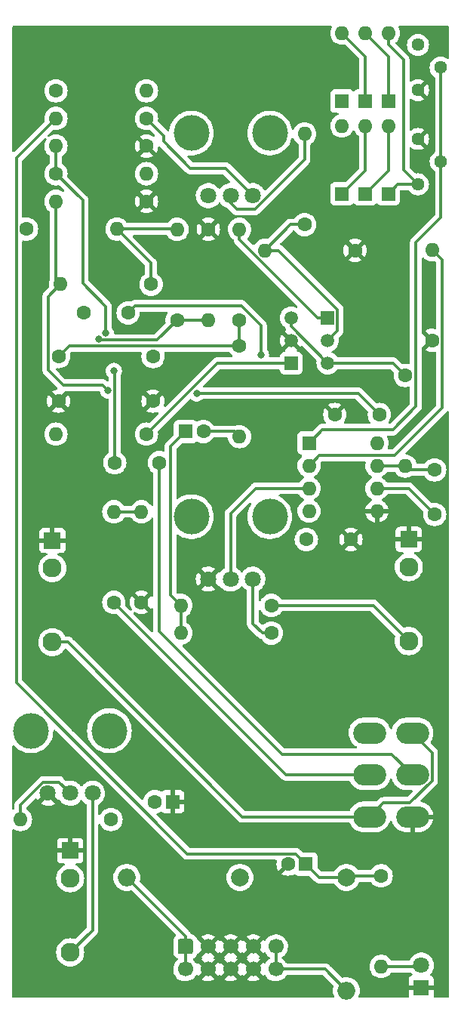
<source format=gtl>
G04 #@! TF.GenerationSoftware,KiCad,Pcbnew,6.0.10+dfsg-1~bpo11+1*
G04 #@! TF.CreationDate,2023-01-15T17:06:45+00:00*
G04 #@! TF.ProjectId,MS20-VCF,4d533230-2d56-4434-962e-6b696361645f,rev?*
G04 #@! TF.SameCoordinates,Original*
G04 #@! TF.FileFunction,Copper,L1,Top*
G04 #@! TF.FilePolarity,Positive*
%FSLAX46Y46*%
G04 Gerber Fmt 4.6, Leading zero omitted, Abs format (unit mm)*
G04 Created by KiCad (PCBNEW 6.0.10+dfsg-1~bpo11+1) date 2023-01-15 17:06:45*
%MOMM*%
%LPD*%
G01*
G04 APERTURE LIST*
G04 #@! TA.AperFunction,ComponentPad*
%ADD10C,1.600000*%
G04 #@! TD*
G04 #@! TA.AperFunction,WasherPad*
%ADD11C,4.000000*%
G04 #@! TD*
G04 #@! TA.AperFunction,ComponentPad*
%ADD12C,1.800000*%
G04 #@! TD*
G04 #@! TA.AperFunction,ComponentPad*
%ADD13R,1.600000X1.600000*%
G04 #@! TD*
G04 #@! TA.AperFunction,ComponentPad*
%ADD14O,1.600000X1.600000*%
G04 #@! TD*
G04 #@! TA.AperFunction,ComponentPad*
%ADD15R,1.930000X1.830000*%
G04 #@! TD*
G04 #@! TA.AperFunction,ComponentPad*
%ADD16C,2.130000*%
G04 #@! TD*
G04 #@! TA.AperFunction,ComponentPad*
%ADD17R,1.500000X1.500000*%
G04 #@! TD*
G04 #@! TA.AperFunction,ComponentPad*
%ADD18C,1.500000*%
G04 #@! TD*
G04 #@! TA.AperFunction,ComponentPad*
%ADD19O,3.700000X2.400000*%
G04 #@! TD*
G04 #@! TA.AperFunction,ComponentPad*
%ADD20R,1.800000X1.800000*%
G04 #@! TD*
G04 #@! TA.AperFunction,ComponentPad*
%ADD21C,2.000000*%
G04 #@! TD*
G04 #@! TA.AperFunction,ComponentPad*
%ADD22O,2.000000X2.000000*%
G04 #@! TD*
G04 #@! TA.AperFunction,ComponentPad*
%ADD23C,1.700000*%
G04 #@! TD*
G04 #@! TA.AperFunction,ComponentPad*
%ADD24C,1.440000*%
G04 #@! TD*
G04 #@! TA.AperFunction,ViaPad*
%ADD25C,0.800000*%
G04 #@! TD*
G04 #@! TA.AperFunction,Conductor*
%ADD26C,0.300000*%
G04 #@! TD*
G04 APERTURE END LIST*
D10*
X82900000Y-86800000D03*
X82900000Y-91800000D03*
D11*
X46400000Y-116050000D03*
X37600000Y-116050000D03*
D12*
X44500000Y-123050000D03*
X42000000Y-123050000D03*
X39500000Y-123050000D03*
D11*
X55600000Y-49050000D03*
X64400000Y-49050000D03*
D12*
X62500000Y-56050000D03*
X60000000Y-56050000D03*
X57500000Y-56050000D03*
D13*
X77700000Y-45460000D03*
D14*
X77700000Y-37840000D03*
D13*
X77700000Y-55860000D03*
D14*
X77700000Y-48240000D03*
D13*
X75100000Y-45460000D03*
D14*
X75100000Y-37840000D03*
D13*
X75100000Y-55860000D03*
D14*
X75100000Y-48240000D03*
D13*
X72500000Y-45460000D03*
D14*
X72500000Y-37840000D03*
D13*
X72500000Y-55860000D03*
D14*
X72500000Y-48240000D03*
D15*
X42000000Y-129500000D03*
D16*
X42000000Y-140900000D03*
X42000000Y-132600000D03*
D15*
X40000000Y-94720000D03*
D16*
X40000000Y-106120000D03*
X40000000Y-97820000D03*
D15*
X80000000Y-94600000D03*
D16*
X80000000Y-106000000D03*
X80000000Y-97700000D03*
D17*
X66800000Y-74840000D03*
D18*
X66800000Y-72300000D03*
X66800000Y-69760000D03*
D17*
X70900000Y-69760000D03*
D18*
X70900000Y-72300000D03*
X70900000Y-74840000D03*
D10*
X57500000Y-59840000D03*
D14*
X57500000Y-70000000D03*
D10*
X50000000Y-101660000D03*
D14*
X50000000Y-91500000D03*
D10*
X50560000Y-82800000D03*
D14*
X40400000Y-82800000D03*
D10*
X54000000Y-70000000D03*
D14*
X54000000Y-59840000D03*
D10*
X61000000Y-70000000D03*
D14*
X61000000Y-59840000D03*
D10*
X73980000Y-62200000D03*
D14*
X63820000Y-62200000D03*
D10*
X51080000Y-66000000D03*
D14*
X40920000Y-66000000D03*
D10*
X50560000Y-50500000D03*
D14*
X40400000Y-50500000D03*
D10*
X50560000Y-56700000D03*
D14*
X40400000Y-56700000D03*
D10*
X46580000Y-126000000D03*
D14*
X36420000Y-126000000D03*
D10*
X68300000Y-59300000D03*
D14*
X68300000Y-49140000D03*
D10*
X40400000Y-53600000D03*
D14*
X50560000Y-53600000D03*
D10*
X50560000Y-47400000D03*
D14*
X40400000Y-47400000D03*
D10*
X40400000Y-44300000D03*
D14*
X50560000Y-44300000D03*
D10*
X82600000Y-72280000D03*
D14*
X82600000Y-62120000D03*
D10*
X64580000Y-105100000D03*
D14*
X54420000Y-105100000D03*
D10*
X64580000Y-102000000D03*
D14*
X54420000Y-102000000D03*
D11*
X64400000Y-92050000D03*
X55600000Y-92050000D03*
D12*
X62500000Y-99050000D03*
X60000000Y-99050000D03*
X57500000Y-99050000D03*
D19*
X75600000Y-116300000D03*
X75600000Y-121000000D03*
X75600000Y-125700000D03*
X80400000Y-116300000D03*
X80400000Y-121000000D03*
X80400000Y-125700000D03*
D10*
X79600000Y-76220000D03*
D14*
X79600000Y-86380000D03*
D13*
X68800000Y-83800000D03*
D14*
X68800000Y-86340000D03*
X68800000Y-88880000D03*
X68800000Y-91420000D03*
X76420000Y-91420000D03*
X76420000Y-88880000D03*
X76420000Y-86340000D03*
X76420000Y-83800000D03*
D10*
X43500000Y-69200000D03*
X48500000Y-69200000D03*
X46900000Y-101660000D03*
D14*
X46900000Y-91500000D03*
D10*
X37100000Y-59800000D03*
D14*
X47260000Y-59800000D03*
D10*
X61000000Y-72920000D03*
D14*
X61000000Y-83080000D03*
D10*
X76700000Y-80600000D03*
X71700000Y-80600000D03*
X73500000Y-94600000D03*
X68500000Y-94600000D03*
D13*
X68455112Y-131000000D03*
D10*
X66455112Y-131000000D03*
D13*
X53500000Y-124000000D03*
D10*
X51500000Y-124000000D03*
D13*
X54944888Y-82500000D03*
D10*
X56944888Y-82500000D03*
D20*
X81400000Y-144875000D03*
D12*
X81400000Y-142335000D03*
D21*
X61050000Y-132500000D03*
D22*
X48350000Y-132500000D03*
G04 #@! TA.AperFunction,ComponentPad*
G36*
G01*
X54325000Y-139397500D02*
X55525000Y-139397500D01*
G75*
G02*
X55775000Y-139647500I0J-250000D01*
G01*
X55775000Y-140847500D01*
G75*
G02*
X55525000Y-141097500I-250000J0D01*
G01*
X54325000Y-141097500D01*
G75*
G02*
X54075000Y-140847500I0J250000D01*
G01*
X54075000Y-139647500D01*
G75*
G02*
X54325000Y-139397500I250000J0D01*
G01*
G37*
G04 #@! TD.AperFunction*
D23*
X54925000Y-142787500D03*
X57465000Y-140247500D03*
X57465000Y-142787500D03*
X60005000Y-140247500D03*
X60005000Y-142787500D03*
X62545000Y-140247500D03*
X62545000Y-142787500D03*
X65085000Y-140247500D03*
X65085000Y-142787500D03*
D24*
X81030000Y-44240000D03*
X83570000Y-41700000D03*
X81030000Y-39160000D03*
X81030000Y-54780000D03*
X83570000Y-52240000D03*
X81030000Y-49700000D03*
D10*
X76900000Y-132320000D03*
D14*
X76900000Y-142480000D03*
D21*
X73000000Y-132500000D03*
D22*
X73000000Y-145200000D03*
D10*
X47000000Y-86000000D03*
X52000000Y-86000000D03*
X51300000Y-74100000D03*
X51300000Y-79100000D03*
X40700000Y-79100000D03*
X40700000Y-74100000D03*
D25*
X56195388Y-78224566D03*
X46900000Y-75700000D03*
X63400000Y-73900000D03*
X45241121Y-72150468D03*
X46250500Y-77905000D03*
X46000000Y-71500000D03*
D26*
X56219954Y-78200000D02*
X56195388Y-78224566D01*
X76900000Y-132320000D02*
X73180000Y-132320000D01*
X35950000Y-110650000D02*
X35950000Y-51850000D01*
X69955112Y-132500000D02*
X68455112Y-131000000D01*
X74300000Y-78200000D02*
X56219954Y-78200000D01*
X73000000Y-132500000D02*
X69955112Y-132500000D01*
X35950000Y-51850000D02*
X40400000Y-47400000D01*
X73180000Y-132320000D02*
X73000000Y-132500000D01*
X67305112Y-129850000D02*
X55150000Y-129850000D01*
X55150000Y-129850000D02*
X35950000Y-110650000D01*
X68455112Y-131000000D02*
X67305112Y-129850000D01*
X76700000Y-80600000D02*
X74300000Y-78200000D01*
X41880000Y-72920000D02*
X61000000Y-72920000D01*
X40700000Y-74100000D02*
X41880000Y-72920000D01*
X61000000Y-70000000D02*
X61000000Y-72920000D01*
X79600000Y-86380000D02*
X76460000Y-86380000D01*
X82900000Y-86800000D02*
X80020000Y-86800000D01*
X80020000Y-86800000D02*
X79600000Y-86380000D01*
X76460000Y-86380000D02*
X76420000Y-86340000D01*
X47000000Y-75800000D02*
X46900000Y-75700000D01*
X47000000Y-86000000D02*
X47000000Y-75800000D01*
X60420000Y-82500000D02*
X61000000Y-83080000D01*
X56944888Y-82500000D02*
X60420000Y-82500000D01*
X77700000Y-48240000D02*
X77700000Y-53260000D01*
X77700000Y-53260000D02*
X75100000Y-55860000D01*
X53960000Y-59800000D02*
X54000000Y-59840000D01*
X47260000Y-59800000D02*
X53960000Y-59800000D01*
X51080000Y-66000000D02*
X51080000Y-63620000D01*
X51080000Y-63620000D02*
X47260000Y-59800000D01*
X49299999Y-68400001D02*
X61200001Y-68400001D01*
X70299311Y-82300689D02*
X68800000Y-83800000D01*
X83600000Y-41730000D02*
X83570000Y-41700000D01*
X83600000Y-58500000D02*
X80800000Y-61300000D01*
X80800000Y-79700000D02*
X78199311Y-82300689D01*
X83600000Y-52270000D02*
X83600000Y-58500000D01*
X80800000Y-61300000D02*
X80800000Y-79700000D01*
X83570000Y-52240000D02*
X83600000Y-52210000D01*
X83570000Y-52240000D02*
X83600000Y-52270000D01*
X78199311Y-82300689D02*
X70299311Y-82300689D01*
X63400000Y-70600000D02*
X63400000Y-73900000D01*
X48500000Y-69200000D02*
X49299999Y-68400001D01*
X83600000Y-52210000D02*
X83600000Y-41730000D01*
X61200001Y-68400001D02*
X63400000Y-70600000D01*
X76420000Y-88880000D02*
X79980000Y-88880000D01*
X69753654Y-69760000D02*
X61000000Y-61006346D01*
X70900000Y-69760000D02*
X69753654Y-69760000D01*
X61000000Y-61006346D02*
X61000000Y-59840000D01*
X79980000Y-88880000D02*
X82900000Y-91800000D01*
X80400000Y-121000000D02*
X78100000Y-118700000D01*
X52000000Y-104900000D02*
X52000000Y-86000000D01*
X65800000Y-118700000D02*
X52000000Y-104900000D01*
X78100000Y-118700000D02*
X65800000Y-118700000D01*
X54420000Y-102000000D02*
X53250000Y-100830000D01*
X53250000Y-84194888D02*
X54944888Y-82500000D01*
X53250000Y-100830000D02*
X53250000Y-84194888D01*
X54420000Y-105100000D02*
X54420000Y-102000000D01*
X38982233Y-121800000D02*
X40750000Y-121800000D01*
X36420000Y-126000000D02*
X36420000Y-124362233D01*
X40750000Y-121800000D02*
X42000000Y-123050000D01*
X36420000Y-124362233D02*
X38982233Y-121800000D01*
X44500000Y-138400000D02*
X42000000Y-140900000D01*
X44500000Y-123050000D02*
X44500000Y-138400000D01*
X50560000Y-47400000D02*
X52500000Y-49340000D01*
X59450000Y-53000000D02*
X62500000Y-56050000D01*
X52500000Y-50000000D02*
X55500000Y-53000000D01*
X52500000Y-49340000D02*
X52500000Y-50000000D01*
X55500000Y-53000000D02*
X59450000Y-53000000D01*
X68300000Y-49140000D02*
X68300000Y-52017767D01*
X68300000Y-52017767D02*
X62717767Y-57600000D01*
X62717767Y-57600000D02*
X60700000Y-57600000D01*
X60000000Y-56050000D02*
X60000000Y-56900000D01*
X60000000Y-56900000D02*
X60700000Y-57600000D01*
X76900000Y-142480000D02*
X81255000Y-142480000D01*
X81255000Y-142480000D02*
X81400000Y-142335000D01*
X81030000Y-54780000D02*
X79400000Y-53150000D01*
X79400000Y-53150000D02*
X79400000Y-40800000D01*
X81030000Y-54780000D02*
X78780000Y-54780000D01*
X79400000Y-40800000D02*
X77700000Y-39100000D01*
X77700000Y-39100000D02*
X77700000Y-37840000D01*
X78780000Y-54780000D02*
X77700000Y-55860000D01*
X77700000Y-40440000D02*
X75100000Y-37840000D01*
X77700000Y-45460000D02*
X77700000Y-40440000D01*
X75100000Y-45460000D02*
X75100000Y-40440000D01*
X75100000Y-40440000D02*
X72500000Y-37840000D01*
X75100000Y-48240000D02*
X75100000Y-53260000D01*
X75100000Y-53260000D02*
X72500000Y-55860000D01*
X83750000Y-63270000D02*
X83750000Y-79850000D01*
X82600000Y-62120000D02*
X83750000Y-63270000D01*
X83750000Y-79850000D02*
X78410000Y-85190000D01*
X69950000Y-85190000D02*
X68800000Y-86340000D01*
X78410000Y-85190000D02*
X69950000Y-85190000D01*
X70587500Y-142787500D02*
X73000000Y-145200000D01*
X65085000Y-142787500D02*
X70587500Y-142787500D01*
X65085000Y-140247500D02*
X65085000Y-142787500D01*
X54925000Y-140247500D02*
X54925000Y-139075000D01*
X54925000Y-139075000D02*
X48350000Y-132500000D01*
X54925000Y-140247500D02*
X54925000Y-142787500D01*
X66240000Y-121000000D02*
X46900000Y-101660000D01*
X75600000Y-121000000D02*
X66240000Y-121000000D01*
X65400000Y-62200000D02*
X63820000Y-62200000D01*
X66720000Y-59300000D02*
X63820000Y-62200000D01*
X68300000Y-59300000D02*
X66720000Y-59300000D01*
X70900000Y-72300000D02*
X72000000Y-71200000D01*
X72000000Y-71200000D02*
X72000000Y-68800000D01*
X72000000Y-68800000D02*
X65400000Y-62200000D01*
X60000000Y-91700000D02*
X60000000Y-99050000D01*
X68800000Y-88880000D02*
X62820000Y-88880000D01*
X62820000Y-88880000D02*
X60000000Y-91700000D01*
X75600000Y-125700000D02*
X77150000Y-124150000D01*
X82600000Y-121642031D02*
X82600000Y-118500000D01*
X40000000Y-106120000D02*
X41720000Y-106120000D01*
X61300000Y-125700000D02*
X75600000Y-125700000D01*
X41720000Y-106120000D02*
X61300000Y-125700000D01*
X82600000Y-118500000D02*
X80400000Y-116300000D01*
X77150000Y-124150000D02*
X80092031Y-124150000D01*
X80092031Y-124150000D02*
X82600000Y-121642031D01*
X76000000Y-102000000D02*
X64580000Y-102000000D01*
X80000000Y-106000000D02*
X76000000Y-102000000D01*
X50560000Y-82800000D02*
X58520000Y-74840000D01*
X58520000Y-74840000D02*
X66800000Y-74840000D01*
X70900000Y-74840000D02*
X78220000Y-74840000D01*
X70900000Y-74840000D02*
X66800000Y-70740000D01*
X66800000Y-70740000D02*
X66800000Y-69760000D01*
X78220000Y-74840000D02*
X79600000Y-76220000D01*
X57500000Y-70000000D02*
X54000000Y-70000000D01*
X45241121Y-72150468D02*
X45340653Y-72250000D01*
X51750000Y-72250000D02*
X54000000Y-70000000D01*
X45340653Y-72250000D02*
X51750000Y-72250000D01*
X50000000Y-91500000D02*
X46900000Y-91500000D01*
X45645500Y-77300000D02*
X41200000Y-77300000D01*
X41200000Y-77300000D02*
X39550000Y-75650000D01*
X39550000Y-75650000D02*
X39550000Y-67370000D01*
X40400000Y-65480000D02*
X40920000Y-66000000D01*
X39550000Y-67370000D02*
X40920000Y-66000000D01*
X40400000Y-56700000D02*
X40400000Y-65480000D01*
X46250500Y-77905000D02*
X45645500Y-77300000D01*
X46000000Y-68500000D02*
X43400000Y-65900000D01*
X43400000Y-56600000D02*
X40400000Y-53600000D01*
X46000000Y-71500000D02*
X46000000Y-68500000D01*
X43400000Y-65900000D02*
X43400000Y-56600000D01*
X40400000Y-53600000D02*
X40400000Y-50500000D01*
X63550000Y-105100000D02*
X64580000Y-105100000D01*
X62500000Y-104050000D02*
X63550000Y-105100000D01*
X62500000Y-99050000D02*
X62500000Y-104050000D01*
G04 #@! TA.AperFunction,Conductor*
G36*
X39251865Y-49583560D02*
G01*
X39308701Y-49626107D01*
X39333512Y-49692627D01*
X39318421Y-49762001D01*
X39311046Y-49773886D01*
X39265637Y-49838737D01*
X39265633Y-49838743D01*
X39262477Y-49843251D01*
X39260154Y-49848233D01*
X39260151Y-49848238D01*
X39170064Y-50041432D01*
X39165716Y-50050757D01*
X39164294Y-50056065D01*
X39164293Y-50056067D01*
X39115363Y-50238675D01*
X39106457Y-50271913D01*
X39086502Y-50500000D01*
X39106457Y-50728087D01*
X39107881Y-50733400D01*
X39107881Y-50733402D01*
X39161153Y-50932212D01*
X39165716Y-50949243D01*
X39168039Y-50954224D01*
X39168039Y-50954225D01*
X39260151Y-51151762D01*
X39260154Y-51151767D01*
X39262477Y-51156749D01*
X39301312Y-51212211D01*
X39389800Y-51338584D01*
X39393802Y-51344300D01*
X39555700Y-51506198D01*
X39560208Y-51509355D01*
X39560211Y-51509357D01*
X39573897Y-51518940D01*
X39687772Y-51598676D01*
X39732099Y-51654132D01*
X39741500Y-51701888D01*
X39741500Y-52398112D01*
X39721498Y-52466233D01*
X39687772Y-52501324D01*
X39649109Y-52528396D01*
X39560211Y-52590643D01*
X39560208Y-52590645D01*
X39555700Y-52593802D01*
X39393802Y-52755700D01*
X39262477Y-52943251D01*
X39260154Y-52948233D01*
X39260151Y-52948238D01*
X39168039Y-53145775D01*
X39165716Y-53150757D01*
X39164294Y-53156065D01*
X39164293Y-53156067D01*
X39121690Y-53315064D01*
X39106457Y-53371913D01*
X39086502Y-53600000D01*
X39106457Y-53828087D01*
X39107881Y-53833400D01*
X39107881Y-53833402D01*
X39148600Y-53985364D01*
X39165716Y-54049243D01*
X39168039Y-54054224D01*
X39168039Y-54054225D01*
X39260151Y-54251762D01*
X39260154Y-54251767D01*
X39262477Y-54256749D01*
X39393802Y-54444300D01*
X39555700Y-54606198D01*
X39560208Y-54609355D01*
X39560211Y-54609357D01*
X39617057Y-54649161D01*
X39743251Y-54737523D01*
X39748233Y-54739846D01*
X39748238Y-54739849D01*
X39945775Y-54831961D01*
X39950757Y-54834284D01*
X39956065Y-54835706D01*
X39956067Y-54835707D01*
X40166598Y-54892119D01*
X40166600Y-54892119D01*
X40171913Y-54893543D01*
X40400000Y-54913498D01*
X40628087Y-54893543D01*
X40635766Y-54891485D01*
X40663659Y-54884012D01*
X40734635Y-54885702D01*
X40785364Y-54916624D01*
X41287477Y-55418737D01*
X41321503Y-55481049D01*
X41316438Y-55551864D01*
X41273891Y-55608700D01*
X41207371Y-55633511D01*
X41137997Y-55618420D01*
X41126111Y-55611045D01*
X41113920Y-55602509D01*
X41056749Y-55562477D01*
X41051767Y-55560154D01*
X41051762Y-55560151D01*
X40854225Y-55468039D01*
X40854224Y-55468039D01*
X40849243Y-55465716D01*
X40843935Y-55464294D01*
X40843933Y-55464293D01*
X40633402Y-55407881D01*
X40633400Y-55407881D01*
X40628087Y-55406457D01*
X40400000Y-55386502D01*
X40171913Y-55406457D01*
X40166600Y-55407881D01*
X40166598Y-55407881D01*
X39956067Y-55464293D01*
X39956065Y-55464294D01*
X39950757Y-55465716D01*
X39945776Y-55468039D01*
X39945775Y-55468039D01*
X39748238Y-55560151D01*
X39748233Y-55560154D01*
X39743251Y-55562477D01*
X39652941Y-55625713D01*
X39560211Y-55690643D01*
X39560208Y-55690645D01*
X39555700Y-55693802D01*
X39393802Y-55855700D01*
X39262477Y-56043251D01*
X39260154Y-56048233D01*
X39260151Y-56048238D01*
X39171634Y-56238066D01*
X39165716Y-56250757D01*
X39164294Y-56256065D01*
X39164293Y-56256067D01*
X39107881Y-56466598D01*
X39106457Y-56471913D01*
X39086502Y-56700000D01*
X39106457Y-56928087D01*
X39107881Y-56933400D01*
X39107881Y-56933402D01*
X39161228Y-57132492D01*
X39165716Y-57149243D01*
X39168039Y-57154224D01*
X39168039Y-57154225D01*
X39260151Y-57351762D01*
X39260154Y-57351767D01*
X39262477Y-57356749D01*
X39393802Y-57544300D01*
X39555700Y-57706198D01*
X39560208Y-57709355D01*
X39560211Y-57709357D01*
X39618315Y-57750042D01*
X39687772Y-57798676D01*
X39732099Y-57854132D01*
X39741500Y-57901888D01*
X39741500Y-65397944D01*
X39740941Y-65409795D01*
X39740940Y-65409807D01*
X39739212Y-65417537D01*
X39739294Y-65420151D01*
X39729073Y-65457778D01*
X39685716Y-65550757D01*
X39684294Y-65556065D01*
X39684293Y-65556067D01*
X39627881Y-65766598D01*
X39626457Y-65771913D01*
X39606502Y-66000000D01*
X39626457Y-66228087D01*
X39627881Y-66233402D01*
X39627882Y-66233405D01*
X39635988Y-66263659D01*
X39634298Y-66334635D01*
X39603376Y-66385364D01*
X39142395Y-66846345D01*
X39133615Y-66854335D01*
X39133613Y-66854337D01*
X39126920Y-66858584D01*
X39121494Y-66864362D01*
X39121493Y-66864363D01*
X39078396Y-66910257D01*
X39075641Y-66913099D01*
X39055073Y-66933667D01*
X39052356Y-66937170D01*
X39044648Y-66946195D01*
X39013028Y-66979867D01*
X39009207Y-66986818D01*
X39009206Y-66986819D01*
X39002697Y-66998658D01*
X38991843Y-67015182D01*
X38984018Y-67025271D01*
X38978696Y-67032132D01*
X38975549Y-67039404D01*
X38975548Y-67039406D01*
X38960346Y-67074535D01*
X38955124Y-67085195D01*
X38932876Y-67125663D01*
X38927541Y-67146441D01*
X38921142Y-67165131D01*
X38912620Y-67184824D01*
X38911380Y-67192655D01*
X38905394Y-67230448D01*
X38902987Y-67242071D01*
X38891500Y-67286812D01*
X38891500Y-67308259D01*
X38889949Y-67327969D01*
X38886594Y-67349152D01*
X38887340Y-67357043D01*
X38890941Y-67395138D01*
X38891500Y-67406996D01*
X38891500Y-75567944D01*
X38890941Y-75579800D01*
X38889212Y-75587537D01*
X38889461Y-75595459D01*
X38891438Y-75658369D01*
X38891500Y-75662327D01*
X38891500Y-75691432D01*
X38892056Y-75695832D01*
X38892988Y-75707664D01*
X38894438Y-75753831D01*
X38896650Y-75761444D01*
X38896650Y-75761445D01*
X38900419Y-75774416D01*
X38904430Y-75793782D01*
X38907118Y-75815064D01*
X38910034Y-75822429D01*
X38910035Y-75822433D01*
X38924126Y-75858021D01*
X38927965Y-75869231D01*
X38940855Y-75913600D01*
X38951775Y-75932065D01*
X38960466Y-75949805D01*
X38968365Y-75969756D01*
X38995516Y-76007126D01*
X39002033Y-76017048D01*
X39021507Y-76049977D01*
X39021510Y-76049981D01*
X39025547Y-76056807D01*
X39040711Y-76071971D01*
X39053551Y-76087004D01*
X39066159Y-76104357D01*
X39101752Y-76133802D01*
X39110532Y-76141792D01*
X39854518Y-76885777D01*
X40560194Y-77591453D01*
X40594219Y-77653765D01*
X40589155Y-77724580D01*
X40546608Y-77781416D01*
X40482083Y-77806068D01*
X40477490Y-77806470D01*
X40466688Y-77808375D01*
X40256239Y-77864764D01*
X40245947Y-77868510D01*
X40048489Y-77960586D01*
X40038994Y-77966069D01*
X39986952Y-78002509D01*
X39978576Y-78012988D01*
X39985644Y-78026434D01*
X40687188Y-78727978D01*
X40701132Y-78735592D01*
X40702965Y-78735461D01*
X40709580Y-78731210D01*
X41415079Y-78025711D01*
X41415952Y-78024112D01*
X41466155Y-77973911D01*
X41526538Y-77958500D01*
X45229168Y-77958500D01*
X45297289Y-77978502D01*
X45343782Y-78032158D01*
X45354478Y-78071330D01*
X45356958Y-78094928D01*
X45415973Y-78276556D01*
X45511460Y-78441944D01*
X45639247Y-78583866D01*
X45793748Y-78696118D01*
X45799776Y-78698802D01*
X45799778Y-78698803D01*
X45865307Y-78727978D01*
X45968212Y-78773794D01*
X46061613Y-78793647D01*
X46148556Y-78812128D01*
X46148561Y-78812128D01*
X46155013Y-78813500D01*
X46215500Y-78813500D01*
X46283621Y-78833502D01*
X46330114Y-78887158D01*
X46341500Y-78939500D01*
X46341500Y-84798112D01*
X46321498Y-84866233D01*
X46287772Y-84901324D01*
X46218315Y-84949958D01*
X46160211Y-84990643D01*
X46160208Y-84990645D01*
X46155700Y-84993802D01*
X45993802Y-85155700D01*
X45862477Y-85343251D01*
X45860154Y-85348233D01*
X45860151Y-85348238D01*
X45786373Y-85506457D01*
X45765716Y-85550757D01*
X45764294Y-85556065D01*
X45764293Y-85556067D01*
X45731422Y-85678743D01*
X45706457Y-85771913D01*
X45686502Y-86000000D01*
X45706457Y-86228087D01*
X45707881Y-86233400D01*
X45707881Y-86233402D01*
X45739327Y-86350757D01*
X45765716Y-86449243D01*
X45768039Y-86454224D01*
X45768039Y-86454225D01*
X45860151Y-86651762D01*
X45860154Y-86651767D01*
X45862477Y-86656749D01*
X45865634Y-86661257D01*
X45955251Y-86789243D01*
X45993802Y-86844300D01*
X46155700Y-87006198D01*
X46160208Y-87009355D01*
X46160211Y-87009357D01*
X46194551Y-87033402D01*
X46343251Y-87137523D01*
X46348233Y-87139846D01*
X46348238Y-87139849D01*
X46433891Y-87179789D01*
X46550757Y-87234284D01*
X46556065Y-87235706D01*
X46556067Y-87235707D01*
X46766598Y-87292119D01*
X46766600Y-87292119D01*
X46771913Y-87293543D01*
X47000000Y-87313498D01*
X47228087Y-87293543D01*
X47233400Y-87292119D01*
X47233402Y-87292119D01*
X47443933Y-87235707D01*
X47443935Y-87235706D01*
X47449243Y-87234284D01*
X47566109Y-87179789D01*
X47651762Y-87139849D01*
X47651767Y-87139846D01*
X47656749Y-87137523D01*
X47805449Y-87033402D01*
X47839789Y-87009357D01*
X47839792Y-87009355D01*
X47844300Y-87006198D01*
X48006198Y-86844300D01*
X48044750Y-86789243D01*
X48134366Y-86661257D01*
X48137523Y-86656749D01*
X48139846Y-86651767D01*
X48139849Y-86651762D01*
X48231961Y-86454225D01*
X48231961Y-86454224D01*
X48234284Y-86449243D01*
X48260674Y-86350757D01*
X48292119Y-86233402D01*
X48292119Y-86233400D01*
X48293543Y-86228087D01*
X48313498Y-86000000D01*
X48293543Y-85771913D01*
X48268578Y-85678743D01*
X48235707Y-85556067D01*
X48235706Y-85556065D01*
X48234284Y-85550757D01*
X48213627Y-85506457D01*
X48139849Y-85348238D01*
X48139846Y-85348233D01*
X48137523Y-85343251D01*
X48006198Y-85155700D01*
X47844300Y-84993802D01*
X47839792Y-84990645D01*
X47839789Y-84990643D01*
X47781685Y-84949958D01*
X47712228Y-84901324D01*
X47667901Y-84845868D01*
X47658500Y-84798112D01*
X47658500Y-79105475D01*
X49987483Y-79105475D01*
X50006472Y-79322519D01*
X50008375Y-79333312D01*
X50064764Y-79543761D01*
X50068510Y-79554053D01*
X50160586Y-79751511D01*
X50166069Y-79761006D01*
X50202509Y-79813048D01*
X50212988Y-79821424D01*
X50226434Y-79814356D01*
X50927978Y-79112812D01*
X50935592Y-79098868D01*
X50935461Y-79097035D01*
X50931210Y-79090420D01*
X50225713Y-78384923D01*
X50213938Y-78378493D01*
X50201923Y-78387789D01*
X50166069Y-78438994D01*
X50160586Y-78448489D01*
X50068510Y-78645947D01*
X50064764Y-78656239D01*
X50008375Y-78866688D01*
X50006472Y-78877481D01*
X49987483Y-79094525D01*
X49987483Y-79105475D01*
X47658500Y-79105475D01*
X47658500Y-78012988D01*
X50578576Y-78012988D01*
X50585644Y-78026434D01*
X51287188Y-78727978D01*
X51301132Y-78735592D01*
X51302965Y-78735461D01*
X51309580Y-78731210D01*
X52015077Y-78025713D01*
X52021507Y-78013938D01*
X52012211Y-78001923D01*
X51961006Y-77966069D01*
X51951511Y-77960586D01*
X51754053Y-77868510D01*
X51743761Y-77864764D01*
X51533312Y-77808375D01*
X51522519Y-77806472D01*
X51305475Y-77787483D01*
X51294525Y-77787483D01*
X51077481Y-77806472D01*
X51066688Y-77808375D01*
X50856239Y-77864764D01*
X50845947Y-77868510D01*
X50648489Y-77960586D01*
X50638994Y-77966069D01*
X50586952Y-78002509D01*
X50578576Y-78012988D01*
X47658500Y-78012988D01*
X47658500Y-76236999D01*
X47675381Y-76173999D01*
X47731223Y-76077279D01*
X47731224Y-76077278D01*
X47734527Y-76071556D01*
X47793542Y-75889928D01*
X47799354Y-75834636D01*
X47812814Y-75706565D01*
X47813504Y-75700000D01*
X47804532Y-75614639D01*
X47794232Y-75516635D01*
X47794232Y-75516633D01*
X47793542Y-75510072D01*
X47734527Y-75328444D01*
X47639040Y-75163056D01*
X47511253Y-75021134D01*
X47410864Y-74948197D01*
X47362094Y-74912763D01*
X47362093Y-74912762D01*
X47356752Y-74908882D01*
X47350724Y-74906198D01*
X47350722Y-74906197D01*
X47188319Y-74833891D01*
X47188318Y-74833891D01*
X47182288Y-74831206D01*
X47088888Y-74811353D01*
X47001944Y-74792872D01*
X47001939Y-74792872D01*
X46995487Y-74791500D01*
X46804513Y-74791500D01*
X46798061Y-74792872D01*
X46798056Y-74792872D01*
X46711112Y-74811353D01*
X46617712Y-74831206D01*
X46611682Y-74833891D01*
X46611681Y-74833891D01*
X46449278Y-74906197D01*
X46449276Y-74906198D01*
X46443248Y-74908882D01*
X46437907Y-74912762D01*
X46437906Y-74912763D01*
X46389136Y-74948197D01*
X46288747Y-75021134D01*
X46160960Y-75163056D01*
X46065473Y-75328444D01*
X46006458Y-75510072D01*
X46005768Y-75516633D01*
X46005768Y-75516635D01*
X45995468Y-75614639D01*
X45986496Y-75700000D01*
X45987186Y-75706565D01*
X46000647Y-75834636D01*
X46006458Y-75889928D01*
X46065473Y-76071556D01*
X46068776Y-76077278D01*
X46068777Y-76077279D01*
X46080816Y-76098131D01*
X46160960Y-76236944D01*
X46288747Y-76378866D01*
X46294091Y-76382749D01*
X46298998Y-76387167D01*
X46297112Y-76389262D01*
X46332900Y-76435641D01*
X46341500Y-76481393D01*
X46341500Y-76759087D01*
X46321498Y-76827208D01*
X46267842Y-76873701D01*
X46197568Y-76883805D01*
X46129247Y-76850937D01*
X46105242Y-76828395D01*
X46102400Y-76825640D01*
X46081833Y-76805073D01*
X46078326Y-76802353D01*
X46069304Y-76794647D01*
X46041413Y-76768456D01*
X46035633Y-76763028D01*
X46028681Y-76759206D01*
X46016842Y-76752697D01*
X46000318Y-76741843D01*
X45989632Y-76733555D01*
X45983368Y-76728696D01*
X45976096Y-76725549D01*
X45976094Y-76725548D01*
X45940965Y-76710346D01*
X45930305Y-76705124D01*
X45896784Y-76686695D01*
X45896782Y-76686694D01*
X45889837Y-76682876D01*
X45869059Y-76677541D01*
X45850369Y-76671142D01*
X45830676Y-76662620D01*
X45785052Y-76655394D01*
X45773429Y-76652987D01*
X45745428Y-76645798D01*
X45728688Y-76641500D01*
X45707241Y-76641500D01*
X45687531Y-76639949D01*
X45674177Y-76637834D01*
X45666348Y-76636594D01*
X45620359Y-76640941D01*
X45608504Y-76641500D01*
X41524949Y-76641500D01*
X41456828Y-76621498D01*
X41435854Y-76604595D01*
X40843193Y-76011934D01*
X40445897Y-75614637D01*
X40411872Y-75552327D01*
X40416937Y-75481512D01*
X40459484Y-75424676D01*
X40526004Y-75399865D01*
X40545974Y-75400023D01*
X40694524Y-75413019D01*
X40694525Y-75413019D01*
X40700000Y-75413498D01*
X40928087Y-75393543D01*
X40933400Y-75392119D01*
X40933402Y-75392119D01*
X41143933Y-75335707D01*
X41143935Y-75335706D01*
X41149243Y-75334284D01*
X41191501Y-75314579D01*
X41351762Y-75239849D01*
X41351767Y-75239846D01*
X41356749Y-75237523D01*
X41470108Y-75158148D01*
X41539789Y-75109357D01*
X41539792Y-75109355D01*
X41544300Y-75106198D01*
X41706198Y-74944300D01*
X41713202Y-74934298D01*
X41779230Y-74840000D01*
X41837523Y-74756749D01*
X41839846Y-74751767D01*
X41839849Y-74751762D01*
X41931961Y-74554225D01*
X41931961Y-74554224D01*
X41934284Y-74549243D01*
X41983102Y-74367055D01*
X41992119Y-74333402D01*
X41992119Y-74333400D01*
X41993543Y-74328087D01*
X42013498Y-74100000D01*
X41993543Y-73871913D01*
X41985875Y-73843295D01*
X41984012Y-73836341D01*
X41985702Y-73765365D01*
X42016624Y-73714636D01*
X42115855Y-73615405D01*
X42178167Y-73581379D01*
X42204950Y-73578500D01*
X49920870Y-73578500D01*
X49988991Y-73598502D01*
X50035484Y-73652158D01*
X50045588Y-73722432D01*
X50042577Y-73737111D01*
X50014125Y-73843295D01*
X50006457Y-73871913D01*
X49986502Y-74100000D01*
X50006457Y-74328087D01*
X50007881Y-74333400D01*
X50007881Y-74333402D01*
X50016899Y-74367055D01*
X50065716Y-74549243D01*
X50068039Y-74554224D01*
X50068039Y-74554225D01*
X50160151Y-74751762D01*
X50160154Y-74751767D01*
X50162477Y-74756749D01*
X50220770Y-74840000D01*
X50286799Y-74934298D01*
X50293802Y-74944300D01*
X50455700Y-75106198D01*
X50460208Y-75109355D01*
X50460211Y-75109357D01*
X50529892Y-75158148D01*
X50643251Y-75237523D01*
X50648233Y-75239846D01*
X50648238Y-75239849D01*
X50808499Y-75314579D01*
X50850757Y-75334284D01*
X50856065Y-75335706D01*
X50856067Y-75335707D01*
X51066598Y-75392119D01*
X51066600Y-75392119D01*
X51071913Y-75393543D01*
X51300000Y-75413498D01*
X51528087Y-75393543D01*
X51533400Y-75392119D01*
X51533402Y-75392119D01*
X51743933Y-75335707D01*
X51743935Y-75335706D01*
X51749243Y-75334284D01*
X51791501Y-75314579D01*
X51951762Y-75239849D01*
X51951767Y-75239846D01*
X51956749Y-75237523D01*
X52070108Y-75158148D01*
X52139789Y-75109357D01*
X52139792Y-75109355D01*
X52144300Y-75106198D01*
X52306198Y-74944300D01*
X52313202Y-74934298D01*
X52379230Y-74840000D01*
X52437523Y-74756749D01*
X52439846Y-74751767D01*
X52439849Y-74751762D01*
X52531961Y-74554225D01*
X52531961Y-74554224D01*
X52534284Y-74549243D01*
X52583102Y-74367055D01*
X52592119Y-74333402D01*
X52592119Y-74333400D01*
X52593543Y-74328087D01*
X52613498Y-74100000D01*
X52593543Y-73871913D01*
X52585875Y-73843295D01*
X52557423Y-73737111D01*
X52559113Y-73666135D01*
X52598907Y-73607339D01*
X52664171Y-73579391D01*
X52679130Y-73578500D01*
X59798112Y-73578500D01*
X59866233Y-73598502D01*
X59901324Y-73632228D01*
X59915279Y-73652158D01*
X59983160Y-73749101D01*
X59993802Y-73764300D01*
X60155700Y-73926198D01*
X60160208Y-73929355D01*
X60160211Y-73929357D01*
X60192959Y-73952287D01*
X60237287Y-74007744D01*
X60244596Y-74078363D01*
X60212565Y-74141724D01*
X60151364Y-74177709D01*
X60120688Y-74181500D01*
X58602056Y-74181500D01*
X58590200Y-74180941D01*
X58590197Y-74180941D01*
X58582463Y-74179212D01*
X58527446Y-74180941D01*
X58511631Y-74181438D01*
X58507673Y-74181500D01*
X58478568Y-74181500D01*
X58474168Y-74182056D01*
X58462336Y-74182988D01*
X58416169Y-74184438D01*
X58395579Y-74190420D01*
X58376218Y-74194430D01*
X58369230Y-74195312D01*
X58362796Y-74196125D01*
X58362795Y-74196125D01*
X58354936Y-74197118D01*
X58347571Y-74200034D01*
X58347567Y-74200035D01*
X58311979Y-74214126D01*
X58300769Y-74217965D01*
X58256400Y-74230855D01*
X58237935Y-74241775D01*
X58220195Y-74250466D01*
X58200244Y-74258365D01*
X58162874Y-74285516D01*
X58152952Y-74292033D01*
X58120023Y-74311507D01*
X58120019Y-74311510D01*
X58113193Y-74315547D01*
X58098029Y-74330711D01*
X58082996Y-74343551D01*
X58065643Y-74356159D01*
X58055520Y-74368396D01*
X58036198Y-74391752D01*
X58028208Y-74400532D01*
X52736910Y-79691830D01*
X52674598Y-79725856D01*
X52603783Y-79720791D01*
X52546947Y-79678244D01*
X52522136Y-79611724D01*
X52531681Y-79559981D01*
X52529607Y-79559226D01*
X52535236Y-79543761D01*
X52591625Y-79333312D01*
X52593528Y-79322519D01*
X52612517Y-79105475D01*
X52612517Y-79094525D01*
X52593528Y-78877481D01*
X52591625Y-78866688D01*
X52535236Y-78656239D01*
X52531490Y-78645947D01*
X52439414Y-78448489D01*
X52433931Y-78438994D01*
X52397491Y-78386952D01*
X52387012Y-78378576D01*
X52373566Y-78385644D01*
X50584923Y-80174287D01*
X50578493Y-80186062D01*
X50587789Y-80198077D01*
X50638994Y-80233931D01*
X50648489Y-80239414D01*
X50845947Y-80331490D01*
X50856239Y-80335236D01*
X51066688Y-80391625D01*
X51077481Y-80393528D01*
X51294525Y-80412517D01*
X51305475Y-80412517D01*
X51522519Y-80393528D01*
X51533312Y-80391625D01*
X51743761Y-80335236D01*
X51759226Y-80329607D01*
X51760099Y-80332006D01*
X51819689Y-80322961D01*
X51884499Y-80351947D01*
X51923349Y-80411371D01*
X51923905Y-80482365D01*
X51891830Y-80536910D01*
X50945364Y-81483376D01*
X50883052Y-81517402D01*
X50823659Y-81515988D01*
X50793405Y-81507882D01*
X50788087Y-81506457D01*
X50560000Y-81486502D01*
X50331913Y-81506457D01*
X50326600Y-81507881D01*
X50326598Y-81507881D01*
X50116067Y-81564293D01*
X50116065Y-81564294D01*
X50110757Y-81565716D01*
X50105776Y-81568039D01*
X50105775Y-81568039D01*
X49908238Y-81660151D01*
X49908233Y-81660154D01*
X49903251Y-81662477D01*
X49822451Y-81719054D01*
X49720211Y-81790643D01*
X49720208Y-81790645D01*
X49715700Y-81793802D01*
X49553802Y-81955700D01*
X49422477Y-82143251D01*
X49420154Y-82148233D01*
X49420151Y-82148238D01*
X49377264Y-82240211D01*
X49325716Y-82350757D01*
X49324294Y-82356065D01*
X49324293Y-82356067D01*
X49273338Y-82546233D01*
X49266457Y-82571913D01*
X49246502Y-82800000D01*
X49266457Y-83028087D01*
X49325716Y-83249243D01*
X49328039Y-83254224D01*
X49328039Y-83254225D01*
X49420151Y-83451762D01*
X49420154Y-83451767D01*
X49422477Y-83456749D01*
X49495902Y-83561611D01*
X49549057Y-83637523D01*
X49553802Y-83644300D01*
X49715700Y-83806198D01*
X49720208Y-83809355D01*
X49720211Y-83809357D01*
X49725441Y-83813019D01*
X49903251Y-83937523D01*
X49908233Y-83939846D01*
X49908238Y-83939849D01*
X50085715Y-84022607D01*
X50110757Y-84034284D01*
X50116065Y-84035706D01*
X50116067Y-84035707D01*
X50326598Y-84092119D01*
X50326600Y-84092119D01*
X50331913Y-84093543D01*
X50560000Y-84113498D01*
X50788087Y-84093543D01*
X50793400Y-84092119D01*
X50793402Y-84092119D01*
X51003933Y-84035707D01*
X51003935Y-84035706D01*
X51009243Y-84034284D01*
X51034285Y-84022607D01*
X51211762Y-83939849D01*
X51211767Y-83939846D01*
X51216749Y-83937523D01*
X51394559Y-83813019D01*
X51399789Y-83809357D01*
X51399792Y-83809355D01*
X51404300Y-83806198D01*
X51566198Y-83644300D01*
X51570944Y-83637523D01*
X51624098Y-83561611D01*
X51697523Y-83456749D01*
X51699846Y-83451767D01*
X51699849Y-83451762D01*
X51791961Y-83254225D01*
X51791961Y-83254224D01*
X51794284Y-83249243D01*
X51853543Y-83028087D01*
X51873498Y-82800000D01*
X51853543Y-82571913D01*
X51846662Y-82546233D01*
X51844012Y-82536341D01*
X51845702Y-82465365D01*
X51876624Y-82414636D01*
X54778272Y-79512988D01*
X70978576Y-79512988D01*
X70985644Y-79526434D01*
X71687188Y-80227978D01*
X71701132Y-80235592D01*
X71702965Y-80235461D01*
X71709580Y-80231210D01*
X72415077Y-79525713D01*
X72421507Y-79513938D01*
X72412211Y-79501923D01*
X72361006Y-79466069D01*
X72351511Y-79460586D01*
X72154053Y-79368510D01*
X72143761Y-79364764D01*
X71933312Y-79308375D01*
X71922519Y-79306472D01*
X71705475Y-79287483D01*
X71694525Y-79287483D01*
X71477481Y-79306472D01*
X71466688Y-79308375D01*
X71256239Y-79364764D01*
X71245947Y-79368510D01*
X71048489Y-79460586D01*
X71038994Y-79466069D01*
X70986952Y-79502509D01*
X70978576Y-79512988D01*
X54778272Y-79512988D01*
X55397238Y-78894022D01*
X55459550Y-78859996D01*
X55530365Y-78865061D01*
X55574145Y-78894841D01*
X55574808Y-78894105D01*
X55579716Y-78898525D01*
X55584135Y-78903432D01*
X55738636Y-79015684D01*
X55744664Y-79018368D01*
X55744666Y-79018369D01*
X55907069Y-79090675D01*
X55913100Y-79093360D01*
X55989409Y-79109580D01*
X56093444Y-79131694D01*
X56093449Y-79131694D01*
X56099901Y-79133066D01*
X56290875Y-79133066D01*
X56297327Y-79131694D01*
X56297332Y-79131694D01*
X56401367Y-79109580D01*
X56477676Y-79093360D01*
X56483707Y-79090675D01*
X56646110Y-79018369D01*
X56646112Y-79018368D01*
X56652140Y-79015684D01*
X56806641Y-78903432D01*
X56811056Y-78898529D01*
X56815968Y-78894106D01*
X56817205Y-78895480D01*
X56870007Y-78862950D01*
X56903197Y-78858500D01*
X73975050Y-78858500D01*
X74043171Y-78878502D01*
X74064145Y-78895405D01*
X75383376Y-80214636D01*
X75417402Y-80276948D01*
X75415988Y-80336341D01*
X75414997Y-80340040D01*
X75406457Y-80371913D01*
X75386502Y-80600000D01*
X75406457Y-80828087D01*
X75407881Y-80833400D01*
X75407881Y-80833402D01*
X75425479Y-80899076D01*
X75465716Y-81049243D01*
X75468039Y-81054224D01*
X75468039Y-81054225D01*
X75560151Y-81251762D01*
X75560154Y-81251767D01*
X75562477Y-81256749D01*
X75688183Y-81436274D01*
X75693535Y-81443918D01*
X75716223Y-81511192D01*
X75698938Y-81580052D01*
X75647169Y-81628637D01*
X75590322Y-81642189D01*
X72809068Y-81642189D01*
X72740947Y-81622187D01*
X72694454Y-81568531D01*
X72684350Y-81498257D01*
X72705855Y-81443918D01*
X72833931Y-81261007D01*
X72839414Y-81251511D01*
X72931490Y-81054053D01*
X72935236Y-81043761D01*
X72991625Y-80833312D01*
X72993528Y-80822519D01*
X73012517Y-80605475D01*
X73012517Y-80594525D01*
X72993528Y-80377481D01*
X72991625Y-80366688D01*
X72935236Y-80156239D01*
X72931490Y-80145947D01*
X72839414Y-79948489D01*
X72833931Y-79938994D01*
X72797491Y-79886952D01*
X72787012Y-79878576D01*
X72773566Y-79885644D01*
X71789095Y-80870115D01*
X71726783Y-80904141D01*
X71655968Y-80899076D01*
X71610905Y-80870115D01*
X70625713Y-79884923D01*
X70613938Y-79878493D01*
X70601923Y-79887789D01*
X70566069Y-79938994D01*
X70560586Y-79948489D01*
X70468510Y-80145947D01*
X70464764Y-80156239D01*
X70408375Y-80366688D01*
X70406472Y-80377481D01*
X70387483Y-80594525D01*
X70387483Y-80605475D01*
X70406472Y-80822519D01*
X70408375Y-80833312D01*
X70464764Y-81043761D01*
X70468510Y-81054053D01*
X70560586Y-81251511D01*
X70566069Y-81261007D01*
X70694145Y-81443918D01*
X70716833Y-81511192D01*
X70699548Y-81580053D01*
X70647778Y-81628637D01*
X70590932Y-81642189D01*
X70381367Y-81642189D01*
X70369511Y-81641630D01*
X70369508Y-81641630D01*
X70361774Y-81639901D01*
X70306757Y-81641630D01*
X70290942Y-81642127D01*
X70286984Y-81642189D01*
X70257879Y-81642189D01*
X70253479Y-81642745D01*
X70241647Y-81643677D01*
X70195480Y-81645127D01*
X70174890Y-81651109D01*
X70155529Y-81655119D01*
X70150927Y-81655700D01*
X70142107Y-81656814D01*
X70142106Y-81656814D01*
X70134247Y-81657807D01*
X70126882Y-81660723D01*
X70126878Y-81660724D01*
X70091290Y-81674815D01*
X70080080Y-81678654D01*
X70035711Y-81691544D01*
X70017246Y-81702464D01*
X69999506Y-81711155D01*
X69979555Y-81719054D01*
X69942185Y-81746205D01*
X69932263Y-81752722D01*
X69899334Y-81772196D01*
X69899330Y-81772199D01*
X69892504Y-81776236D01*
X69877340Y-81791400D01*
X69862307Y-81804240D01*
X69844954Y-81816848D01*
X69819151Y-81848039D01*
X69815509Y-81852441D01*
X69807519Y-81861221D01*
X69214145Y-82454595D01*
X69151833Y-82488621D01*
X69125050Y-82491500D01*
X67951866Y-82491500D01*
X67889684Y-82498255D01*
X67753295Y-82549385D01*
X67636739Y-82636739D01*
X67549385Y-82753295D01*
X67498255Y-82889684D01*
X67491500Y-82951866D01*
X67491500Y-84648134D01*
X67498255Y-84710316D01*
X67549385Y-84846705D01*
X67636739Y-84963261D01*
X67753295Y-85050615D01*
X67889684Y-85101745D01*
X67900474Y-85102917D01*
X67902606Y-85103803D01*
X67905222Y-85104425D01*
X67905121Y-85104848D01*
X67966035Y-85130155D01*
X68006463Y-85188517D01*
X68008922Y-85259471D01*
X67972629Y-85320490D01*
X67963969Y-85327489D01*
X67960207Y-85330646D01*
X67955700Y-85333802D01*
X67793802Y-85495700D01*
X67790645Y-85500208D01*
X67790643Y-85500211D01*
X67735902Y-85578389D01*
X67662477Y-85683251D01*
X67660154Y-85688233D01*
X67660151Y-85688238D01*
X67568212Y-85885405D01*
X67565716Y-85890757D01*
X67564294Y-85896065D01*
X67564293Y-85896067D01*
X67512926Y-86087771D01*
X67506457Y-86111913D01*
X67486502Y-86340000D01*
X67506457Y-86568087D01*
X67507881Y-86573400D01*
X67507881Y-86573402D01*
X67508951Y-86577393D01*
X67565716Y-86789243D01*
X67568039Y-86794224D01*
X67568039Y-86794225D01*
X67660151Y-86991762D01*
X67660154Y-86991767D01*
X67662477Y-86996749D01*
X67793802Y-87184300D01*
X67955700Y-87346198D01*
X67960208Y-87349355D01*
X67960211Y-87349357D01*
X68007260Y-87382301D01*
X68143251Y-87477523D01*
X68148233Y-87479846D01*
X68148238Y-87479849D01*
X68182457Y-87495805D01*
X68235742Y-87542722D01*
X68255203Y-87610999D01*
X68234661Y-87678959D01*
X68182457Y-87724195D01*
X68148238Y-87740151D01*
X68148233Y-87740154D01*
X68143251Y-87742477D01*
X68057814Y-87802301D01*
X67960211Y-87870643D01*
X67960208Y-87870645D01*
X67955700Y-87873802D01*
X67793802Y-88035700D01*
X67739663Y-88113019D01*
X67701325Y-88167771D01*
X67645868Y-88212099D01*
X67598112Y-88221500D01*
X62902056Y-88221500D01*
X62890200Y-88220941D01*
X62890197Y-88220941D01*
X62882463Y-88219212D01*
X62827446Y-88220941D01*
X62811631Y-88221438D01*
X62807673Y-88221500D01*
X62778568Y-88221500D01*
X62774168Y-88222056D01*
X62762336Y-88222988D01*
X62716169Y-88224438D01*
X62695579Y-88230420D01*
X62676218Y-88234430D01*
X62669230Y-88235312D01*
X62662796Y-88236125D01*
X62662795Y-88236125D01*
X62654936Y-88237118D01*
X62647571Y-88240034D01*
X62647567Y-88240035D01*
X62611979Y-88254126D01*
X62600769Y-88257965D01*
X62556400Y-88270855D01*
X62537943Y-88281771D01*
X62520193Y-88290466D01*
X62500244Y-88298365D01*
X62493833Y-88303023D01*
X62493831Y-88303024D01*
X62462864Y-88325523D01*
X62452946Y-88332038D01*
X62413193Y-88355548D01*
X62398032Y-88370709D01*
X62383000Y-88383548D01*
X62365643Y-88396159D01*
X62355520Y-88408396D01*
X62336193Y-88431758D01*
X62328203Y-88440538D01*
X59592395Y-91176345D01*
X59583615Y-91184335D01*
X59583613Y-91184337D01*
X59576920Y-91188584D01*
X59571494Y-91194362D01*
X59571493Y-91194363D01*
X59528396Y-91240257D01*
X59525641Y-91243099D01*
X59505073Y-91263667D01*
X59502356Y-91267170D01*
X59494648Y-91276195D01*
X59463028Y-91309867D01*
X59459207Y-91316818D01*
X59459206Y-91316819D01*
X59452697Y-91328658D01*
X59441843Y-91345182D01*
X59434018Y-91355271D01*
X59428696Y-91362132D01*
X59425549Y-91369404D01*
X59425548Y-91369406D01*
X59410346Y-91404535D01*
X59405124Y-91415195D01*
X59397629Y-91428829D01*
X59382876Y-91455663D01*
X59377541Y-91476441D01*
X59371142Y-91495131D01*
X59362620Y-91514824D01*
X59361380Y-91522655D01*
X59355394Y-91560448D01*
X59352987Y-91572071D01*
X59341500Y-91616812D01*
X59341500Y-91638259D01*
X59339949Y-91657969D01*
X59336594Y-91679152D01*
X59337340Y-91687043D01*
X59340941Y-91725138D01*
X59341500Y-91736996D01*
X59341500Y-97728334D01*
X59321498Y-97796455D01*
X59273681Y-97840096D01*
X59246872Y-97854052D01*
X59242739Y-97857155D01*
X59242736Y-97857157D01*
X59116785Y-97951724D01*
X59061655Y-97993117D01*
X58901639Y-98160564D01*
X58898730Y-98164829D01*
X58898724Y-98164837D01*
X58850199Y-98235972D01*
X58795288Y-98280975D01*
X58724763Y-98289146D01*
X58663884Y-98260439D01*
X58658538Y-98255835D01*
X58648973Y-98260238D01*
X57872021Y-99037189D01*
X57864408Y-99051132D01*
X57864539Y-99052966D01*
X57868790Y-99059580D01*
X58646307Y-99837096D01*
X58658313Y-99843652D01*
X58667244Y-99836829D01*
X58733519Y-99811370D01*
X58803037Y-99825783D01*
X58851165Y-99871117D01*
X58856800Y-99880311D01*
X58859501Y-99884719D01*
X59011147Y-100059784D01*
X59189349Y-100207730D01*
X59389322Y-100324584D01*
X59394147Y-100326426D01*
X59394148Y-100326427D01*
X59449288Y-100347483D01*
X59605694Y-100407209D01*
X59610760Y-100408240D01*
X59610761Y-100408240D01*
X59663846Y-100419040D01*
X59832656Y-100453385D01*
X59963324Y-100458176D01*
X60058949Y-100461683D01*
X60058953Y-100461683D01*
X60064113Y-100461872D01*
X60069233Y-100461216D01*
X60069235Y-100461216D01*
X60142291Y-100451857D01*
X60293847Y-100432442D01*
X60298795Y-100430957D01*
X60298802Y-100430956D01*
X60510747Y-100367369D01*
X60515690Y-100365886D01*
X60521287Y-100363144D01*
X60719049Y-100266262D01*
X60719052Y-100266260D01*
X60723684Y-100263991D01*
X60912243Y-100129494D01*
X61076303Y-99966005D01*
X61145370Y-99869888D01*
X61201365Y-99826240D01*
X61272068Y-99819794D01*
X61335033Y-99852597D01*
X61355128Y-99877584D01*
X61356799Y-99880311D01*
X61356802Y-99880315D01*
X61359501Y-99884719D01*
X61511147Y-100059784D01*
X61689349Y-100207730D01*
X61779070Y-100260158D01*
X61827794Y-100311796D01*
X61841500Y-100368946D01*
X61841500Y-103967944D01*
X61840941Y-103979800D01*
X61839212Y-103987537D01*
X61839461Y-103995459D01*
X61841438Y-104058369D01*
X61841500Y-104062327D01*
X61841500Y-104091432D01*
X61842056Y-104095832D01*
X61842988Y-104107664D01*
X61844438Y-104153831D01*
X61846650Y-104161444D01*
X61846650Y-104161445D01*
X61850419Y-104174416D01*
X61854430Y-104193782D01*
X61857118Y-104215064D01*
X61860034Y-104222429D01*
X61860035Y-104222433D01*
X61874126Y-104258021D01*
X61877965Y-104269231D01*
X61890855Y-104313600D01*
X61901775Y-104332065D01*
X61910466Y-104349805D01*
X61918365Y-104369756D01*
X61945516Y-104407126D01*
X61952033Y-104417048D01*
X61971507Y-104449977D01*
X61971510Y-104449981D01*
X61975547Y-104456807D01*
X61990711Y-104471971D01*
X62003551Y-104487004D01*
X62016159Y-104504357D01*
X62049232Y-104531717D01*
X62051747Y-104533798D01*
X62060527Y-104541787D01*
X63026345Y-105507604D01*
X63034335Y-105516385D01*
X63038584Y-105523080D01*
X63044362Y-105528506D01*
X63044363Y-105528507D01*
X63090273Y-105571619D01*
X63093115Y-105574374D01*
X63113667Y-105594926D01*
X63116801Y-105597357D01*
X63117163Y-105597638D01*
X63126191Y-105605348D01*
X63159867Y-105636972D01*
X63166818Y-105640793D01*
X63166819Y-105640794D01*
X63178655Y-105647301D01*
X63195183Y-105658157D01*
X63212131Y-105671304D01*
X63254545Y-105689659D01*
X63265183Y-105694871D01*
X63305663Y-105717124D01*
X63313340Y-105719095D01*
X63313345Y-105719097D01*
X63326426Y-105722455D01*
X63345134Y-105728860D01*
X63364823Y-105737380D01*
X63372649Y-105738619D01*
X63372651Y-105738620D01*
X63384081Y-105740430D01*
X63448234Y-105770840D01*
X63467585Y-105792607D01*
X63573802Y-105944300D01*
X63735700Y-106106198D01*
X63740208Y-106109355D01*
X63740211Y-106109357D01*
X63748370Y-106115070D01*
X63923251Y-106237523D01*
X63928233Y-106239846D01*
X63928238Y-106239849D01*
X64125775Y-106331961D01*
X64130757Y-106334284D01*
X64136065Y-106335706D01*
X64136067Y-106335707D01*
X64346598Y-106392119D01*
X64346600Y-106392119D01*
X64351913Y-106393543D01*
X64580000Y-106413498D01*
X64808087Y-106393543D01*
X64813400Y-106392119D01*
X64813402Y-106392119D01*
X65023933Y-106335707D01*
X65023935Y-106335706D01*
X65029243Y-106334284D01*
X65034225Y-106331961D01*
X65231762Y-106239849D01*
X65231767Y-106239846D01*
X65236749Y-106237523D01*
X65411630Y-106115070D01*
X65419789Y-106109357D01*
X65419792Y-106109355D01*
X65424300Y-106106198D01*
X65586198Y-105944300D01*
X65717523Y-105756749D01*
X65719846Y-105751767D01*
X65719849Y-105751762D01*
X65811961Y-105554225D01*
X65811961Y-105554224D01*
X65814284Y-105549243D01*
X65819348Y-105530346D01*
X65872119Y-105333402D01*
X65872119Y-105333400D01*
X65873543Y-105328087D01*
X65893498Y-105100000D01*
X65873543Y-104871913D01*
X65832970Y-104720493D01*
X65815707Y-104656067D01*
X65815706Y-104656065D01*
X65814284Y-104650757D01*
X65799422Y-104618885D01*
X65719849Y-104448238D01*
X65719846Y-104448233D01*
X65717523Y-104443251D01*
X65621414Y-104305994D01*
X65589357Y-104260211D01*
X65589355Y-104260208D01*
X65586198Y-104255700D01*
X65424300Y-104093802D01*
X65419792Y-104090645D01*
X65419789Y-104090643D01*
X65341611Y-104035902D01*
X65236749Y-103962477D01*
X65231767Y-103960154D01*
X65231762Y-103960151D01*
X65034225Y-103868039D01*
X65034224Y-103868039D01*
X65029243Y-103865716D01*
X65023935Y-103864294D01*
X65023933Y-103864293D01*
X64813402Y-103807881D01*
X64813400Y-103807881D01*
X64808087Y-103806457D01*
X64580000Y-103786502D01*
X64351913Y-103806457D01*
X64346600Y-103807881D01*
X64346598Y-103807881D01*
X64136067Y-103864293D01*
X64136065Y-103864294D01*
X64130757Y-103865716D01*
X64125776Y-103868039D01*
X64125775Y-103868039D01*
X63928238Y-103960151D01*
X63928233Y-103960154D01*
X63923251Y-103962477D01*
X63818389Y-104035902D01*
X63740211Y-104090643D01*
X63740208Y-104090645D01*
X63735700Y-104093802D01*
X63694476Y-104135026D01*
X63632164Y-104169052D01*
X63561349Y-104163987D01*
X63516286Y-104135026D01*
X63195405Y-103814145D01*
X63161379Y-103751833D01*
X63158500Y-103725050D01*
X63158500Y-102616108D01*
X63178502Y-102547987D01*
X63232158Y-102501494D01*
X63302432Y-102491390D01*
X63367012Y-102520884D01*
X63398695Y-102562858D01*
X63440151Y-102651762D01*
X63440154Y-102651767D01*
X63442477Y-102656749D01*
X63573802Y-102844300D01*
X63735700Y-103006198D01*
X63740208Y-103009355D01*
X63740211Y-103009357D01*
X63818389Y-103064098D01*
X63923251Y-103137523D01*
X63928233Y-103139846D01*
X63928238Y-103139849D01*
X64061283Y-103201888D01*
X64130757Y-103234284D01*
X64136065Y-103235706D01*
X64136067Y-103235707D01*
X64346598Y-103292119D01*
X64346600Y-103292119D01*
X64351913Y-103293543D01*
X64580000Y-103313498D01*
X64808087Y-103293543D01*
X64813400Y-103292119D01*
X64813402Y-103292119D01*
X65023933Y-103235707D01*
X65023935Y-103235706D01*
X65029243Y-103234284D01*
X65098717Y-103201888D01*
X65231762Y-103139849D01*
X65231767Y-103139846D01*
X65236749Y-103137523D01*
X65341611Y-103064098D01*
X65419789Y-103009357D01*
X65419792Y-103009355D01*
X65424300Y-103006198D01*
X65586198Y-102844300D01*
X65678676Y-102712228D01*
X65734132Y-102667901D01*
X65781888Y-102658500D01*
X75675050Y-102658500D01*
X75743171Y-102678502D01*
X75764145Y-102695405D01*
X78464886Y-105396145D01*
X78498912Y-105458457D01*
X78498310Y-105514653D01*
X78441066Y-105753089D01*
X78421634Y-106000000D01*
X78441066Y-106246911D01*
X78442220Y-106251718D01*
X78442221Y-106251724D01*
X78462384Y-106335707D01*
X78498885Y-106487742D01*
X78500778Y-106492313D01*
X78500779Y-106492315D01*
X78548591Y-106607742D01*
X78593666Y-106716563D01*
X78723075Y-106927740D01*
X78883927Y-107116073D01*
X79072260Y-107276925D01*
X79283437Y-107406334D01*
X79288007Y-107408227D01*
X79288011Y-107408229D01*
X79507685Y-107499221D01*
X79512258Y-107501115D01*
X79597170Y-107521501D01*
X79748276Y-107557779D01*
X79748282Y-107557780D01*
X79753089Y-107558934D01*
X80000000Y-107578366D01*
X80246911Y-107558934D01*
X80251718Y-107557780D01*
X80251724Y-107557779D01*
X80402830Y-107521501D01*
X80487742Y-107501115D01*
X80492315Y-107499221D01*
X80711989Y-107408229D01*
X80711993Y-107408227D01*
X80716563Y-107406334D01*
X80927740Y-107276925D01*
X81116073Y-107116073D01*
X81276925Y-106927740D01*
X81406334Y-106716563D01*
X81451410Y-106607742D01*
X81499221Y-106492315D01*
X81499222Y-106492313D01*
X81501115Y-106487742D01*
X81537616Y-106335707D01*
X81557779Y-106251724D01*
X81557780Y-106251718D01*
X81558934Y-106246911D01*
X81578366Y-106000000D01*
X81558934Y-105753089D01*
X81557779Y-105748279D01*
X81557779Y-105748276D01*
X81511190Y-105554225D01*
X81501115Y-105512258D01*
X81497229Y-105502876D01*
X81408229Y-105288011D01*
X81408227Y-105288007D01*
X81406334Y-105283437D01*
X81276925Y-105072260D01*
X81116073Y-104883927D01*
X80927740Y-104723075D01*
X80716563Y-104593666D01*
X80711993Y-104591773D01*
X80711989Y-104591771D01*
X80492315Y-104500779D01*
X80492313Y-104500778D01*
X80487742Y-104498885D01*
X80402830Y-104478499D01*
X80251724Y-104442221D01*
X80251718Y-104442220D01*
X80246911Y-104441066D01*
X80000000Y-104421634D01*
X79753089Y-104441066D01*
X79514653Y-104498310D01*
X79443747Y-104494763D01*
X79396145Y-104464886D01*
X76523655Y-101592395D01*
X76515665Y-101583615D01*
X76515663Y-101583613D01*
X76511416Y-101576920D01*
X76459742Y-101528395D01*
X76456901Y-101525641D01*
X76436333Y-101505073D01*
X76432826Y-101502353D01*
X76423804Y-101494647D01*
X76395913Y-101468456D01*
X76390133Y-101463028D01*
X76383181Y-101459206D01*
X76371342Y-101452697D01*
X76354818Y-101441843D01*
X76344132Y-101433555D01*
X76337868Y-101428696D01*
X76330596Y-101425549D01*
X76330594Y-101425548D01*
X76295465Y-101410346D01*
X76284805Y-101405124D01*
X76251284Y-101386695D01*
X76251282Y-101386694D01*
X76244337Y-101382876D01*
X76223559Y-101377541D01*
X76204869Y-101371142D01*
X76185176Y-101362620D01*
X76139552Y-101355394D01*
X76127929Y-101352987D01*
X76099928Y-101345798D01*
X76083188Y-101341500D01*
X76061741Y-101341500D01*
X76042031Y-101339949D01*
X76020848Y-101336594D01*
X75974859Y-101340941D01*
X75963004Y-101341500D01*
X65781888Y-101341500D01*
X65713767Y-101321498D01*
X65678675Y-101287771D01*
X65589357Y-101160211D01*
X65589355Y-101160208D01*
X65586198Y-101155700D01*
X65424300Y-100993802D01*
X65419792Y-100990645D01*
X65419789Y-100990643D01*
X65284356Y-100895812D01*
X65236749Y-100862477D01*
X65231767Y-100860154D01*
X65231762Y-100860151D01*
X65034225Y-100768039D01*
X65034224Y-100768039D01*
X65029243Y-100765716D01*
X65023935Y-100764294D01*
X65023933Y-100764293D01*
X64813402Y-100707881D01*
X64813400Y-100707881D01*
X64808087Y-100706457D01*
X64580000Y-100686502D01*
X64351913Y-100706457D01*
X64346600Y-100707881D01*
X64346598Y-100707881D01*
X64136067Y-100764293D01*
X64136065Y-100764294D01*
X64130757Y-100765716D01*
X64125776Y-100768039D01*
X64125775Y-100768039D01*
X63928238Y-100860151D01*
X63928233Y-100860154D01*
X63923251Y-100862477D01*
X63875644Y-100895812D01*
X63740211Y-100990643D01*
X63740208Y-100990645D01*
X63735700Y-100993802D01*
X63573802Y-101155700D01*
X63570645Y-101160208D01*
X63570643Y-101160211D01*
X63531532Y-101216067D01*
X63442477Y-101343251D01*
X63440154Y-101348233D01*
X63440151Y-101348238D01*
X63398695Y-101437142D01*
X63351778Y-101490427D01*
X63283501Y-101509888D01*
X63215541Y-101489346D01*
X63169475Y-101435323D01*
X63158500Y-101383892D01*
X63158500Y-100373933D01*
X63178502Y-100305812D01*
X63219773Y-100265907D01*
X63223684Y-100263991D01*
X63227893Y-100260989D01*
X63227896Y-100260987D01*
X63314755Y-100199031D01*
X63412243Y-100129494D01*
X63576303Y-99966005D01*
X63711458Y-99777917D01*
X63814078Y-99570280D01*
X63881408Y-99348671D01*
X63911640Y-99119041D01*
X63911904Y-99108229D01*
X63913245Y-99053365D01*
X63913245Y-99053361D01*
X63913327Y-99050000D01*
X63904224Y-98939281D01*
X63894773Y-98824318D01*
X63894772Y-98824312D01*
X63894349Y-98819167D01*
X63860797Y-98685592D01*
X63839184Y-98599544D01*
X63839183Y-98599540D01*
X63837925Y-98594533D01*
X63810730Y-98531989D01*
X63747630Y-98386868D01*
X63747628Y-98386865D01*
X63745570Y-98382131D01*
X63619764Y-98187665D01*
X63615456Y-98182930D01*
X63514266Y-98071724D01*
X63463887Y-98016358D01*
X63459836Y-98013159D01*
X63459832Y-98013155D01*
X63286177Y-97876011D01*
X63286172Y-97876008D01*
X63282123Y-97872810D01*
X63277607Y-97870317D01*
X63277604Y-97870315D01*
X63083879Y-97763373D01*
X63083875Y-97763371D01*
X63079355Y-97760876D01*
X63074486Y-97759152D01*
X63074482Y-97759150D01*
X62907448Y-97700000D01*
X78421634Y-97700000D01*
X78441066Y-97946911D01*
X78442220Y-97951718D01*
X78442221Y-97951724D01*
X78468691Y-98061977D01*
X78498885Y-98187742D01*
X78500778Y-98192313D01*
X78500779Y-98192315D01*
X78584710Y-98394941D01*
X78593666Y-98416563D01*
X78723075Y-98627740D01*
X78883927Y-98816073D01*
X79072260Y-98976925D01*
X79283437Y-99106334D01*
X79288007Y-99108227D01*
X79288011Y-99108229D01*
X79507685Y-99199221D01*
X79512258Y-99201115D01*
X79597170Y-99221501D01*
X79748276Y-99257779D01*
X79748282Y-99257780D01*
X79753089Y-99258934D01*
X80000000Y-99278366D01*
X80246911Y-99258934D01*
X80251718Y-99257780D01*
X80251724Y-99257779D01*
X80402830Y-99221501D01*
X80487742Y-99201115D01*
X80492315Y-99199221D01*
X80711989Y-99108229D01*
X80711993Y-99108227D01*
X80716563Y-99106334D01*
X80927740Y-98976925D01*
X81116073Y-98816073D01*
X81276925Y-98627740D01*
X81406334Y-98416563D01*
X81415291Y-98394941D01*
X81499221Y-98192315D01*
X81499222Y-98192313D01*
X81501115Y-98187742D01*
X81531309Y-98061977D01*
X81557779Y-97951724D01*
X81557780Y-97951718D01*
X81558934Y-97946911D01*
X81578366Y-97700000D01*
X81558934Y-97453089D01*
X81557780Y-97448282D01*
X81557779Y-97448276D01*
X81502270Y-97217070D01*
X81501115Y-97212258D01*
X81499221Y-97207685D01*
X81408229Y-96988011D01*
X81408227Y-96988007D01*
X81406334Y-96983437D01*
X81276925Y-96772260D01*
X81116073Y-96583927D01*
X80927740Y-96423075D01*
X80716563Y-96293666D01*
X80648342Y-96265408D01*
X80593062Y-96220859D01*
X80570641Y-96153496D01*
X80588199Y-96084705D01*
X80640162Y-96036326D01*
X80696561Y-96022999D01*
X81009669Y-96022999D01*
X81016490Y-96022629D01*
X81067352Y-96017105D01*
X81082604Y-96013479D01*
X81203054Y-95968324D01*
X81218649Y-95959786D01*
X81320724Y-95883285D01*
X81333285Y-95870724D01*
X81409786Y-95768649D01*
X81418324Y-95753054D01*
X81463478Y-95632606D01*
X81467105Y-95617351D01*
X81472631Y-95566486D01*
X81473000Y-95559672D01*
X81473000Y-94872115D01*
X81468525Y-94856876D01*
X81467135Y-94855671D01*
X81459452Y-94854000D01*
X78545116Y-94854000D01*
X78529877Y-94858475D01*
X78528672Y-94859865D01*
X78527001Y-94867548D01*
X78527001Y-95559669D01*
X78527371Y-95566490D01*
X78532895Y-95617352D01*
X78536521Y-95632604D01*
X78581676Y-95753054D01*
X78590214Y-95768649D01*
X78666715Y-95870724D01*
X78679276Y-95883285D01*
X78781351Y-95959786D01*
X78796946Y-95968324D01*
X78917394Y-96013478D01*
X78932649Y-96017105D01*
X78983514Y-96022631D01*
X78990328Y-96023000D01*
X79303438Y-96023000D01*
X79371559Y-96043002D01*
X79418052Y-96096658D01*
X79428156Y-96166932D01*
X79398662Y-96231512D01*
X79351657Y-96265408D01*
X79332132Y-96273496D01*
X79288011Y-96291771D01*
X79288007Y-96291773D01*
X79283437Y-96293666D01*
X79072260Y-96423075D01*
X78883927Y-96583927D01*
X78723075Y-96772260D01*
X78593666Y-96983437D01*
X78591773Y-96988007D01*
X78591771Y-96988011D01*
X78500779Y-97207685D01*
X78498885Y-97212258D01*
X78497730Y-97217070D01*
X78442221Y-97448276D01*
X78442220Y-97448282D01*
X78441066Y-97453089D01*
X78421634Y-97700000D01*
X62907448Y-97700000D01*
X62865903Y-97685288D01*
X62865899Y-97685287D01*
X62861028Y-97683562D01*
X62855935Y-97682655D01*
X62855932Y-97682654D01*
X62638095Y-97643851D01*
X62638089Y-97643850D01*
X62633006Y-97642945D01*
X62560096Y-97642054D01*
X62406581Y-97640179D01*
X62406579Y-97640179D01*
X62401411Y-97640116D01*
X62172464Y-97675150D01*
X61952314Y-97747106D01*
X61947726Y-97749494D01*
X61947722Y-97749496D01*
X61821756Y-97815070D01*
X61746872Y-97854052D01*
X61742739Y-97857155D01*
X61742736Y-97857157D01*
X61616785Y-97951724D01*
X61561655Y-97993117D01*
X61401639Y-98160564D01*
X61354836Y-98229174D01*
X61299927Y-98274175D01*
X61229402Y-98282346D01*
X61165655Y-98251092D01*
X61144959Y-98226609D01*
X61122577Y-98192013D01*
X61122574Y-98192009D01*
X61119764Y-98187665D01*
X61115456Y-98182930D01*
X61014266Y-98071724D01*
X60963887Y-98016358D01*
X60959836Y-98013159D01*
X60959832Y-98013155D01*
X60820401Y-97903040D01*
X60782123Y-97872810D01*
X60723605Y-97840506D01*
X60673636Y-97790075D01*
X60658500Y-97730199D01*
X60658500Y-94600000D01*
X67186502Y-94600000D01*
X67206457Y-94828087D01*
X67207881Y-94833400D01*
X67207881Y-94833402D01*
X67246754Y-94978475D01*
X67265716Y-95049243D01*
X67268039Y-95054224D01*
X67268039Y-95054225D01*
X67360151Y-95251762D01*
X67360154Y-95251767D01*
X67362477Y-95256749D01*
X67493802Y-95444300D01*
X67655700Y-95606198D01*
X67660208Y-95609355D01*
X67660211Y-95609357D01*
X67693414Y-95632606D01*
X67843251Y-95737523D01*
X67848233Y-95739846D01*
X67848238Y-95739849D01*
X68044765Y-95831490D01*
X68050757Y-95834284D01*
X68056065Y-95835706D01*
X68056067Y-95835707D01*
X68266598Y-95892119D01*
X68266600Y-95892119D01*
X68271913Y-95893543D01*
X68500000Y-95913498D01*
X68728087Y-95893543D01*
X68733400Y-95892119D01*
X68733402Y-95892119D01*
X68943933Y-95835707D01*
X68943935Y-95835706D01*
X68949243Y-95834284D01*
X68955235Y-95831490D01*
X69151762Y-95739849D01*
X69151767Y-95739846D01*
X69156749Y-95737523D01*
X69230243Y-95686062D01*
X72778493Y-95686062D01*
X72787789Y-95698077D01*
X72838994Y-95733931D01*
X72848489Y-95739414D01*
X73045947Y-95831490D01*
X73056239Y-95835236D01*
X73266688Y-95891625D01*
X73277481Y-95893528D01*
X73494525Y-95912517D01*
X73505475Y-95912517D01*
X73722519Y-95893528D01*
X73733312Y-95891625D01*
X73943761Y-95835236D01*
X73954053Y-95831490D01*
X74151511Y-95739414D01*
X74161006Y-95733931D01*
X74213048Y-95697491D01*
X74221424Y-95687012D01*
X74214356Y-95673566D01*
X73512812Y-94972022D01*
X73498868Y-94964408D01*
X73497035Y-94964539D01*
X73490420Y-94968790D01*
X72784923Y-95674287D01*
X72778493Y-95686062D01*
X69230243Y-95686062D01*
X69306586Y-95632606D01*
X69339789Y-95609357D01*
X69339792Y-95609355D01*
X69344300Y-95606198D01*
X69506198Y-95444300D01*
X69637523Y-95256749D01*
X69639846Y-95251767D01*
X69639849Y-95251762D01*
X69731961Y-95054225D01*
X69731961Y-95054224D01*
X69734284Y-95049243D01*
X69753247Y-94978475D01*
X69792119Y-94833402D01*
X69792119Y-94833400D01*
X69793543Y-94828087D01*
X69813019Y-94605475D01*
X72187483Y-94605475D01*
X72206472Y-94822519D01*
X72208375Y-94833312D01*
X72264764Y-95043761D01*
X72268510Y-95054053D01*
X72360586Y-95251511D01*
X72366069Y-95261006D01*
X72402509Y-95313048D01*
X72412988Y-95321424D01*
X72426434Y-95314356D01*
X73127978Y-94612812D01*
X73134356Y-94601132D01*
X73864408Y-94601132D01*
X73864539Y-94602965D01*
X73868790Y-94609580D01*
X74574287Y-95315077D01*
X74586062Y-95321507D01*
X74598077Y-95312211D01*
X74633931Y-95261006D01*
X74639414Y-95251511D01*
X74731490Y-95054053D01*
X74735236Y-95043761D01*
X74791625Y-94833312D01*
X74793528Y-94822519D01*
X74812517Y-94605475D01*
X74812517Y-94594525D01*
X74793528Y-94377481D01*
X74791625Y-94366688D01*
X74781228Y-94327885D01*
X78527000Y-94327885D01*
X78531475Y-94343124D01*
X78532865Y-94344329D01*
X78540548Y-94346000D01*
X79727885Y-94346000D01*
X79743124Y-94341525D01*
X79744329Y-94340135D01*
X79746000Y-94332452D01*
X79746000Y-94327885D01*
X80254000Y-94327885D01*
X80258475Y-94343124D01*
X80259865Y-94344329D01*
X80267548Y-94346000D01*
X81454884Y-94346000D01*
X81470123Y-94341525D01*
X81471328Y-94340135D01*
X81472999Y-94332452D01*
X81472999Y-93640331D01*
X81472629Y-93633510D01*
X81467105Y-93582648D01*
X81463479Y-93567396D01*
X81418324Y-93446946D01*
X81409786Y-93431351D01*
X81333285Y-93329276D01*
X81320724Y-93316715D01*
X81218649Y-93240214D01*
X81203054Y-93231676D01*
X81082606Y-93186522D01*
X81067351Y-93182895D01*
X81016486Y-93177369D01*
X81009672Y-93177000D01*
X80272115Y-93177000D01*
X80256876Y-93181475D01*
X80255671Y-93182865D01*
X80254000Y-93190548D01*
X80254000Y-94327885D01*
X79746000Y-94327885D01*
X79746000Y-93195116D01*
X79741525Y-93179877D01*
X79740135Y-93178672D01*
X79732452Y-93177001D01*
X78990331Y-93177001D01*
X78983510Y-93177371D01*
X78932648Y-93182895D01*
X78917396Y-93186521D01*
X78796946Y-93231676D01*
X78781351Y-93240214D01*
X78679276Y-93316715D01*
X78666715Y-93329276D01*
X78590214Y-93431351D01*
X78581676Y-93446946D01*
X78536522Y-93567394D01*
X78532895Y-93582649D01*
X78527369Y-93633514D01*
X78527000Y-93640328D01*
X78527000Y-94327885D01*
X74781228Y-94327885D01*
X74735236Y-94156239D01*
X74731490Y-94145947D01*
X74639414Y-93948489D01*
X74633931Y-93938994D01*
X74597491Y-93886952D01*
X74587012Y-93878576D01*
X74573566Y-93885644D01*
X73872022Y-94587188D01*
X73864408Y-94601132D01*
X73134356Y-94601132D01*
X73135592Y-94598868D01*
X73135461Y-94597035D01*
X73131210Y-94590420D01*
X72425713Y-93884923D01*
X72413938Y-93878493D01*
X72401923Y-93887789D01*
X72366069Y-93938994D01*
X72360586Y-93948489D01*
X72268510Y-94145947D01*
X72264764Y-94156239D01*
X72208375Y-94366688D01*
X72206472Y-94377481D01*
X72187483Y-94594525D01*
X72187483Y-94605475D01*
X69813019Y-94605475D01*
X69813498Y-94600000D01*
X69793543Y-94371913D01*
X69785028Y-94340135D01*
X69735707Y-94156067D01*
X69735706Y-94156065D01*
X69734284Y-94150757D01*
X69711035Y-94100898D01*
X69639849Y-93948238D01*
X69639846Y-93948233D01*
X69637523Y-93943251D01*
X69516619Y-93770582D01*
X69509357Y-93760211D01*
X69509355Y-93760208D01*
X69506198Y-93755700D01*
X69344300Y-93593802D01*
X69339792Y-93590645D01*
X69339789Y-93590643D01*
X69228886Y-93512988D01*
X72778576Y-93512988D01*
X72785644Y-93526434D01*
X73487188Y-94227978D01*
X73501132Y-94235592D01*
X73502965Y-94235461D01*
X73509580Y-94231210D01*
X74215077Y-93525713D01*
X74221507Y-93513938D01*
X74212211Y-93501923D01*
X74161006Y-93466069D01*
X74151511Y-93460586D01*
X73954053Y-93368510D01*
X73943761Y-93364764D01*
X73733312Y-93308375D01*
X73722519Y-93306472D01*
X73505475Y-93287483D01*
X73494525Y-93287483D01*
X73277481Y-93306472D01*
X73266688Y-93308375D01*
X73056239Y-93364764D01*
X73045947Y-93368510D01*
X72848489Y-93460586D01*
X72838994Y-93466069D01*
X72786952Y-93502509D01*
X72778576Y-93512988D01*
X69228886Y-93512988D01*
X69213920Y-93502509D01*
X69156749Y-93462477D01*
X69151767Y-93460154D01*
X69151762Y-93460151D01*
X68954225Y-93368039D01*
X68954224Y-93368039D01*
X68949243Y-93365716D01*
X68943935Y-93364294D01*
X68943933Y-93364293D01*
X68733402Y-93307881D01*
X68733400Y-93307881D01*
X68728087Y-93306457D01*
X68500000Y-93286502D01*
X68271913Y-93306457D01*
X68266600Y-93307881D01*
X68266598Y-93307881D01*
X68056067Y-93364293D01*
X68056065Y-93364294D01*
X68050757Y-93365716D01*
X68045776Y-93368039D01*
X68045775Y-93368039D01*
X67848238Y-93460151D01*
X67848233Y-93460154D01*
X67843251Y-93462477D01*
X67786080Y-93502509D01*
X67660211Y-93590643D01*
X67660208Y-93590645D01*
X67655700Y-93593802D01*
X67493802Y-93755700D01*
X67490645Y-93760208D01*
X67490643Y-93760211D01*
X67483381Y-93770582D01*
X67362477Y-93943251D01*
X67360154Y-93948233D01*
X67360151Y-93948238D01*
X67288965Y-94100898D01*
X67265716Y-94150757D01*
X67264294Y-94156065D01*
X67264293Y-94156067D01*
X67214972Y-94340135D01*
X67206457Y-94371913D01*
X67186502Y-94600000D01*
X60658500Y-94600000D01*
X60658500Y-92024950D01*
X60678502Y-91956829D01*
X60695405Y-91935855D01*
X62094396Y-90536864D01*
X62156708Y-90502838D01*
X62227523Y-90507903D01*
X62284359Y-90550450D01*
X62309170Y-90616970D01*
X62294079Y-90686344D01*
X62289891Y-90693448D01*
X62197438Y-90839131D01*
X62195754Y-90842710D01*
X62195750Y-90842717D01*
X62095356Y-91056067D01*
X62063044Y-91124734D01*
X62061818Y-91128506D01*
X62061818Y-91128507D01*
X62050927Y-91162027D01*
X61965505Y-91424928D01*
X61906359Y-91734980D01*
X61886540Y-92050000D01*
X61906359Y-92365020D01*
X61965505Y-92675072D01*
X61966732Y-92678848D01*
X62050781Y-92937523D01*
X62063044Y-92975266D01*
X62064731Y-92978852D01*
X62064733Y-92978856D01*
X62195750Y-93257283D01*
X62195754Y-93257290D01*
X62197438Y-93260869D01*
X62366568Y-93527375D01*
X62369093Y-93530427D01*
X62559287Y-93760331D01*
X62567767Y-93770582D01*
X62797860Y-93986654D01*
X63053221Y-94172184D01*
X63056690Y-94174091D01*
X63056693Y-94174093D01*
X63168559Y-94235592D01*
X63329821Y-94324247D01*
X63333490Y-94325700D01*
X63333495Y-94325702D01*
X63450211Y-94371913D01*
X63623298Y-94440443D01*
X63929025Y-94518940D01*
X64242179Y-94558500D01*
X64557821Y-94558500D01*
X64870975Y-94518940D01*
X65176702Y-94440443D01*
X65349789Y-94371913D01*
X65466505Y-94325702D01*
X65466510Y-94325700D01*
X65470179Y-94324247D01*
X65631441Y-94235592D01*
X65743307Y-94174093D01*
X65743310Y-94174091D01*
X65746779Y-94172184D01*
X66002140Y-93986654D01*
X66232233Y-93770582D01*
X66240714Y-93760331D01*
X66430907Y-93530427D01*
X66433432Y-93527375D01*
X66602562Y-93260869D01*
X66604246Y-93257290D01*
X66604250Y-93257283D01*
X66735267Y-92978856D01*
X66735269Y-92978852D01*
X66736956Y-92975266D01*
X66749220Y-92937523D01*
X66833268Y-92678848D01*
X66834495Y-92675072D01*
X66893641Y-92365020D01*
X66913460Y-92050000D01*
X66893641Y-91734980D01*
X66834495Y-91424928D01*
X66749073Y-91162027D01*
X66738182Y-91128507D01*
X66738182Y-91128506D01*
X66736956Y-91124734D01*
X66704644Y-91056067D01*
X66604250Y-90842717D01*
X66604246Y-90842710D01*
X66602562Y-90839131D01*
X66433432Y-90572625D01*
X66232233Y-90329418D01*
X66002140Y-90113346D01*
X65746779Y-89927816D01*
X65641426Y-89869897D01*
X65470179Y-89775753D01*
X65470888Y-89774464D01*
X65422328Y-89731406D01*
X65403105Y-89663062D01*
X65423884Y-89595174D01*
X65478067Y-89549296D01*
X65529097Y-89538500D01*
X67598112Y-89538500D01*
X67666233Y-89558502D01*
X67701325Y-89592229D01*
X67764486Y-89682432D01*
X67793802Y-89724300D01*
X67955700Y-89886198D01*
X67960208Y-89889355D01*
X67960211Y-89889357D01*
X68038389Y-89944098D01*
X68143251Y-90017523D01*
X68148233Y-90019846D01*
X68148238Y-90019849D01*
X68182457Y-90035805D01*
X68235742Y-90082722D01*
X68255203Y-90150999D01*
X68234661Y-90218959D01*
X68182457Y-90264195D01*
X68148238Y-90280151D01*
X68148233Y-90280154D01*
X68143251Y-90282477D01*
X68071854Y-90332470D01*
X67960211Y-90410643D01*
X67960208Y-90410645D01*
X67955700Y-90413802D01*
X67793802Y-90575700D01*
X67662477Y-90763251D01*
X67660154Y-90768233D01*
X67660151Y-90768238D01*
X67622847Y-90848238D01*
X67565716Y-90970757D01*
X67564294Y-90976065D01*
X67564293Y-90976067D01*
X67507881Y-91186598D01*
X67506457Y-91191913D01*
X67486502Y-91420000D01*
X67506457Y-91648087D01*
X67507881Y-91653400D01*
X67507881Y-91653402D01*
X67528696Y-91731082D01*
X67565716Y-91869243D01*
X67568039Y-91874224D01*
X67568039Y-91874225D01*
X67660151Y-92071762D01*
X67660154Y-92071767D01*
X67662477Y-92076749D01*
X67793802Y-92264300D01*
X67955700Y-92426198D01*
X67960208Y-92429355D01*
X67960211Y-92429357D01*
X67992209Y-92451762D01*
X68143251Y-92557523D01*
X68148233Y-92559846D01*
X68148238Y-92559849D01*
X68329346Y-92644300D01*
X68350757Y-92654284D01*
X68356065Y-92655706D01*
X68356067Y-92655707D01*
X68566598Y-92712119D01*
X68566600Y-92712119D01*
X68571913Y-92713543D01*
X68800000Y-92733498D01*
X69028087Y-92713543D01*
X69033400Y-92712119D01*
X69033402Y-92712119D01*
X69243933Y-92655707D01*
X69243935Y-92655706D01*
X69249243Y-92654284D01*
X69270654Y-92644300D01*
X69451762Y-92559849D01*
X69451767Y-92559846D01*
X69456749Y-92557523D01*
X69607791Y-92451762D01*
X69639789Y-92429357D01*
X69639792Y-92429355D01*
X69644300Y-92426198D01*
X69806198Y-92264300D01*
X69937523Y-92076749D01*
X69939846Y-92071767D01*
X69939849Y-92071762D01*
X70031961Y-91874225D01*
X70031961Y-91874224D01*
X70034284Y-91869243D01*
X70071305Y-91731082D01*
X70083245Y-91686522D01*
X75137273Y-91686522D01*
X75184764Y-91863761D01*
X75188510Y-91874053D01*
X75280586Y-92071511D01*
X75286069Y-92081007D01*
X75411028Y-92259467D01*
X75418084Y-92267875D01*
X75572125Y-92421916D01*
X75580533Y-92428972D01*
X75758993Y-92553931D01*
X75768489Y-92559414D01*
X75965947Y-92651490D01*
X75976239Y-92655236D01*
X76148503Y-92701394D01*
X76162599Y-92701058D01*
X76166000Y-92693116D01*
X76166000Y-92687967D01*
X76674000Y-92687967D01*
X76677973Y-92701498D01*
X76686522Y-92702727D01*
X76863761Y-92655236D01*
X76874053Y-92651490D01*
X77071511Y-92559414D01*
X77081007Y-92553931D01*
X77259467Y-92428972D01*
X77267875Y-92421916D01*
X77421916Y-92267875D01*
X77428972Y-92259467D01*
X77553931Y-92081007D01*
X77559414Y-92071511D01*
X77651490Y-91874053D01*
X77655236Y-91863761D01*
X77701394Y-91691497D01*
X77701058Y-91677401D01*
X77693116Y-91674000D01*
X76692115Y-91674000D01*
X76676876Y-91678475D01*
X76675671Y-91679865D01*
X76674000Y-91687548D01*
X76674000Y-92687967D01*
X76166000Y-92687967D01*
X76166000Y-91692115D01*
X76161525Y-91676876D01*
X76160135Y-91675671D01*
X76152452Y-91674000D01*
X75152033Y-91674000D01*
X75138502Y-91677973D01*
X75137273Y-91686522D01*
X70083245Y-91686522D01*
X70092119Y-91653402D01*
X70092119Y-91653400D01*
X70093543Y-91648087D01*
X70113498Y-91420000D01*
X70093543Y-91191913D01*
X70092119Y-91186598D01*
X70035707Y-90976067D01*
X70035706Y-90976065D01*
X70034284Y-90970757D01*
X69977153Y-90848238D01*
X69939849Y-90768238D01*
X69939846Y-90768233D01*
X69937523Y-90763251D01*
X69806198Y-90575700D01*
X69644300Y-90413802D01*
X69639792Y-90410645D01*
X69639789Y-90410643D01*
X69528146Y-90332470D01*
X69456749Y-90282477D01*
X69451767Y-90280154D01*
X69451762Y-90280151D01*
X69417543Y-90264195D01*
X69364258Y-90217278D01*
X69344797Y-90149001D01*
X69365339Y-90081041D01*
X69417543Y-90035805D01*
X69451762Y-90019849D01*
X69451767Y-90019846D01*
X69456749Y-90017523D01*
X69561611Y-89944098D01*
X69639789Y-89889357D01*
X69639792Y-89889355D01*
X69644300Y-89886198D01*
X69806198Y-89724300D01*
X69835515Y-89682432D01*
X69906844Y-89580563D01*
X69937523Y-89536749D01*
X69939846Y-89531767D01*
X69939849Y-89531762D01*
X70031961Y-89334225D01*
X70031961Y-89334224D01*
X70034284Y-89329243D01*
X70093543Y-89108087D01*
X70113498Y-88880000D01*
X70093543Y-88651913D01*
X70045441Y-88472395D01*
X70035707Y-88436067D01*
X70035706Y-88436065D01*
X70034284Y-88430757D01*
X70022572Y-88405641D01*
X69939849Y-88228238D01*
X69939846Y-88228233D01*
X69937523Y-88223251D01*
X69806198Y-88035700D01*
X69644300Y-87873802D01*
X69639792Y-87870645D01*
X69639789Y-87870643D01*
X69542186Y-87802301D01*
X69456749Y-87742477D01*
X69451767Y-87740154D01*
X69451762Y-87740151D01*
X69417543Y-87724195D01*
X69364258Y-87677278D01*
X69344797Y-87609001D01*
X69365339Y-87541041D01*
X69417543Y-87495805D01*
X69451762Y-87479849D01*
X69451767Y-87479846D01*
X69456749Y-87477523D01*
X69592740Y-87382301D01*
X69639789Y-87349357D01*
X69639792Y-87349355D01*
X69644300Y-87346198D01*
X69806198Y-87184300D01*
X69937523Y-86996749D01*
X69939846Y-86991767D01*
X69939849Y-86991762D01*
X70031961Y-86794225D01*
X70031961Y-86794224D01*
X70034284Y-86789243D01*
X70091050Y-86577393D01*
X70092119Y-86573402D01*
X70092119Y-86573400D01*
X70093543Y-86568087D01*
X70113498Y-86340000D01*
X70093543Y-86111913D01*
X70087074Y-86087771D01*
X70084012Y-86076341D01*
X70085702Y-86005365D01*
X70116624Y-85954636D01*
X70185855Y-85885405D01*
X70248167Y-85851379D01*
X70274950Y-85848500D01*
X75032832Y-85848500D01*
X75100953Y-85868502D01*
X75147446Y-85922158D01*
X75157550Y-85992432D01*
X75154540Y-86007105D01*
X75126457Y-86111913D01*
X75106502Y-86340000D01*
X75126457Y-86568087D01*
X75127881Y-86573400D01*
X75127881Y-86573402D01*
X75128951Y-86577393D01*
X75185716Y-86789243D01*
X75188039Y-86794224D01*
X75188039Y-86794225D01*
X75280151Y-86991762D01*
X75280154Y-86991767D01*
X75282477Y-86996749D01*
X75413802Y-87184300D01*
X75575700Y-87346198D01*
X75580208Y-87349355D01*
X75580211Y-87349357D01*
X75627260Y-87382301D01*
X75763251Y-87477523D01*
X75768233Y-87479846D01*
X75768238Y-87479849D01*
X75802457Y-87495805D01*
X75855742Y-87542722D01*
X75875203Y-87610999D01*
X75854661Y-87678959D01*
X75802457Y-87724195D01*
X75768238Y-87740151D01*
X75768233Y-87740154D01*
X75763251Y-87742477D01*
X75677814Y-87802301D01*
X75580211Y-87870643D01*
X75580208Y-87870645D01*
X75575700Y-87873802D01*
X75413802Y-88035700D01*
X75282477Y-88223251D01*
X75280154Y-88228233D01*
X75280151Y-88228238D01*
X75197428Y-88405641D01*
X75185716Y-88430757D01*
X75184294Y-88436065D01*
X75184293Y-88436067D01*
X75174559Y-88472395D01*
X75126457Y-88651913D01*
X75106502Y-88880000D01*
X75126457Y-89108087D01*
X75185716Y-89329243D01*
X75188039Y-89334224D01*
X75188039Y-89334225D01*
X75280151Y-89531762D01*
X75280154Y-89531767D01*
X75282477Y-89536749D01*
X75313156Y-89580563D01*
X75384486Y-89682432D01*
X75413802Y-89724300D01*
X75575700Y-89886198D01*
X75580208Y-89889355D01*
X75580211Y-89889357D01*
X75658389Y-89944098D01*
X75763251Y-90017523D01*
X75768233Y-90019846D01*
X75768238Y-90019849D01*
X75803049Y-90036081D01*
X75856334Y-90082998D01*
X75875795Y-90151275D01*
X75855253Y-90219235D01*
X75803049Y-90264471D01*
X75768489Y-90280586D01*
X75758993Y-90286069D01*
X75580533Y-90411028D01*
X75572125Y-90418084D01*
X75418084Y-90572125D01*
X75411028Y-90580533D01*
X75286069Y-90758993D01*
X75280586Y-90768489D01*
X75188510Y-90965947D01*
X75184764Y-90976239D01*
X75138606Y-91148503D01*
X75138942Y-91162599D01*
X75146884Y-91166000D01*
X77687967Y-91166000D01*
X77701498Y-91162027D01*
X77702727Y-91153478D01*
X77655236Y-90976239D01*
X77651490Y-90965947D01*
X77559414Y-90768489D01*
X77553931Y-90758993D01*
X77428972Y-90580533D01*
X77421916Y-90572125D01*
X77267875Y-90418084D01*
X77259467Y-90411028D01*
X77081007Y-90286069D01*
X77071511Y-90280586D01*
X77036951Y-90264471D01*
X76983666Y-90217554D01*
X76964205Y-90149277D01*
X76984747Y-90081317D01*
X77036951Y-90036081D01*
X77071762Y-90019849D01*
X77071767Y-90019846D01*
X77076749Y-90017523D01*
X77181611Y-89944098D01*
X77259789Y-89889357D01*
X77259792Y-89889355D01*
X77264300Y-89886198D01*
X77426198Y-89724300D01*
X77455515Y-89682432D01*
X77518675Y-89592229D01*
X77574132Y-89547901D01*
X77621888Y-89538500D01*
X79655050Y-89538500D01*
X79723171Y-89558502D01*
X79744145Y-89575405D01*
X81583376Y-91414636D01*
X81617402Y-91476948D01*
X81615988Y-91536341D01*
X81609529Y-91560448D01*
X81606457Y-91571913D01*
X81586502Y-91800000D01*
X81606457Y-92028087D01*
X81607881Y-92033400D01*
X81607881Y-92033402D01*
X81638712Y-92148462D01*
X81665716Y-92249243D01*
X81668039Y-92254224D01*
X81668039Y-92254225D01*
X81760151Y-92451762D01*
X81760154Y-92451767D01*
X81762477Y-92456749D01*
X81765634Y-92461257D01*
X81889057Y-92637523D01*
X81893802Y-92644300D01*
X82055700Y-92806198D01*
X82060208Y-92809355D01*
X82060211Y-92809357D01*
X82065441Y-92813019D01*
X82243251Y-92937523D01*
X82248233Y-92939846D01*
X82248238Y-92939849D01*
X82331890Y-92978856D01*
X82450757Y-93034284D01*
X82456065Y-93035706D01*
X82456067Y-93035707D01*
X82666598Y-93092119D01*
X82666600Y-93092119D01*
X82671913Y-93093543D01*
X82900000Y-93113498D01*
X83128087Y-93093543D01*
X83133400Y-93092119D01*
X83133402Y-93092119D01*
X83343933Y-93035707D01*
X83343935Y-93035706D01*
X83349243Y-93034284D01*
X83468110Y-92978856D01*
X83551762Y-92939849D01*
X83551767Y-92939846D01*
X83556749Y-92937523D01*
X83734559Y-92813019D01*
X83739789Y-92809357D01*
X83739792Y-92809355D01*
X83744300Y-92806198D01*
X83906198Y-92644300D01*
X83910944Y-92637523D01*
X84034366Y-92461257D01*
X84037523Y-92456749D01*
X84039846Y-92451767D01*
X84039849Y-92451762D01*
X84131961Y-92254225D01*
X84131961Y-92254224D01*
X84134284Y-92249243D01*
X84161289Y-92148462D01*
X84192119Y-92033402D01*
X84192119Y-92033400D01*
X84193543Y-92028087D01*
X84213498Y-91800000D01*
X84193543Y-91571913D01*
X84192118Y-91566595D01*
X84135707Y-91356067D01*
X84135706Y-91356065D01*
X84134284Y-91350757D01*
X84095134Y-91266799D01*
X84039849Y-91148238D01*
X84039846Y-91148233D01*
X84037523Y-91143251D01*
X83906198Y-90955700D01*
X83744300Y-90793802D01*
X83739792Y-90790645D01*
X83739789Y-90790643D01*
X83601017Y-90693474D01*
X83556749Y-90662477D01*
X83551767Y-90660154D01*
X83551762Y-90660151D01*
X83354225Y-90568039D01*
X83354224Y-90568039D01*
X83349243Y-90565716D01*
X83343935Y-90564294D01*
X83343933Y-90564293D01*
X83133402Y-90507881D01*
X83133400Y-90507881D01*
X83128087Y-90506457D01*
X82900000Y-90486502D01*
X82671913Y-90506457D01*
X82664234Y-90508515D01*
X82636341Y-90515988D01*
X82565365Y-90514298D01*
X82514636Y-90483376D01*
X80503655Y-88472395D01*
X80495665Y-88463615D01*
X80495663Y-88463613D01*
X80491416Y-88456920D01*
X80439742Y-88408395D01*
X80436901Y-88405641D01*
X80416333Y-88385073D01*
X80412826Y-88382353D01*
X80403804Y-88374647D01*
X80370133Y-88343028D01*
X80363181Y-88339206D01*
X80351342Y-88332697D01*
X80334818Y-88321843D01*
X80324132Y-88313555D01*
X80317868Y-88308696D01*
X80310596Y-88305549D01*
X80310594Y-88305548D01*
X80275465Y-88290346D01*
X80264805Y-88285124D01*
X80231284Y-88266695D01*
X80231282Y-88266694D01*
X80224337Y-88262876D01*
X80203559Y-88257541D01*
X80184869Y-88251142D01*
X80165176Y-88242620D01*
X80119552Y-88235394D01*
X80107929Y-88232987D01*
X80073661Y-88224189D01*
X80063188Y-88221500D01*
X80041741Y-88221500D01*
X80022031Y-88219949D01*
X80017378Y-88219212D01*
X80000848Y-88216594D01*
X79954859Y-88220941D01*
X79943004Y-88221500D01*
X77621888Y-88221500D01*
X77553767Y-88201498D01*
X77518675Y-88167771D01*
X77480338Y-88113019D01*
X77426198Y-88035700D01*
X77264300Y-87873802D01*
X77259792Y-87870645D01*
X77259789Y-87870643D01*
X77162186Y-87802301D01*
X77076749Y-87742477D01*
X77071767Y-87740154D01*
X77071762Y-87740151D01*
X77037543Y-87724195D01*
X76984258Y-87677278D01*
X76964797Y-87609001D01*
X76985339Y-87541041D01*
X77037543Y-87495805D01*
X77071762Y-87479849D01*
X77071767Y-87479846D01*
X77076749Y-87477523D01*
X77212740Y-87382301D01*
X77259789Y-87349357D01*
X77259792Y-87349355D01*
X77264300Y-87346198D01*
X77426198Y-87184300D01*
X77490668Y-87092228D01*
X77546124Y-87047901D01*
X77593880Y-87038500D01*
X78398112Y-87038500D01*
X78466233Y-87058502D01*
X78501324Y-87092228D01*
X78533040Y-87137523D01*
X78565794Y-87184300D01*
X78593802Y-87224300D01*
X78755700Y-87386198D01*
X78760208Y-87389355D01*
X78760211Y-87389357D01*
X78838389Y-87444098D01*
X78943251Y-87517523D01*
X78948233Y-87519846D01*
X78948238Y-87519849D01*
X79064976Y-87574284D01*
X79150757Y-87614284D01*
X79156065Y-87615706D01*
X79156067Y-87615707D01*
X79366598Y-87672119D01*
X79366600Y-87672119D01*
X79371913Y-87673543D01*
X79600000Y-87693498D01*
X79828087Y-87673543D01*
X79833400Y-87672119D01*
X79833402Y-87672119D01*
X80043933Y-87615707D01*
X80043935Y-87615706D01*
X80049243Y-87614284D01*
X80135024Y-87574284D01*
X80251762Y-87519849D01*
X80251767Y-87519846D01*
X80256749Y-87517523D01*
X80308499Y-87481287D01*
X80380770Y-87458500D01*
X81698112Y-87458500D01*
X81766233Y-87478502D01*
X81801324Y-87512228D01*
X81893802Y-87644300D01*
X82055700Y-87806198D01*
X82060208Y-87809355D01*
X82060211Y-87809357D01*
X82138389Y-87864098D01*
X82243251Y-87937523D01*
X82248233Y-87939846D01*
X82248238Y-87939849D01*
X82445436Y-88031803D01*
X82450757Y-88034284D01*
X82456065Y-88035706D01*
X82456067Y-88035707D01*
X82666598Y-88092119D01*
X82666600Y-88092119D01*
X82671913Y-88093543D01*
X82900000Y-88113498D01*
X83128087Y-88093543D01*
X83133400Y-88092119D01*
X83133402Y-88092119D01*
X83343933Y-88035707D01*
X83343935Y-88035706D01*
X83349243Y-88034284D01*
X83354564Y-88031803D01*
X83551762Y-87939849D01*
X83551767Y-87939846D01*
X83556749Y-87937523D01*
X83661611Y-87864098D01*
X83739789Y-87809357D01*
X83739792Y-87809355D01*
X83744300Y-87806198D01*
X83906198Y-87644300D01*
X83927216Y-87614284D01*
X83998675Y-87512229D01*
X84037523Y-87456749D01*
X84039846Y-87451767D01*
X84039849Y-87451762D01*
X84131961Y-87254225D01*
X84131961Y-87254224D01*
X84134284Y-87249243D01*
X84150642Y-87188197D01*
X84192119Y-87033402D01*
X84192119Y-87033400D01*
X84193543Y-87028087D01*
X84213498Y-86800000D01*
X84193543Y-86571913D01*
X84192119Y-86566598D01*
X84135707Y-86356067D01*
X84135706Y-86356065D01*
X84134284Y-86350757D01*
X84079561Y-86233402D01*
X84039849Y-86148238D01*
X84039846Y-86148233D01*
X84037523Y-86143251D01*
X83906198Y-85955700D01*
X83744300Y-85793802D01*
X83739792Y-85790645D01*
X83739789Y-85790643D01*
X83579979Y-85678743D01*
X83556749Y-85662477D01*
X83551767Y-85660154D01*
X83551762Y-85660151D01*
X83354225Y-85568039D01*
X83354224Y-85568039D01*
X83349243Y-85565716D01*
X83343935Y-85564294D01*
X83343933Y-85564293D01*
X83133402Y-85507881D01*
X83133400Y-85507881D01*
X83128087Y-85506457D01*
X82900000Y-85486502D01*
X82671913Y-85506457D01*
X82666600Y-85507881D01*
X82666598Y-85507881D01*
X82456067Y-85564293D01*
X82456065Y-85564294D01*
X82450757Y-85565716D01*
X82445776Y-85568039D01*
X82445775Y-85568039D01*
X82248238Y-85660151D01*
X82248233Y-85660154D01*
X82243251Y-85662477D01*
X82220021Y-85678743D01*
X82060211Y-85790643D01*
X82060208Y-85790645D01*
X82055700Y-85793802D01*
X81893802Y-85955700D01*
X81890645Y-85960208D01*
X81890643Y-85960211D01*
X81801325Y-86087771D01*
X81745868Y-86132099D01*
X81698112Y-86141500D01*
X80987437Y-86141500D01*
X80919316Y-86121498D01*
X80872823Y-86067842D01*
X80865731Y-86048112D01*
X80835711Y-85936079D01*
X80835707Y-85936069D01*
X80834284Y-85930757D01*
X80788975Y-85833591D01*
X80739849Y-85728238D01*
X80739846Y-85728233D01*
X80737523Y-85723251D01*
X80628842Y-85568039D01*
X80609357Y-85540211D01*
X80609355Y-85540208D01*
X80606198Y-85535700D01*
X80444300Y-85373802D01*
X80439792Y-85370645D01*
X80439789Y-85370643D01*
X80361611Y-85315902D01*
X80256749Y-85242477D01*
X80251767Y-85240154D01*
X80251762Y-85240151D01*
X80054225Y-85148039D01*
X80054224Y-85148039D01*
X80049243Y-85145716D01*
X80043935Y-85144294D01*
X80043933Y-85144293D01*
X79833402Y-85087881D01*
X79833400Y-85087881D01*
X79828087Y-85086457D01*
X79822611Y-85085978D01*
X79822606Y-85085977D01*
X79756470Y-85080191D01*
X79744818Y-85079172D01*
X79678699Y-85053309D01*
X79637060Y-84995805D01*
X79633119Y-84924918D01*
X79666704Y-84864556D01*
X84157600Y-80373659D01*
X84166381Y-80365669D01*
X84166390Y-80365661D01*
X84173080Y-80361416D01*
X84221621Y-80309725D01*
X84224375Y-80306884D01*
X84244926Y-80286333D01*
X84247638Y-80282837D01*
X84255349Y-80273808D01*
X84274150Y-80253787D01*
X84335363Y-80217822D01*
X84406303Y-80220660D01*
X84464447Y-80261400D01*
X84491335Y-80327108D01*
X84492000Y-80340040D01*
X84492000Y-145866000D01*
X84471998Y-145934121D01*
X84418342Y-145980614D01*
X84366000Y-145992000D01*
X82930080Y-145992000D01*
X82861959Y-145971998D01*
X82815466Y-145918342D01*
X82804817Y-145852393D01*
X82807631Y-145826488D01*
X82808000Y-145819672D01*
X82808000Y-145147115D01*
X82803525Y-145131876D01*
X82802135Y-145130671D01*
X82794452Y-145129000D01*
X80010116Y-145129000D01*
X79994877Y-145133475D01*
X79993672Y-145134865D01*
X79992001Y-145142548D01*
X79992001Y-145819669D01*
X79992371Y-145826491D01*
X79995184Y-145852395D01*
X79982655Y-145922277D01*
X79934333Y-145974292D01*
X79869921Y-145992000D01*
X74493305Y-145992000D01*
X74425184Y-145971998D01*
X74378691Y-145918342D01*
X74368587Y-145848068D01*
X74376896Y-145817782D01*
X74437211Y-145672168D01*
X74437213Y-145672161D01*
X74439105Y-145667594D01*
X74494535Y-145436711D01*
X74513165Y-145200000D01*
X74494535Y-144963289D01*
X74439105Y-144732406D01*
X74404993Y-144650051D01*
X74350135Y-144517611D01*
X74350133Y-144517607D01*
X74348240Y-144513037D01*
X74345654Y-144508817D01*
X74226759Y-144314798D01*
X74226755Y-144314792D01*
X74224176Y-144310584D01*
X74069969Y-144130031D01*
X73889416Y-143975824D01*
X73885208Y-143973245D01*
X73885202Y-143973241D01*
X73691183Y-143854346D01*
X73686963Y-143851760D01*
X73682393Y-143849867D01*
X73682389Y-143849865D01*
X73472167Y-143762789D01*
X73472165Y-143762788D01*
X73467594Y-143760895D01*
X73367839Y-143736946D01*
X73241524Y-143706620D01*
X73241518Y-143706619D01*
X73236711Y-143705465D01*
X73000000Y-143686835D01*
X72763289Y-143705465D01*
X72758482Y-143706619D01*
X72758476Y-143706620D01*
X72568560Y-143752215D01*
X72497652Y-143748668D01*
X72450051Y-143718791D01*
X71211260Y-142480000D01*
X75586502Y-142480000D01*
X75606457Y-142708087D01*
X75607881Y-142713400D01*
X75607881Y-142713402D01*
X75645898Y-142855280D01*
X75665716Y-142929243D01*
X75668039Y-142934224D01*
X75668039Y-142934225D01*
X75760151Y-143131762D01*
X75760154Y-143131767D01*
X75762477Y-143136749D01*
X75893802Y-143324300D01*
X76055700Y-143486198D01*
X76060208Y-143489355D01*
X76060211Y-143489357D01*
X76106366Y-143521675D01*
X76243251Y-143617523D01*
X76248233Y-143619846D01*
X76248238Y-143619849D01*
X76431012Y-143705077D01*
X76450757Y-143714284D01*
X76456065Y-143715706D01*
X76456067Y-143715707D01*
X76666598Y-143772119D01*
X76666600Y-143772119D01*
X76671913Y-143773543D01*
X76900000Y-143793498D01*
X77128087Y-143773543D01*
X77133400Y-143772119D01*
X77133402Y-143772119D01*
X77343933Y-143715707D01*
X77343935Y-143715706D01*
X77349243Y-143714284D01*
X77368988Y-143705077D01*
X77551762Y-143619849D01*
X77551767Y-143619846D01*
X77556749Y-143617523D01*
X77693634Y-143521675D01*
X77739789Y-143489357D01*
X77739792Y-143489355D01*
X77744300Y-143486198D01*
X77906198Y-143324300D01*
X77998676Y-143192228D01*
X78054132Y-143147901D01*
X78101888Y-143138500D01*
X80174904Y-143138500D01*
X80243025Y-143158502D01*
X80270141Y-143182002D01*
X80285666Y-143199925D01*
X80371653Y-143299191D01*
X80401135Y-143363776D01*
X80391020Y-143434049D01*
X80344519Y-143487697D01*
X80320646Y-143499670D01*
X80261944Y-143521677D01*
X80246351Y-143530214D01*
X80144276Y-143606715D01*
X80131715Y-143619276D01*
X80055214Y-143721351D01*
X80046676Y-143736946D01*
X80001522Y-143857394D01*
X79997895Y-143872649D01*
X79992369Y-143923514D01*
X79992000Y-143930328D01*
X79992000Y-144602885D01*
X79996475Y-144618124D01*
X79997865Y-144619329D01*
X80005548Y-144621000D01*
X82789884Y-144621000D01*
X82805123Y-144616525D01*
X82806328Y-144615135D01*
X82807999Y-144607452D01*
X82807999Y-143930331D01*
X82807629Y-143923510D01*
X82802105Y-143872648D01*
X82798479Y-143857396D01*
X82753324Y-143736946D01*
X82744786Y-143721351D01*
X82668285Y-143619276D01*
X82655724Y-143606715D01*
X82553649Y-143530214D01*
X82538052Y-143521675D01*
X82479415Y-143499693D01*
X82422650Y-143457052D01*
X82397950Y-143390490D01*
X82413157Y-143321141D01*
X82434703Y-143292461D01*
X82472641Y-143254654D01*
X82476303Y-143251005D01*
X82611458Y-143062917D01*
X82651318Y-142982267D01*
X82711784Y-142859922D01*
X82711785Y-142859920D01*
X82714078Y-142855280D01*
X82781408Y-142633671D01*
X82811640Y-142404041D01*
X82812741Y-142358993D01*
X82813245Y-142338365D01*
X82813245Y-142338361D01*
X82813327Y-142335000D01*
X82803959Y-142221055D01*
X82794773Y-142109318D01*
X82794772Y-142109312D01*
X82794349Y-142104167D01*
X82751584Y-141933911D01*
X82739184Y-141884544D01*
X82739183Y-141884540D01*
X82737925Y-141879533D01*
X82735866Y-141874797D01*
X82647630Y-141671868D01*
X82647628Y-141671865D01*
X82645570Y-141667131D01*
X82519764Y-141472665D01*
X82507002Y-141458639D01*
X82461726Y-141408882D01*
X82363887Y-141301358D01*
X82359836Y-141298159D01*
X82359832Y-141298155D01*
X82186177Y-141161011D01*
X82186172Y-141161008D01*
X82182123Y-141157810D01*
X82177607Y-141155317D01*
X82177604Y-141155315D01*
X81983879Y-141048373D01*
X81983875Y-141048371D01*
X81979355Y-141045876D01*
X81974486Y-141044152D01*
X81974482Y-141044150D01*
X81765903Y-140970288D01*
X81765899Y-140970287D01*
X81761028Y-140968562D01*
X81755935Y-140967655D01*
X81755932Y-140967654D01*
X81538095Y-140928851D01*
X81538089Y-140928850D01*
X81533006Y-140927945D01*
X81460096Y-140927054D01*
X81306581Y-140925179D01*
X81306579Y-140925179D01*
X81301411Y-140925116D01*
X81072464Y-140960150D01*
X80852314Y-141032106D01*
X80847726Y-141034494D01*
X80847722Y-141034496D01*
X80670423Y-141126792D01*
X80646872Y-141139052D01*
X80642739Y-141142155D01*
X80642736Y-141142157D01*
X80537144Y-141221438D01*
X80461655Y-141278117D01*
X80448703Y-141291671D01*
X80305395Y-141441634D01*
X80301639Y-141445564D01*
X80298728Y-141449832D01*
X80298724Y-141449837D01*
X80284531Y-141470643D01*
X80171119Y-141636899D01*
X80168943Y-141641586D01*
X80168940Y-141641592D01*
X80119292Y-141748550D01*
X80072468Y-141801917D01*
X80005004Y-141821500D01*
X78101888Y-141821500D01*
X78033767Y-141801498D01*
X77998675Y-141767771D01*
X77996760Y-141765035D01*
X77925169Y-141662793D01*
X77909357Y-141640211D01*
X77909355Y-141640208D01*
X77906198Y-141635700D01*
X77744300Y-141473802D01*
X77739792Y-141470645D01*
X77739789Y-141470643D01*
X77651585Y-141408882D01*
X77556749Y-141342477D01*
X77551767Y-141340154D01*
X77551762Y-141340151D01*
X77354225Y-141248039D01*
X77354224Y-141248039D01*
X77349243Y-141245716D01*
X77343935Y-141244294D01*
X77343933Y-141244293D01*
X77133402Y-141187881D01*
X77133400Y-141187881D01*
X77128087Y-141186457D01*
X76900000Y-141166502D01*
X76671913Y-141186457D01*
X76666600Y-141187881D01*
X76666598Y-141187881D01*
X76456067Y-141244293D01*
X76456065Y-141244294D01*
X76450757Y-141245716D01*
X76445776Y-141248039D01*
X76445775Y-141248039D01*
X76248238Y-141340151D01*
X76248233Y-141340154D01*
X76243251Y-141342477D01*
X76148415Y-141408882D01*
X76060211Y-141470643D01*
X76060208Y-141470645D01*
X76055700Y-141473802D01*
X75893802Y-141635700D01*
X75890645Y-141640208D01*
X75890643Y-141640211D01*
X75868477Y-141671868D01*
X75762477Y-141823251D01*
X75760154Y-141828233D01*
X75760151Y-141828238D01*
X75672563Y-142016073D01*
X75665716Y-142030757D01*
X75664294Y-142036065D01*
X75664293Y-142036067D01*
X75610876Y-142235420D01*
X75606457Y-142251913D01*
X75586502Y-142480000D01*
X71211260Y-142480000D01*
X71111155Y-142379895D01*
X71103165Y-142371115D01*
X71103163Y-142371113D01*
X71098916Y-142364420D01*
X71047242Y-142315895D01*
X71044401Y-142313141D01*
X71023833Y-142292573D01*
X71020326Y-142289853D01*
X71011304Y-142282147D01*
X70977633Y-142250528D01*
X70970681Y-142246706D01*
X70958842Y-142240197D01*
X70942318Y-142229343D01*
X70931632Y-142221055D01*
X70925368Y-142216196D01*
X70918096Y-142213049D01*
X70918094Y-142213048D01*
X70882965Y-142197846D01*
X70872305Y-142192624D01*
X70838784Y-142174195D01*
X70838782Y-142174194D01*
X70831837Y-142170376D01*
X70811059Y-142165041D01*
X70792369Y-142158642D01*
X70772676Y-142150120D01*
X70727052Y-142142894D01*
X70715429Y-142140487D01*
X70684588Y-142132569D01*
X70670688Y-142129000D01*
X70649241Y-142129000D01*
X70629531Y-142127449D01*
X70616177Y-142125334D01*
X70608348Y-142124094D01*
X70562359Y-142128441D01*
X70550504Y-142129000D01*
X66345632Y-142129000D01*
X66277511Y-142108998D01*
X66239840Y-142071440D01*
X66167822Y-141960117D01*
X66167820Y-141960114D01*
X66165014Y-141955777D01*
X66014670Y-141790551D01*
X66010616Y-141787349D01*
X66010615Y-141787348D01*
X65843412Y-141655299D01*
X65839359Y-141652098D01*
X65834841Y-141649604D01*
X65834835Y-141649600D01*
X65808605Y-141635120D01*
X65758635Y-141584687D01*
X65743500Y-141524812D01*
X65743500Y-141511461D01*
X65763502Y-141443340D01*
X65796332Y-141408882D01*
X65819558Y-141392315D01*
X65964860Y-141288673D01*
X66123096Y-141130989D01*
X66253453Y-140949577D01*
X66263697Y-140928851D01*
X66350136Y-140753953D01*
X66350137Y-140753951D01*
X66352430Y-140749311D01*
X66417370Y-140535569D01*
X66446529Y-140314090D01*
X66446611Y-140310740D01*
X66448074Y-140250865D01*
X66448074Y-140250861D01*
X66448156Y-140247500D01*
X66429852Y-140024861D01*
X66375431Y-139808202D01*
X66286354Y-139603340D01*
X66169645Y-139422935D01*
X66167822Y-139420117D01*
X66167820Y-139420114D01*
X66165014Y-139415777D01*
X66014670Y-139250551D01*
X66010619Y-139247352D01*
X66010615Y-139247348D01*
X65843414Y-139115300D01*
X65843410Y-139115298D01*
X65839359Y-139112098D01*
X65643789Y-139004138D01*
X65638920Y-139002414D01*
X65638916Y-139002412D01*
X65438087Y-138931295D01*
X65438083Y-138931294D01*
X65433212Y-138929569D01*
X65428119Y-138928662D01*
X65428116Y-138928661D01*
X65218373Y-138891300D01*
X65218367Y-138891299D01*
X65213284Y-138890394D01*
X65139452Y-138889492D01*
X64995081Y-138887728D01*
X64995079Y-138887728D01*
X64989911Y-138887665D01*
X64769091Y-138921455D01*
X64556756Y-138990857D01*
X64478455Y-139031618D01*
X64386454Y-139079511D01*
X64358607Y-139094007D01*
X64354474Y-139097110D01*
X64354471Y-139097112D01*
X64184100Y-139225030D01*
X64179965Y-139228135D01*
X64176393Y-139231873D01*
X64049283Y-139364886D01*
X64025629Y-139389638D01*
X63952693Y-139496559D01*
X63917898Y-139547566D01*
X63862987Y-139592569D01*
X63792462Y-139600740D01*
X63728715Y-139569486D01*
X63708017Y-139545001D01*
X63678062Y-139498697D01*
X63667377Y-139489495D01*
X63657812Y-139493898D01*
X62917022Y-140234688D01*
X62909408Y-140248632D01*
X62909539Y-140250465D01*
X62913790Y-140257080D01*
X63655474Y-140998764D01*
X63667484Y-141005323D01*
X63679223Y-140996355D01*
X63713022Y-140949319D01*
X63714277Y-140950221D01*
X63761391Y-140906855D01*
X63831330Y-140894648D01*
X63896767Y-140922191D01*
X63924580Y-140954013D01*
X63982287Y-141048183D01*
X63982291Y-141048188D01*
X63984987Y-141052588D01*
X64131250Y-141221438D01*
X64303126Y-141364132D01*
X64307583Y-141366736D01*
X64307588Y-141366740D01*
X64364070Y-141399745D01*
X64412794Y-141451383D01*
X64426500Y-141508533D01*
X64426500Y-141522205D01*
X64406498Y-141590326D01*
X64366441Y-141627072D01*
X64367570Y-141628864D01*
X64363200Y-141631616D01*
X64358607Y-141634007D01*
X64354465Y-141637117D01*
X64193677Y-141757840D01*
X64179965Y-141768135D01*
X64025629Y-141929638D01*
X63952693Y-142036559D01*
X63917898Y-142087566D01*
X63862987Y-142132569D01*
X63792462Y-142140740D01*
X63728715Y-142109486D01*
X63708017Y-142085001D01*
X63678062Y-142038697D01*
X63667377Y-142029495D01*
X63657812Y-142033898D01*
X62917022Y-142774688D01*
X62909408Y-142788632D01*
X62909539Y-142790465D01*
X62913790Y-142797080D01*
X63655474Y-143538764D01*
X63667484Y-143545323D01*
X63679223Y-143536355D01*
X63713022Y-143489319D01*
X63714277Y-143490221D01*
X63761391Y-143446855D01*
X63831330Y-143434648D01*
X63896767Y-143462191D01*
X63924580Y-143494013D01*
X63982287Y-143588183D01*
X63982291Y-143588188D01*
X63984987Y-143592588D01*
X64131250Y-143761438D01*
X64303126Y-143904132D01*
X64496000Y-144016838D01*
X64704692Y-144096530D01*
X64709760Y-144097561D01*
X64709763Y-144097562D01*
X64814604Y-144118892D01*
X64923597Y-144141067D01*
X64928772Y-144141257D01*
X64928774Y-144141257D01*
X65141673Y-144149064D01*
X65141677Y-144149064D01*
X65146837Y-144149253D01*
X65151957Y-144148597D01*
X65151959Y-144148597D01*
X65363288Y-144121525D01*
X65363289Y-144121525D01*
X65368416Y-144120868D01*
X65373366Y-144119383D01*
X65577429Y-144058161D01*
X65577434Y-144058159D01*
X65582384Y-144056674D01*
X65782994Y-143958396D01*
X65964860Y-143828673D01*
X66123096Y-143670989D01*
X66137542Y-143650886D01*
X66247060Y-143498474D01*
X66303055Y-143454826D01*
X66349383Y-143446000D01*
X70262550Y-143446000D01*
X70330671Y-143466002D01*
X70351645Y-143482905D01*
X71518791Y-144650051D01*
X71552817Y-144712363D01*
X71552215Y-144768560D01*
X71505465Y-144963289D01*
X71486835Y-145200000D01*
X71505465Y-145436711D01*
X71560895Y-145667594D01*
X71562787Y-145672161D01*
X71562789Y-145672168D01*
X71623104Y-145817782D01*
X71630693Y-145888372D01*
X71598913Y-145951859D01*
X71537855Y-145988086D01*
X71506695Y-145992000D01*
X35634000Y-145992000D01*
X35565879Y-145971998D01*
X35519386Y-145918342D01*
X35508000Y-145866000D01*
X35508000Y-132600000D01*
X40421634Y-132600000D01*
X40441066Y-132846911D01*
X40442220Y-132851718D01*
X40442221Y-132851724D01*
X40471040Y-132971762D01*
X40498885Y-133087742D01*
X40500778Y-133092313D01*
X40500779Y-133092315D01*
X40541732Y-133191183D01*
X40593666Y-133316563D01*
X40723075Y-133527740D01*
X40883927Y-133716073D01*
X41072260Y-133876925D01*
X41283437Y-134006334D01*
X41288007Y-134008227D01*
X41288011Y-134008229D01*
X41299928Y-134013165D01*
X41512258Y-134101115D01*
X41597170Y-134121501D01*
X41748276Y-134157779D01*
X41748282Y-134157780D01*
X41753089Y-134158934D01*
X42000000Y-134178366D01*
X42246911Y-134158934D01*
X42251718Y-134157780D01*
X42251724Y-134157779D01*
X42402830Y-134121501D01*
X42487742Y-134101115D01*
X42700072Y-134013165D01*
X42711989Y-134008229D01*
X42711993Y-134008227D01*
X42716563Y-134006334D01*
X42927740Y-133876925D01*
X43116073Y-133716073D01*
X43276925Y-133527740D01*
X43406334Y-133316563D01*
X43458269Y-133191183D01*
X43499221Y-133092315D01*
X43499222Y-133092313D01*
X43501115Y-133087742D01*
X43528960Y-132971762D01*
X43557779Y-132851724D01*
X43557780Y-132851718D01*
X43558934Y-132846911D01*
X43578366Y-132600000D01*
X43558934Y-132353089D01*
X43557780Y-132348282D01*
X43557779Y-132348276D01*
X43510111Y-132149730D01*
X43501115Y-132112258D01*
X43473962Y-132046705D01*
X43408229Y-131888011D01*
X43408227Y-131888007D01*
X43406334Y-131883437D01*
X43276925Y-131672260D01*
X43116073Y-131483927D01*
X42927740Y-131323075D01*
X42716563Y-131193666D01*
X42648342Y-131165408D01*
X42593062Y-131120859D01*
X42570641Y-131053496D01*
X42588199Y-130984705D01*
X42640162Y-130936326D01*
X42696561Y-130922999D01*
X43009669Y-130922999D01*
X43016490Y-130922629D01*
X43067352Y-130917105D01*
X43082604Y-130913479D01*
X43203054Y-130868324D01*
X43218649Y-130859786D01*
X43320724Y-130783285D01*
X43333285Y-130770724D01*
X43409786Y-130668649D01*
X43418324Y-130653054D01*
X43463478Y-130532606D01*
X43467105Y-130517351D01*
X43472631Y-130466486D01*
X43473000Y-130459672D01*
X43473000Y-129772115D01*
X43468525Y-129756876D01*
X43467135Y-129755671D01*
X43459452Y-129754000D01*
X40545116Y-129754000D01*
X40529877Y-129758475D01*
X40528672Y-129759865D01*
X40527001Y-129767548D01*
X40527001Y-130459669D01*
X40527371Y-130466490D01*
X40532895Y-130517352D01*
X40536521Y-130532604D01*
X40581676Y-130653054D01*
X40590214Y-130668649D01*
X40666715Y-130770724D01*
X40679276Y-130783285D01*
X40781351Y-130859786D01*
X40796946Y-130868324D01*
X40917394Y-130913478D01*
X40932649Y-130917105D01*
X40983514Y-130922631D01*
X40990328Y-130923000D01*
X41303438Y-130923000D01*
X41371559Y-130943002D01*
X41418052Y-130996658D01*
X41428156Y-131066932D01*
X41398662Y-131131512D01*
X41351657Y-131165408D01*
X41323360Y-131177129D01*
X41288011Y-131191771D01*
X41288007Y-131191773D01*
X41283437Y-131193666D01*
X41072260Y-131323075D01*
X40883927Y-131483927D01*
X40723075Y-131672260D01*
X40593666Y-131883437D01*
X40591773Y-131888007D01*
X40591771Y-131888011D01*
X40526038Y-132046705D01*
X40498885Y-132112258D01*
X40489889Y-132149730D01*
X40442221Y-132348276D01*
X40442220Y-132348282D01*
X40441066Y-132353089D01*
X40421634Y-132600000D01*
X35508000Y-132600000D01*
X35508000Y-129227885D01*
X40527000Y-129227885D01*
X40531475Y-129243124D01*
X40532865Y-129244329D01*
X40540548Y-129246000D01*
X41727885Y-129246000D01*
X41743124Y-129241525D01*
X41744329Y-129240135D01*
X41746000Y-129232452D01*
X41746000Y-129227885D01*
X42254000Y-129227885D01*
X42258475Y-129243124D01*
X42259865Y-129244329D01*
X42267548Y-129246000D01*
X43454884Y-129246000D01*
X43470123Y-129241525D01*
X43471328Y-129240135D01*
X43472999Y-129232452D01*
X43472999Y-128540331D01*
X43472629Y-128533510D01*
X43467105Y-128482648D01*
X43463479Y-128467396D01*
X43418324Y-128346946D01*
X43409786Y-128331351D01*
X43333285Y-128229276D01*
X43320724Y-128216715D01*
X43218649Y-128140214D01*
X43203054Y-128131676D01*
X43082606Y-128086522D01*
X43067351Y-128082895D01*
X43016486Y-128077369D01*
X43009672Y-128077000D01*
X42272115Y-128077000D01*
X42256876Y-128081475D01*
X42255671Y-128082865D01*
X42254000Y-128090548D01*
X42254000Y-129227885D01*
X41746000Y-129227885D01*
X41746000Y-128095116D01*
X41741525Y-128079877D01*
X41740135Y-128078672D01*
X41732452Y-128077001D01*
X40990331Y-128077001D01*
X40983510Y-128077371D01*
X40932648Y-128082895D01*
X40917396Y-128086521D01*
X40796946Y-128131676D01*
X40781351Y-128140214D01*
X40679276Y-128216715D01*
X40666715Y-128229276D01*
X40590214Y-128331351D01*
X40581676Y-128346946D01*
X40536522Y-128467394D01*
X40532895Y-128482649D01*
X40527369Y-128533514D01*
X40527000Y-128540328D01*
X40527000Y-129227885D01*
X35508000Y-129227885D01*
X35508000Y-127200838D01*
X35528002Y-127132717D01*
X35581658Y-127086224D01*
X35651932Y-127076120D01*
X35706271Y-127097625D01*
X35763251Y-127137523D01*
X35768233Y-127139846D01*
X35768238Y-127139849D01*
X35899031Y-127200838D01*
X35970757Y-127234284D01*
X35976065Y-127235706D01*
X35976067Y-127235707D01*
X36186598Y-127292119D01*
X36186600Y-127292119D01*
X36191913Y-127293543D01*
X36420000Y-127313498D01*
X36648087Y-127293543D01*
X36653400Y-127292119D01*
X36653402Y-127292119D01*
X36863933Y-127235707D01*
X36863935Y-127235706D01*
X36869243Y-127234284D01*
X36940969Y-127200838D01*
X37071762Y-127139849D01*
X37071767Y-127139846D01*
X37076749Y-127137523D01*
X37181611Y-127064098D01*
X37259789Y-127009357D01*
X37259792Y-127009355D01*
X37264300Y-127006198D01*
X37426198Y-126844300D01*
X37445848Y-126816238D01*
X37554366Y-126661257D01*
X37557523Y-126656749D01*
X37559846Y-126651767D01*
X37559849Y-126651762D01*
X37651961Y-126454225D01*
X37651961Y-126454224D01*
X37654284Y-126449243D01*
X37673823Y-126376325D01*
X37712119Y-126233402D01*
X37712119Y-126233400D01*
X37713543Y-126228087D01*
X37733498Y-126000000D01*
X37713543Y-125771913D01*
X37654284Y-125550757D01*
X37610745Y-125457386D01*
X37559849Y-125348238D01*
X37559846Y-125348233D01*
X37557523Y-125343251D01*
X37449491Y-125188966D01*
X37429357Y-125160211D01*
X37429355Y-125160208D01*
X37426198Y-125155700D01*
X37264300Y-124993802D01*
X37259792Y-124990645D01*
X37259789Y-124990643D01*
X37155481Y-124917606D01*
X37132228Y-124901324D01*
X37087901Y-124845868D01*
X37078500Y-124798112D01*
X37078500Y-124687183D01*
X37098502Y-124619062D01*
X37115405Y-124598088D01*
X37502087Y-124211406D01*
X38703423Y-124211406D01*
X38708704Y-124218461D01*
X38885080Y-124321527D01*
X38894363Y-124325974D01*
X39101003Y-124404883D01*
X39110901Y-124407759D01*
X39327653Y-124451857D01*
X39337883Y-124453076D01*
X39558914Y-124461182D01*
X39569223Y-124460714D01*
X39788623Y-124432608D01*
X39798688Y-124430468D01*
X40010557Y-124366905D01*
X40020152Y-124363144D01*
X40218778Y-124265838D01*
X40227636Y-124260559D01*
X40285097Y-124219572D01*
X40293497Y-124208874D01*
X40286510Y-124195721D01*
X39512811Y-123422021D01*
X39498868Y-123414408D01*
X39497034Y-123414539D01*
X39490420Y-123418790D01*
X38710180Y-124199031D01*
X38703423Y-124211406D01*
X37502087Y-124211406D01*
X38045192Y-123668301D01*
X38107504Y-123634275D01*
X38178319Y-123639340D01*
X38235155Y-123681887D01*
X38241720Y-123691562D01*
X38330097Y-123835781D01*
X38340553Y-123845242D01*
X38349331Y-123841458D01*
X39410905Y-122779885D01*
X39473217Y-122745859D01*
X39544033Y-122750924D01*
X39589095Y-122779885D01*
X40646303Y-123837092D01*
X40658314Y-123843651D01*
X40667244Y-123836829D01*
X40733519Y-123811370D01*
X40803037Y-123825783D01*
X40851165Y-123871117D01*
X40856800Y-123880311D01*
X40859501Y-123884719D01*
X41011147Y-124059784D01*
X41189349Y-124207730D01*
X41389322Y-124324584D01*
X41394147Y-124326426D01*
X41394148Y-124326427D01*
X41433319Y-124341385D01*
X41605694Y-124407209D01*
X41610760Y-124408240D01*
X41610761Y-124408240D01*
X41663846Y-124419040D01*
X41832656Y-124453385D01*
X41963324Y-124458176D01*
X42058949Y-124461683D01*
X42058953Y-124461683D01*
X42064113Y-124461872D01*
X42069233Y-124461216D01*
X42069235Y-124461216D01*
X42162696Y-124449243D01*
X42293847Y-124432442D01*
X42298795Y-124430957D01*
X42298802Y-124430956D01*
X42510747Y-124367369D01*
X42515690Y-124365886D01*
X42552480Y-124347863D01*
X42719049Y-124266262D01*
X42719052Y-124266260D01*
X42723684Y-124263991D01*
X42912243Y-124129494D01*
X43076303Y-123966005D01*
X43081450Y-123958843D01*
X43134713Y-123884719D01*
X43145370Y-123869888D01*
X43201365Y-123826240D01*
X43272068Y-123819794D01*
X43335033Y-123852597D01*
X43355128Y-123877584D01*
X43356799Y-123880311D01*
X43356802Y-123880315D01*
X43359501Y-123884719D01*
X43511147Y-124059784D01*
X43689349Y-124207730D01*
X43779070Y-124260158D01*
X43827794Y-124311796D01*
X43841500Y-124368946D01*
X43841500Y-138075050D01*
X43821498Y-138143171D01*
X43804595Y-138164145D01*
X42603854Y-139364886D01*
X42541542Y-139398912D01*
X42485344Y-139398309D01*
X42251733Y-139342223D01*
X42251725Y-139342222D01*
X42246911Y-139341066D01*
X42000000Y-139321634D01*
X41753089Y-139341066D01*
X41748282Y-139342220D01*
X41748276Y-139342221D01*
X41597170Y-139378499D01*
X41512258Y-139398885D01*
X41507687Y-139400778D01*
X41507685Y-139400779D01*
X41288011Y-139491771D01*
X41288007Y-139491773D01*
X41283437Y-139493666D01*
X41072260Y-139623075D01*
X40883927Y-139783927D01*
X40723075Y-139972260D01*
X40593666Y-140183437D01*
X40591773Y-140188007D01*
X40591771Y-140188011D01*
X40500779Y-140407685D01*
X40498885Y-140412258D01*
X40497730Y-140417070D01*
X40442221Y-140648276D01*
X40442220Y-140648282D01*
X40441066Y-140653089D01*
X40421634Y-140900000D01*
X40441066Y-141146911D01*
X40442220Y-141151718D01*
X40442221Y-141151724D01*
X40475100Y-141288673D01*
X40498885Y-141387742D01*
X40500778Y-141392313D01*
X40500779Y-141392315D01*
X40588551Y-141604214D01*
X40593666Y-141616563D01*
X40723075Y-141827740D01*
X40883927Y-142016073D01*
X41072260Y-142176925D01*
X41283437Y-142306334D01*
X41288007Y-142308227D01*
X41288011Y-142308229D01*
X41507685Y-142399221D01*
X41512258Y-142401115D01*
X41572084Y-142415478D01*
X41748276Y-142457779D01*
X41748282Y-142457780D01*
X41753089Y-142458934D01*
X42000000Y-142478366D01*
X42246911Y-142458934D01*
X42251718Y-142457780D01*
X42251724Y-142457779D01*
X42427916Y-142415478D01*
X42487742Y-142401115D01*
X42492315Y-142399221D01*
X42711989Y-142308229D01*
X42711993Y-142308227D01*
X42716563Y-142306334D01*
X42927740Y-142176925D01*
X43116073Y-142016073D01*
X43276925Y-141827740D01*
X43406334Y-141616563D01*
X43411450Y-141604214D01*
X43499221Y-141392315D01*
X43499222Y-141392313D01*
X43501115Y-141387742D01*
X43524900Y-141288673D01*
X43557779Y-141151724D01*
X43557780Y-141151718D01*
X43558934Y-141146911D01*
X43578366Y-140900000D01*
X43558934Y-140653089D01*
X43557778Y-140648275D01*
X43557777Y-140648267D01*
X43501691Y-140414656D01*
X43505237Y-140343748D01*
X43535114Y-140296146D01*
X44907605Y-138923655D01*
X44916385Y-138915665D01*
X44916387Y-138915663D01*
X44923080Y-138911416D01*
X44932488Y-138901398D01*
X44971604Y-138859743D01*
X44974359Y-138856901D01*
X44994927Y-138836333D01*
X44997647Y-138832826D01*
X45005353Y-138823804D01*
X45031544Y-138795913D01*
X45036972Y-138790133D01*
X45040794Y-138783181D01*
X45047303Y-138771342D01*
X45058157Y-138754818D01*
X45066445Y-138744132D01*
X45071304Y-138737868D01*
X45074452Y-138730594D01*
X45089654Y-138695465D01*
X45094876Y-138684805D01*
X45113305Y-138651284D01*
X45113306Y-138651282D01*
X45117124Y-138644337D01*
X45122459Y-138623559D01*
X45128858Y-138604869D01*
X45137380Y-138585176D01*
X45144606Y-138539552D01*
X45147013Y-138527929D01*
X45156528Y-138490868D01*
X45158500Y-138483188D01*
X45158500Y-138461741D01*
X45160051Y-138442031D01*
X45162166Y-138428677D01*
X45163406Y-138420848D01*
X45159059Y-138374859D01*
X45158500Y-138363004D01*
X45158500Y-132500000D01*
X46836835Y-132500000D01*
X46855465Y-132736711D01*
X46856619Y-132741518D01*
X46856620Y-132741524D01*
X46883077Y-132851724D01*
X46910895Y-132967594D01*
X46912788Y-132972165D01*
X46912789Y-132972167D01*
X46992373Y-133164300D01*
X47001760Y-133186963D01*
X47004346Y-133191183D01*
X47123241Y-133385202D01*
X47123245Y-133385208D01*
X47125824Y-133389416D01*
X47280031Y-133569969D01*
X47460584Y-133724176D01*
X47464792Y-133726755D01*
X47464798Y-133726759D01*
X47658817Y-133845654D01*
X47663037Y-133848240D01*
X47667607Y-133850133D01*
X47667611Y-133850135D01*
X47877833Y-133937211D01*
X47882406Y-133939105D01*
X47962609Y-133958360D01*
X48108476Y-133993380D01*
X48108482Y-133993381D01*
X48113289Y-133994535D01*
X48350000Y-134013165D01*
X48586711Y-133994535D01*
X48591518Y-133993381D01*
X48591524Y-133993380D01*
X48781440Y-133947785D01*
X48852348Y-133951332D01*
X48899949Y-133981209D01*
X53820138Y-138901398D01*
X53854164Y-138963710D01*
X53849099Y-139034525D01*
X53820216Y-139079511D01*
X53789762Y-139110018D01*
X53725695Y-139174197D01*
X53721855Y-139180427D01*
X53721854Y-139180428D01*
X53678630Y-139250551D01*
X53632885Y-139324762D01*
X53577203Y-139492639D01*
X53576503Y-139499475D01*
X53576502Y-139499478D01*
X53572091Y-139542531D01*
X53566500Y-139597100D01*
X53566500Y-140897900D01*
X53566837Y-140901146D01*
X53566837Y-140901150D01*
X53574011Y-140970288D01*
X53577474Y-141003666D01*
X53579655Y-141010202D01*
X53579655Y-141010204D01*
X53621845Y-141136663D01*
X53633450Y-141171446D01*
X53726522Y-141321848D01*
X53851697Y-141446805D01*
X53857927Y-141450645D01*
X53857928Y-141450646D01*
X53984104Y-141528422D01*
X54002262Y-141539615D01*
X54009209Y-141541919D01*
X54011276Y-141542883D01*
X54064561Y-141589799D01*
X54084023Y-141658076D01*
X54063482Y-141726036D01*
X54033681Y-141757837D01*
X54019965Y-141768135D01*
X53865629Y-141929638D01*
X53739743Y-142114180D01*
X53721599Y-142153269D01*
X53655633Y-142295381D01*
X53645688Y-142316805D01*
X53585989Y-142532070D01*
X53562251Y-142754195D01*
X53562548Y-142759348D01*
X53562548Y-142759351D01*
X53564910Y-142800312D01*
X53575110Y-142977215D01*
X53576247Y-142982261D01*
X53576248Y-142982267D01*
X53594424Y-143062917D01*
X53624222Y-143195139D01*
X53708266Y-143402116D01*
X53745072Y-143462178D01*
X53822288Y-143588183D01*
X53824987Y-143592588D01*
X53971250Y-143761438D01*
X54143126Y-143904132D01*
X54336000Y-144016838D01*
X54544692Y-144096530D01*
X54549760Y-144097561D01*
X54549763Y-144097562D01*
X54654604Y-144118892D01*
X54763597Y-144141067D01*
X54768772Y-144141257D01*
X54768774Y-144141257D01*
X54981673Y-144149064D01*
X54981677Y-144149064D01*
X54986837Y-144149253D01*
X54991957Y-144148597D01*
X54991959Y-144148597D01*
X55203288Y-144121525D01*
X55203289Y-144121525D01*
X55208416Y-144120868D01*
X55213366Y-144119383D01*
X55417429Y-144058161D01*
X55417434Y-144058159D01*
X55422384Y-144056674D01*
X55622994Y-143958396D01*
X55687544Y-143912353D01*
X56704977Y-143912353D01*
X56710258Y-143919407D01*
X56871756Y-144013779D01*
X56881042Y-144018229D01*
X57080001Y-144094203D01*
X57089899Y-144097079D01*
X57298595Y-144139538D01*
X57308823Y-144140757D01*
X57521650Y-144148562D01*
X57531936Y-144148095D01*
X57743185Y-144121034D01*
X57753262Y-144118892D01*
X57957255Y-144057691D01*
X57966842Y-144053933D01*
X58158098Y-143960238D01*
X58166944Y-143954965D01*
X58214247Y-143921223D01*
X58221211Y-143912353D01*
X59244977Y-143912353D01*
X59250258Y-143919407D01*
X59411756Y-144013779D01*
X59421042Y-144018229D01*
X59620001Y-144094203D01*
X59629899Y-144097079D01*
X59838595Y-144139538D01*
X59848823Y-144140757D01*
X60061650Y-144148562D01*
X60071936Y-144148095D01*
X60283185Y-144121034D01*
X60293262Y-144118892D01*
X60497255Y-144057691D01*
X60506842Y-144053933D01*
X60698098Y-143960238D01*
X60706944Y-143954965D01*
X60754247Y-143921223D01*
X60761211Y-143912353D01*
X61784977Y-143912353D01*
X61790258Y-143919407D01*
X61951756Y-144013779D01*
X61961042Y-144018229D01*
X62160001Y-144094203D01*
X62169899Y-144097079D01*
X62378595Y-144139538D01*
X62388823Y-144140757D01*
X62601650Y-144148562D01*
X62611936Y-144148095D01*
X62823185Y-144121034D01*
X62833262Y-144118892D01*
X63037255Y-144057691D01*
X63046842Y-144053933D01*
X63238098Y-143960238D01*
X63246944Y-143954965D01*
X63294247Y-143921223D01*
X63302648Y-143910523D01*
X63295660Y-143897370D01*
X62557812Y-143159522D01*
X62543868Y-143151908D01*
X62542035Y-143152039D01*
X62535420Y-143156290D01*
X61791737Y-143899973D01*
X61784977Y-143912353D01*
X60761211Y-143912353D01*
X60762648Y-143910523D01*
X60755660Y-143897370D01*
X60017812Y-143159522D01*
X60003868Y-143151908D01*
X60002035Y-143152039D01*
X59995420Y-143156290D01*
X59251737Y-143899973D01*
X59244977Y-143912353D01*
X58221211Y-143912353D01*
X58222648Y-143910523D01*
X58215660Y-143897370D01*
X57477812Y-143159522D01*
X57463868Y-143151908D01*
X57462035Y-143152039D01*
X57455420Y-143156290D01*
X56711737Y-143899973D01*
X56704977Y-143912353D01*
X55687544Y-143912353D01*
X55804860Y-143828673D01*
X55963096Y-143670989D01*
X55977542Y-143650886D01*
X56093453Y-143489577D01*
X56094640Y-143490430D01*
X56141960Y-143446862D01*
X56211897Y-143434645D01*
X56277338Y-143462178D01*
X56305166Y-143494012D01*
X56331459Y-143536919D01*
X56341916Y-143546380D01*
X56350694Y-143542596D01*
X57092978Y-142800312D01*
X57099356Y-142788632D01*
X57829408Y-142788632D01*
X57829539Y-142790465D01*
X57833790Y-142797080D01*
X58575474Y-143538764D01*
X58587484Y-143545323D01*
X58599223Y-143536355D01*
X58633022Y-143489319D01*
X58634149Y-143490129D01*
X58681659Y-143446381D01*
X58751596Y-143434161D01*
X58817038Y-143461691D01*
X58844870Y-143493529D01*
X58871459Y-143536919D01*
X58881916Y-143546380D01*
X58890694Y-143542596D01*
X59632978Y-142800312D01*
X59639356Y-142788632D01*
X60369408Y-142788632D01*
X60369539Y-142790465D01*
X60373790Y-142797080D01*
X61115474Y-143538764D01*
X61127484Y-143545323D01*
X61139223Y-143536355D01*
X61173022Y-143489319D01*
X61174149Y-143490129D01*
X61221659Y-143446381D01*
X61291596Y-143434161D01*
X61357038Y-143461691D01*
X61384870Y-143493529D01*
X61411459Y-143536919D01*
X61421916Y-143546380D01*
X61430694Y-143542596D01*
X62172978Y-142800312D01*
X62180592Y-142786368D01*
X62180461Y-142784535D01*
X62176210Y-142777920D01*
X61434849Y-142036559D01*
X61423313Y-142030259D01*
X61411028Y-142039884D01*
X61378192Y-142088020D01*
X61323281Y-142133023D01*
X61252756Y-142141194D01*
X61189009Y-142109940D01*
X61168311Y-142085455D01*
X61138062Y-142038697D01*
X61127377Y-142029495D01*
X61117812Y-142033898D01*
X60377022Y-142774688D01*
X60369408Y-142788632D01*
X59639356Y-142788632D01*
X59640592Y-142786368D01*
X59640461Y-142784535D01*
X59636210Y-142777920D01*
X58894849Y-142036559D01*
X58883313Y-142030259D01*
X58871028Y-142039884D01*
X58838192Y-142088020D01*
X58783281Y-142133023D01*
X58712756Y-142141194D01*
X58649009Y-142109940D01*
X58628311Y-142085455D01*
X58598062Y-142038697D01*
X58587377Y-142029495D01*
X58577812Y-142033898D01*
X57837022Y-142774688D01*
X57829408Y-142788632D01*
X57099356Y-142788632D01*
X57100592Y-142786368D01*
X57100461Y-142784535D01*
X57096210Y-142777920D01*
X56354849Y-142036559D01*
X56343313Y-142030259D01*
X56331031Y-142039882D01*
X56298499Y-142087572D01*
X56243587Y-142132575D01*
X56173063Y-142140746D01*
X56109316Y-142109492D01*
X56088618Y-142085008D01*
X56007822Y-141960117D01*
X56007820Y-141960114D01*
X56005014Y-141955777D01*
X55854670Y-141790551D01*
X55812006Y-141756857D01*
X55770944Y-141698941D01*
X55767712Y-141628018D01*
X55803337Y-141566607D01*
X55836647Y-141543876D01*
X55842007Y-141541365D01*
X55848946Y-141539050D01*
X55999348Y-141445978D01*
X56072845Y-141372353D01*
X56704977Y-141372353D01*
X56710258Y-141379407D01*
X56757479Y-141407001D01*
X56806203Y-141458639D01*
X56819274Y-141528422D01*
X56792543Y-141594194D01*
X56752087Y-141627553D01*
X56743466Y-141632041D01*
X56734734Y-141637539D01*
X56714677Y-141652599D01*
X56706223Y-141663927D01*
X56712968Y-141676258D01*
X57452188Y-142415478D01*
X57466132Y-142423092D01*
X57467965Y-142422961D01*
X57474580Y-142418710D01*
X58218389Y-141674901D01*
X58225410Y-141662044D01*
X58218611Y-141652713D01*
X58214559Y-141650021D01*
X58177116Y-141629352D01*
X58127145Y-141578920D01*
X58112373Y-141509477D01*
X58137489Y-141443072D01*
X58164840Y-141416465D01*
X58214247Y-141381223D01*
X58221211Y-141372353D01*
X59244977Y-141372353D01*
X59250258Y-141379407D01*
X59297479Y-141407001D01*
X59346203Y-141458639D01*
X59359274Y-141528422D01*
X59332543Y-141594194D01*
X59292087Y-141627553D01*
X59283466Y-141632041D01*
X59274734Y-141637539D01*
X59254677Y-141652599D01*
X59246223Y-141663927D01*
X59252968Y-141676258D01*
X59992188Y-142415478D01*
X60006132Y-142423092D01*
X60007965Y-142422961D01*
X60014580Y-142418710D01*
X60758389Y-141674901D01*
X60765410Y-141662044D01*
X60758611Y-141652713D01*
X60754559Y-141650021D01*
X60717116Y-141629352D01*
X60667145Y-141578920D01*
X60652373Y-141509477D01*
X60677489Y-141443072D01*
X60704840Y-141416465D01*
X60754247Y-141381223D01*
X60761211Y-141372353D01*
X61784977Y-141372353D01*
X61790258Y-141379407D01*
X61837479Y-141407001D01*
X61886203Y-141458639D01*
X61899274Y-141528422D01*
X61872543Y-141594194D01*
X61832087Y-141627553D01*
X61823466Y-141632041D01*
X61814734Y-141637539D01*
X61794677Y-141652599D01*
X61786223Y-141663927D01*
X61792968Y-141676258D01*
X62532188Y-142415478D01*
X62546132Y-142423092D01*
X62547965Y-142422961D01*
X62554580Y-142418710D01*
X63298389Y-141674901D01*
X63305410Y-141662044D01*
X63298611Y-141652713D01*
X63294559Y-141650021D01*
X63257116Y-141629352D01*
X63207145Y-141578920D01*
X63192373Y-141509477D01*
X63217489Y-141443072D01*
X63244840Y-141416465D01*
X63294247Y-141381223D01*
X63302648Y-141370523D01*
X63295660Y-141357370D01*
X62557812Y-140619522D01*
X62543868Y-140611908D01*
X62542035Y-140612039D01*
X62535420Y-140616290D01*
X61791737Y-141359973D01*
X61784977Y-141372353D01*
X60761211Y-141372353D01*
X60762648Y-141370523D01*
X60755660Y-141357370D01*
X60017812Y-140619522D01*
X60003868Y-140611908D01*
X60002035Y-140612039D01*
X59995420Y-140616290D01*
X59251737Y-141359973D01*
X59244977Y-141372353D01*
X58221211Y-141372353D01*
X58222648Y-141370523D01*
X58215660Y-141357370D01*
X57477812Y-140619522D01*
X57463868Y-140611908D01*
X57462035Y-140612039D01*
X57455420Y-140616290D01*
X56711737Y-141359973D01*
X56704977Y-141372353D01*
X56072845Y-141372353D01*
X56124305Y-141320803D01*
X56136291Y-141301358D01*
X56213275Y-141176468D01*
X56213276Y-141176466D01*
X56217115Y-141170238D01*
X56241913Y-141095475D01*
X56282342Y-141037116D01*
X56311630Y-141019434D01*
X56350694Y-141002596D01*
X57092978Y-140260312D01*
X57099356Y-140248632D01*
X57829408Y-140248632D01*
X57829539Y-140250465D01*
X57833790Y-140257080D01*
X58575474Y-140998764D01*
X58587484Y-141005323D01*
X58599223Y-140996355D01*
X58633022Y-140949319D01*
X58634149Y-140950129D01*
X58681659Y-140906381D01*
X58751596Y-140894161D01*
X58817038Y-140921691D01*
X58844870Y-140953529D01*
X58871459Y-140996919D01*
X58881916Y-141006380D01*
X58890694Y-141002596D01*
X59632978Y-140260312D01*
X59639356Y-140248632D01*
X60369408Y-140248632D01*
X60369539Y-140250465D01*
X60373790Y-140257080D01*
X61115474Y-140998764D01*
X61127484Y-141005323D01*
X61139223Y-140996355D01*
X61173022Y-140949319D01*
X61174149Y-140950129D01*
X61221659Y-140906381D01*
X61291596Y-140894161D01*
X61357038Y-140921691D01*
X61384870Y-140953529D01*
X61411459Y-140996919D01*
X61421916Y-141006380D01*
X61430694Y-141002596D01*
X62172978Y-140260312D01*
X62180592Y-140246368D01*
X62180461Y-140244535D01*
X62176210Y-140237920D01*
X61434849Y-139496559D01*
X61423313Y-139490259D01*
X61411028Y-139499884D01*
X61378192Y-139548020D01*
X61323281Y-139593023D01*
X61252756Y-139601194D01*
X61189009Y-139569940D01*
X61168311Y-139545455D01*
X61138062Y-139498697D01*
X61127377Y-139489495D01*
X61117812Y-139493898D01*
X60377022Y-140234688D01*
X60369408Y-140248632D01*
X59639356Y-140248632D01*
X59640592Y-140246368D01*
X59640461Y-140244535D01*
X59636210Y-140237920D01*
X58894849Y-139496559D01*
X58883313Y-139490259D01*
X58871028Y-139499884D01*
X58838192Y-139548020D01*
X58783281Y-139593023D01*
X58712756Y-139601194D01*
X58649009Y-139569940D01*
X58628311Y-139545455D01*
X58598062Y-139498697D01*
X58587377Y-139489495D01*
X58577812Y-139493898D01*
X57837022Y-140234688D01*
X57829408Y-140248632D01*
X57099356Y-140248632D01*
X57100592Y-140246368D01*
X57100461Y-140244535D01*
X57096210Y-140237920D01*
X56354849Y-139496559D01*
X56314510Y-139474531D01*
X56301523Y-139471706D01*
X56251322Y-139421503D01*
X56242388Y-139400997D01*
X56218870Y-139330507D01*
X56218869Y-139330505D01*
X56216550Y-139323554D01*
X56123478Y-139173152D01*
X56074167Y-139123927D01*
X56706223Y-139123927D01*
X56712968Y-139136258D01*
X57452188Y-139875478D01*
X57466132Y-139883092D01*
X57467965Y-139882961D01*
X57474580Y-139878710D01*
X58218389Y-139134901D01*
X58224382Y-139123927D01*
X59246223Y-139123927D01*
X59252968Y-139136258D01*
X59992188Y-139875478D01*
X60006132Y-139883092D01*
X60007965Y-139882961D01*
X60014580Y-139878710D01*
X60758389Y-139134901D01*
X60764382Y-139123927D01*
X61786223Y-139123927D01*
X61792968Y-139136258D01*
X62532188Y-139875478D01*
X62546132Y-139883092D01*
X62547965Y-139882961D01*
X62554580Y-139878710D01*
X63298389Y-139134901D01*
X63305410Y-139122044D01*
X63298611Y-139112713D01*
X63294554Y-139110018D01*
X63108117Y-139007099D01*
X63098705Y-139002869D01*
X62897959Y-138931780D01*
X62887989Y-138929146D01*
X62678327Y-138891801D01*
X62668073Y-138890831D01*
X62455116Y-138888228D01*
X62444832Y-138888948D01*
X62234321Y-138921161D01*
X62224293Y-138923550D01*
X62021868Y-138989712D01*
X62012359Y-138993709D01*
X61823466Y-139092040D01*
X61814734Y-139097539D01*
X61794677Y-139112599D01*
X61786223Y-139123927D01*
X60764382Y-139123927D01*
X60765410Y-139122044D01*
X60758611Y-139112713D01*
X60754554Y-139110018D01*
X60568117Y-139007099D01*
X60558705Y-139002869D01*
X60357959Y-138931780D01*
X60347989Y-138929146D01*
X60138327Y-138891801D01*
X60128073Y-138890831D01*
X59915116Y-138888228D01*
X59904832Y-138888948D01*
X59694321Y-138921161D01*
X59684293Y-138923550D01*
X59481868Y-138989712D01*
X59472359Y-138993709D01*
X59283466Y-139092040D01*
X59274734Y-139097539D01*
X59254677Y-139112599D01*
X59246223Y-139123927D01*
X58224382Y-139123927D01*
X58225410Y-139122044D01*
X58218611Y-139112713D01*
X58214554Y-139110018D01*
X58028117Y-139007099D01*
X58018705Y-139002869D01*
X57817959Y-138931780D01*
X57807989Y-138929146D01*
X57598327Y-138891801D01*
X57588073Y-138890831D01*
X57375116Y-138888228D01*
X57364832Y-138888948D01*
X57154321Y-138921161D01*
X57144293Y-138923550D01*
X56941868Y-138989712D01*
X56932359Y-138993709D01*
X56743466Y-139092040D01*
X56734734Y-139097539D01*
X56714677Y-139112599D01*
X56706223Y-139123927D01*
X56074167Y-139123927D01*
X55998303Y-139048195D01*
X55992072Y-139044354D01*
X55853968Y-138959225D01*
X55853966Y-138959224D01*
X55847738Y-138955385D01*
X55767167Y-138928661D01*
X55686389Y-138901868D01*
X55686387Y-138901868D01*
X55679861Y-138899703D01*
X55673023Y-138899002D01*
X55673021Y-138899002D01*
X55639701Y-138895588D01*
X55573974Y-138868746D01*
X55536906Y-138820282D01*
X55536356Y-138819012D01*
X55534145Y-138811400D01*
X55523229Y-138792943D01*
X55514534Y-138775193D01*
X55506635Y-138755244D01*
X55498562Y-138744132D01*
X55479477Y-138717864D01*
X55472960Y-138707943D01*
X55449452Y-138668193D01*
X55434291Y-138653032D01*
X55421449Y-138637997D01*
X55420478Y-138636660D01*
X55408841Y-138620643D01*
X55373241Y-138591192D01*
X55364462Y-138583203D01*
X49831209Y-133049949D01*
X49797183Y-132987637D01*
X49797785Y-132931440D01*
X49843380Y-132741524D01*
X49843381Y-132741518D01*
X49844535Y-132736711D01*
X49863165Y-132500000D01*
X59536835Y-132500000D01*
X59555465Y-132736711D01*
X59556619Y-132741518D01*
X59556620Y-132741524D01*
X59583077Y-132851724D01*
X59610895Y-132967594D01*
X59612788Y-132972165D01*
X59612789Y-132972167D01*
X59692373Y-133164300D01*
X59701760Y-133186963D01*
X59704346Y-133191183D01*
X59823241Y-133385202D01*
X59823245Y-133385208D01*
X59825824Y-133389416D01*
X59980031Y-133569969D01*
X60160584Y-133724176D01*
X60164792Y-133726755D01*
X60164798Y-133726759D01*
X60358817Y-133845654D01*
X60363037Y-133848240D01*
X60367607Y-133850133D01*
X60367611Y-133850135D01*
X60577833Y-133937211D01*
X60582406Y-133939105D01*
X60662609Y-133958360D01*
X60808476Y-133993380D01*
X60808482Y-133993381D01*
X60813289Y-133994535D01*
X61050000Y-134013165D01*
X61286711Y-133994535D01*
X61291518Y-133993381D01*
X61291524Y-133993380D01*
X61437391Y-133958360D01*
X61517594Y-133939105D01*
X61522167Y-133937211D01*
X61732389Y-133850135D01*
X61732393Y-133850133D01*
X61736963Y-133848240D01*
X61741183Y-133845654D01*
X61935202Y-133726759D01*
X61935208Y-133726755D01*
X61939416Y-133724176D01*
X62119969Y-133569969D01*
X62274176Y-133389416D01*
X62276755Y-133385208D01*
X62276759Y-133385202D01*
X62395654Y-133191183D01*
X62398240Y-133186963D01*
X62407628Y-133164300D01*
X62487211Y-132972167D01*
X62487212Y-132972165D01*
X62489105Y-132967594D01*
X62516923Y-132851724D01*
X62543380Y-132741524D01*
X62543381Y-132741518D01*
X62544535Y-132736711D01*
X62563165Y-132500000D01*
X62544535Y-132263289D01*
X62541493Y-132250615D01*
X62490260Y-132037218D01*
X62489105Y-132032406D01*
X62429295Y-131888011D01*
X62400135Y-131817611D01*
X62400133Y-131817607D01*
X62398240Y-131813037D01*
X62337768Y-131714356D01*
X62276759Y-131614798D01*
X62276755Y-131614792D01*
X62274176Y-131610584D01*
X62119969Y-131430031D01*
X61939416Y-131275824D01*
X61935208Y-131273245D01*
X61935202Y-131273241D01*
X61741183Y-131154346D01*
X61736963Y-131151760D01*
X61732393Y-131149867D01*
X61732389Y-131149865D01*
X61522167Y-131062789D01*
X61522165Y-131062788D01*
X61517594Y-131060895D01*
X61380081Y-131027881D01*
X61291524Y-131006620D01*
X61291518Y-131006619D01*
X61286711Y-131005465D01*
X61050000Y-130986835D01*
X60813289Y-131005465D01*
X60808482Y-131006619D01*
X60808476Y-131006620D01*
X60719919Y-131027881D01*
X60582406Y-131060895D01*
X60577835Y-131062788D01*
X60577833Y-131062789D01*
X60367611Y-131149865D01*
X60367607Y-131149867D01*
X60363037Y-131151760D01*
X60358817Y-131154346D01*
X60164798Y-131273241D01*
X60164792Y-131273245D01*
X60160584Y-131275824D01*
X59980031Y-131430031D01*
X59825824Y-131610584D01*
X59823245Y-131614792D01*
X59823241Y-131614798D01*
X59762232Y-131714356D01*
X59701760Y-131813037D01*
X59699867Y-131817607D01*
X59699865Y-131817611D01*
X59670705Y-131888011D01*
X59610895Y-132032406D01*
X59609740Y-132037218D01*
X59558508Y-132250615D01*
X59555465Y-132263289D01*
X59536835Y-132500000D01*
X49863165Y-132500000D01*
X49844535Y-132263289D01*
X49841493Y-132250615D01*
X49790260Y-132037218D01*
X49789105Y-132032406D01*
X49729295Y-131888011D01*
X49700135Y-131817611D01*
X49700133Y-131817607D01*
X49698240Y-131813037D01*
X49637768Y-131714356D01*
X49576759Y-131614798D01*
X49576755Y-131614792D01*
X49574176Y-131610584D01*
X49419969Y-131430031D01*
X49239416Y-131275824D01*
X49235208Y-131273245D01*
X49235202Y-131273241D01*
X49041183Y-131154346D01*
X49036963Y-131151760D01*
X49032393Y-131149867D01*
X49032389Y-131149865D01*
X48822167Y-131062789D01*
X48822165Y-131062788D01*
X48817594Y-131060895D01*
X48680081Y-131027881D01*
X48591524Y-131006620D01*
X48591518Y-131006619D01*
X48586711Y-131005465D01*
X48350000Y-130986835D01*
X48113289Y-131005465D01*
X48108482Y-131006619D01*
X48108476Y-131006620D01*
X48019919Y-131027881D01*
X47882406Y-131060895D01*
X47877835Y-131062788D01*
X47877833Y-131062789D01*
X47667611Y-131149865D01*
X47667607Y-131149867D01*
X47663037Y-131151760D01*
X47658817Y-131154346D01*
X47464798Y-131273241D01*
X47464792Y-131273245D01*
X47460584Y-131275824D01*
X47280031Y-131430031D01*
X47125824Y-131610584D01*
X47123245Y-131614792D01*
X47123241Y-131614798D01*
X47062232Y-131714356D01*
X47001760Y-131813037D01*
X46999867Y-131817607D01*
X46999865Y-131817611D01*
X46970705Y-131888011D01*
X46910895Y-132032406D01*
X46909740Y-132037218D01*
X46858508Y-132250615D01*
X46855465Y-132263289D01*
X46836835Y-132500000D01*
X45158500Y-132500000D01*
X45158500Y-126616108D01*
X45178502Y-126547987D01*
X45232158Y-126501494D01*
X45302432Y-126491390D01*
X45367012Y-126520884D01*
X45398695Y-126562858D01*
X45440151Y-126651762D01*
X45440154Y-126651767D01*
X45442477Y-126656749D01*
X45445634Y-126661257D01*
X45554153Y-126816238D01*
X45573802Y-126844300D01*
X45735700Y-127006198D01*
X45740208Y-127009355D01*
X45740211Y-127009357D01*
X45818389Y-127064098D01*
X45923251Y-127137523D01*
X45928233Y-127139846D01*
X45928238Y-127139849D01*
X46059031Y-127200838D01*
X46130757Y-127234284D01*
X46136065Y-127235706D01*
X46136067Y-127235707D01*
X46346598Y-127292119D01*
X46346600Y-127292119D01*
X46351913Y-127293543D01*
X46580000Y-127313498D01*
X46808087Y-127293543D01*
X46813400Y-127292119D01*
X46813402Y-127292119D01*
X47023933Y-127235707D01*
X47023935Y-127235706D01*
X47029243Y-127234284D01*
X47100969Y-127200838D01*
X47231762Y-127139849D01*
X47231767Y-127139846D01*
X47236749Y-127137523D01*
X47341611Y-127064098D01*
X47419789Y-127009357D01*
X47419792Y-127009355D01*
X47424300Y-127006198D01*
X47586198Y-126844300D01*
X47605848Y-126816238D01*
X47714366Y-126661257D01*
X47717523Y-126656749D01*
X47719846Y-126651767D01*
X47719849Y-126651762D01*
X47811961Y-126454225D01*
X47811961Y-126454224D01*
X47814284Y-126449243D01*
X47833823Y-126376325D01*
X47872119Y-126233402D01*
X47872119Y-126233400D01*
X47873543Y-126228087D01*
X47893498Y-126000000D01*
X47873543Y-125771913D01*
X47814284Y-125550757D01*
X47770745Y-125457386D01*
X47719849Y-125348238D01*
X47719846Y-125348233D01*
X47717523Y-125343251D01*
X47609491Y-125188966D01*
X47589357Y-125160211D01*
X47589355Y-125160208D01*
X47586198Y-125155700D01*
X47424300Y-124993802D01*
X47419792Y-124990645D01*
X47419789Y-124990643D01*
X47293695Y-124902351D01*
X47236749Y-124862477D01*
X47231767Y-124860154D01*
X47231762Y-124860151D01*
X47034225Y-124768039D01*
X47034224Y-124768039D01*
X47029243Y-124765716D01*
X47023935Y-124764294D01*
X47023933Y-124764293D01*
X46813402Y-124707881D01*
X46813400Y-124707881D01*
X46808087Y-124706457D01*
X46580000Y-124686502D01*
X46351913Y-124706457D01*
X46346600Y-124707881D01*
X46346598Y-124707881D01*
X46136067Y-124764293D01*
X46136065Y-124764294D01*
X46130757Y-124765716D01*
X46125776Y-124768039D01*
X46125775Y-124768039D01*
X45928238Y-124860151D01*
X45928233Y-124860154D01*
X45923251Y-124862477D01*
X45866305Y-124902351D01*
X45740211Y-124990643D01*
X45740208Y-124990645D01*
X45735700Y-124993802D01*
X45573802Y-125155700D01*
X45570645Y-125160208D01*
X45570643Y-125160211D01*
X45550509Y-125188966D01*
X45442477Y-125343251D01*
X45440154Y-125348233D01*
X45440151Y-125348238D01*
X45398695Y-125437142D01*
X45351778Y-125490427D01*
X45283501Y-125509888D01*
X45215541Y-125489346D01*
X45169475Y-125435323D01*
X45158500Y-125383892D01*
X45158500Y-124373933D01*
X45178502Y-124305812D01*
X45219773Y-124265907D01*
X45223684Y-124263991D01*
X45227893Y-124260989D01*
X45227896Y-124260987D01*
X45314755Y-124199031D01*
X45412243Y-124129494D01*
X45576303Y-123966005D01*
X45581450Y-123958843D01*
X45634713Y-123884719D01*
X45711458Y-123777917D01*
X45714426Y-123771913D01*
X45811784Y-123574922D01*
X45811785Y-123574920D01*
X45814078Y-123570280D01*
X45881408Y-123348671D01*
X45911640Y-123119041D01*
X45912163Y-123097648D01*
X45913245Y-123053365D01*
X45913245Y-123053361D01*
X45913327Y-123050000D01*
X45906088Y-122961946D01*
X45894773Y-122824318D01*
X45894772Y-122824312D01*
X45894349Y-122819167D01*
X45848013Y-122634696D01*
X45839184Y-122599544D01*
X45839183Y-122599540D01*
X45837925Y-122594533D01*
X45829067Y-122574161D01*
X45747630Y-122386868D01*
X45747628Y-122386865D01*
X45745570Y-122382131D01*
X45619764Y-122187665D01*
X45592495Y-122157696D01*
X45570134Y-122133122D01*
X45463887Y-122016358D01*
X45459836Y-122013159D01*
X45459832Y-122013155D01*
X45286177Y-121876011D01*
X45286172Y-121876008D01*
X45282123Y-121872810D01*
X45277607Y-121870317D01*
X45277604Y-121870315D01*
X45083879Y-121763373D01*
X45083875Y-121763371D01*
X45079355Y-121760876D01*
X45074486Y-121759152D01*
X45074482Y-121759150D01*
X44865903Y-121685288D01*
X44865899Y-121685287D01*
X44861028Y-121683562D01*
X44855935Y-121682655D01*
X44855932Y-121682654D01*
X44638095Y-121643851D01*
X44638089Y-121643850D01*
X44633006Y-121642945D01*
X44560096Y-121642054D01*
X44406581Y-121640179D01*
X44406579Y-121640179D01*
X44401411Y-121640116D01*
X44172464Y-121675150D01*
X43952314Y-121747106D01*
X43947726Y-121749494D01*
X43947722Y-121749496D01*
X43760626Y-121846892D01*
X43746872Y-121854052D01*
X43742739Y-121857155D01*
X43742736Y-121857157D01*
X43565790Y-121990012D01*
X43561655Y-121993117D01*
X43401639Y-122160564D01*
X43354836Y-122229174D01*
X43299927Y-122274175D01*
X43229402Y-122282346D01*
X43165655Y-122251092D01*
X43144959Y-122226609D01*
X43122577Y-122192013D01*
X43122574Y-122192009D01*
X43119764Y-122187665D01*
X43092495Y-122157696D01*
X43070134Y-122133122D01*
X42963887Y-122016358D01*
X42959836Y-122013159D01*
X42959832Y-122013155D01*
X42786177Y-121876011D01*
X42786172Y-121876008D01*
X42782123Y-121872810D01*
X42777607Y-121870317D01*
X42777604Y-121870315D01*
X42583879Y-121763373D01*
X42583875Y-121763371D01*
X42579355Y-121760876D01*
X42574486Y-121759152D01*
X42574482Y-121759150D01*
X42365903Y-121685288D01*
X42365899Y-121685287D01*
X42361028Y-121683562D01*
X42355935Y-121682655D01*
X42355932Y-121682654D01*
X42138095Y-121643851D01*
X42138089Y-121643850D01*
X42133006Y-121642945D01*
X42060096Y-121642054D01*
X41906581Y-121640179D01*
X41906579Y-121640179D01*
X41901411Y-121640116D01*
X41672464Y-121675150D01*
X41663627Y-121678038D01*
X41658530Y-121679704D01*
X41587566Y-121681853D01*
X41530293Y-121649033D01*
X41273655Y-121392395D01*
X41265665Y-121383615D01*
X41265663Y-121383613D01*
X41261416Y-121376920D01*
X41243965Y-121360532D01*
X41209743Y-121328396D01*
X41206901Y-121325641D01*
X41186333Y-121305073D01*
X41182826Y-121302353D01*
X41173804Y-121294647D01*
X41169613Y-121290711D01*
X41140133Y-121263028D01*
X41133181Y-121259206D01*
X41121342Y-121252697D01*
X41104818Y-121241843D01*
X41094132Y-121233555D01*
X41087868Y-121228696D01*
X41080596Y-121225549D01*
X41080594Y-121225548D01*
X41045465Y-121210346D01*
X41034805Y-121205124D01*
X41001284Y-121186695D01*
X41001282Y-121186694D01*
X40994337Y-121182876D01*
X40973559Y-121177541D01*
X40954869Y-121171142D01*
X40935176Y-121162620D01*
X40889552Y-121155394D01*
X40877929Y-121152987D01*
X40843661Y-121144189D01*
X40833188Y-121141500D01*
X40811741Y-121141500D01*
X40792031Y-121139949D01*
X40770848Y-121136594D01*
X40724859Y-121140941D01*
X40713004Y-121141500D01*
X39064292Y-121141500D01*
X39052436Y-121140941D01*
X39044696Y-121139211D01*
X39036770Y-121139460D01*
X39036769Y-121139460D01*
X38973844Y-121141438D01*
X38969886Y-121141500D01*
X38940801Y-121141500D01*
X38936870Y-121141997D01*
X38936863Y-121141997D01*
X38936412Y-121142054D01*
X38924576Y-121142986D01*
X38878402Y-121144438D01*
X38857812Y-121150420D01*
X38838451Y-121154430D01*
X38831463Y-121155312D01*
X38825029Y-121156125D01*
X38825028Y-121156125D01*
X38817169Y-121157118D01*
X38809804Y-121160034D01*
X38809800Y-121160035D01*
X38774212Y-121174126D01*
X38763002Y-121177965D01*
X38718633Y-121190855D01*
X38700168Y-121201775D01*
X38682428Y-121210466D01*
X38662477Y-121218365D01*
X38625107Y-121245516D01*
X38615185Y-121252033D01*
X38582256Y-121271507D01*
X38582252Y-121271510D01*
X38575426Y-121275547D01*
X38560262Y-121290711D01*
X38545229Y-121303551D01*
X38527876Y-121316159D01*
X38498431Y-121351752D01*
X38490441Y-121360532D01*
X36012395Y-123838578D01*
X36003615Y-123846568D01*
X36003613Y-123846570D01*
X35996920Y-123850817D01*
X35991494Y-123856595D01*
X35991493Y-123856596D01*
X35948396Y-123902490D01*
X35945641Y-123905332D01*
X35925073Y-123925900D01*
X35922356Y-123929403D01*
X35914656Y-123938419D01*
X35883028Y-123972100D01*
X35879207Y-123979051D01*
X35879206Y-123979052D01*
X35872697Y-123990891D01*
X35861843Y-124007415D01*
X35854018Y-124017504D01*
X35848696Y-124024365D01*
X35845549Y-124031637D01*
X35845548Y-124031639D01*
X35830346Y-124066768D01*
X35825124Y-124077428D01*
X35802876Y-124117896D01*
X35797541Y-124138674D01*
X35791142Y-124157364D01*
X35782620Y-124177057D01*
X35777762Y-124207730D01*
X35775394Y-124222681D01*
X35772987Y-124234304D01*
X35766349Y-124260158D01*
X35761500Y-124279045D01*
X35761500Y-124300492D01*
X35759949Y-124320202D01*
X35758449Y-124329673D01*
X35751978Y-124343323D01*
X35754896Y-124347863D01*
X35759441Y-124371503D01*
X35760941Y-124387371D01*
X35761500Y-124399229D01*
X35761500Y-124798112D01*
X35741498Y-124866233D01*
X35707756Y-124901335D01*
X35706256Y-124902385D01*
X35638979Y-124925064D01*
X35570121Y-124907769D01*
X35521544Y-124855993D01*
X35508000Y-124799162D01*
X35508000Y-124383361D01*
X35518494Y-124347623D01*
X35509039Y-124326113D01*
X35508000Y-124309963D01*
X35508000Y-117806557D01*
X35528002Y-117738436D01*
X35581658Y-117691943D01*
X35651932Y-117681839D01*
X35716512Y-117711333D01*
X35731085Y-117726242D01*
X35765235Y-117767523D01*
X35765242Y-117767530D01*
X35767767Y-117770582D01*
X35997860Y-117986654D01*
X36001062Y-117988981D01*
X36001064Y-117988982D01*
X36033316Y-118012414D01*
X36253221Y-118172184D01*
X36256690Y-118174091D01*
X36256693Y-118174093D01*
X36455912Y-118283615D01*
X36529821Y-118324247D01*
X36533490Y-118325700D01*
X36533495Y-118325702D01*
X36731491Y-118404094D01*
X36823298Y-118440443D01*
X37129025Y-118518940D01*
X37442179Y-118558500D01*
X37757821Y-118558500D01*
X38070975Y-118518940D01*
X38376702Y-118440443D01*
X38468509Y-118404094D01*
X38666505Y-118325702D01*
X38666510Y-118325700D01*
X38670179Y-118324247D01*
X38744088Y-118283615D01*
X38943307Y-118174093D01*
X38943310Y-118174091D01*
X38946779Y-118172184D01*
X39166684Y-118012414D01*
X39198936Y-117988982D01*
X39198938Y-117988981D01*
X39202140Y-117986654D01*
X39432233Y-117770582D01*
X39446121Y-117753795D01*
X39630907Y-117530427D01*
X39633432Y-117527375D01*
X39802562Y-117260869D01*
X39804246Y-117257290D01*
X39804250Y-117257283D01*
X39935267Y-116978856D01*
X39935269Y-116978852D01*
X39936956Y-116975266D01*
X40034495Y-116675072D01*
X40093641Y-116365020D01*
X40113460Y-116050000D01*
X40113347Y-116048199D01*
X40133213Y-115980540D01*
X40186869Y-115934047D01*
X40257143Y-115923943D01*
X40321723Y-115953437D01*
X40328306Y-115959566D01*
X54626341Y-130257600D01*
X54634331Y-130266381D01*
X54634339Y-130266390D01*
X54638584Y-130273080D01*
X54644359Y-130278503D01*
X54690274Y-130321620D01*
X54693116Y-130324375D01*
X54713667Y-130344926D01*
X54716801Y-130347357D01*
X54717163Y-130347638D01*
X54726191Y-130355348D01*
X54759867Y-130386972D01*
X54766818Y-130390793D01*
X54766819Y-130390794D01*
X54778655Y-130397301D01*
X54795184Y-130408158D01*
X54805869Y-130416447D01*
X54805871Y-130416448D01*
X54812131Y-130421304D01*
X54854544Y-130439657D01*
X54865181Y-130444868D01*
X54905663Y-130467124D01*
X54913342Y-130469096D01*
X54913343Y-130469096D01*
X54926434Y-130472457D01*
X54945136Y-130478859D01*
X54964823Y-130487379D01*
X54972652Y-130488619D01*
X55010448Y-130494605D01*
X55022074Y-130497013D01*
X55059135Y-130506529D01*
X55059136Y-130506529D01*
X55066812Y-130508500D01*
X55088258Y-130508500D01*
X55107968Y-130510051D01*
X55129151Y-130513406D01*
X55175135Y-130509059D01*
X55186994Y-130508500D01*
X65068461Y-130508500D01*
X65136582Y-130528502D01*
X65183075Y-130582158D01*
X65193179Y-130652432D01*
X65190168Y-130667111D01*
X65163487Y-130766688D01*
X65161584Y-130777481D01*
X65142595Y-130994525D01*
X65142595Y-131005475D01*
X65161584Y-131222519D01*
X65163487Y-131233312D01*
X65219876Y-131443761D01*
X65223622Y-131454053D01*
X65315698Y-131651511D01*
X65321181Y-131661006D01*
X65357621Y-131713048D01*
X65368100Y-131721424D01*
X65381546Y-131714356D01*
X66366017Y-130729885D01*
X66428329Y-130695859D01*
X66499144Y-130700924D01*
X66544207Y-130729885D01*
X66725227Y-130910905D01*
X66759253Y-130973217D01*
X66754188Y-131044032D01*
X66725227Y-131089095D01*
X65740035Y-132074287D01*
X65733605Y-132086062D01*
X65742901Y-132098077D01*
X65794106Y-132133931D01*
X65803601Y-132139414D01*
X66001059Y-132231490D01*
X66011351Y-132235236D01*
X66221800Y-132291625D01*
X66232593Y-132293528D01*
X66449637Y-132312517D01*
X66460587Y-132312517D01*
X66677631Y-132293528D01*
X66688424Y-132291625D01*
X66898873Y-132235236D01*
X66909165Y-132231490D01*
X67106623Y-132139414D01*
X67116123Y-132133929D01*
X67117022Y-132133299D01*
X67117482Y-132133144D01*
X67120880Y-132131182D01*
X67121274Y-132131865D01*
X67184296Y-132110612D01*
X67253156Y-132127898D01*
X67278915Y-132150934D01*
X67280119Y-132149730D01*
X67286470Y-132156081D01*
X67291851Y-132163261D01*
X67299031Y-132168642D01*
X67299034Y-132168645D01*
X67362610Y-132216292D01*
X67408407Y-132250615D01*
X67544796Y-132301745D01*
X67606978Y-132308500D01*
X68780163Y-132308500D01*
X68848284Y-132328502D01*
X68869258Y-132345405D01*
X69431452Y-132907599D01*
X69439442Y-132916380D01*
X69439451Y-132916391D01*
X69443696Y-132923080D01*
X69483060Y-132960046D01*
X69495386Y-132971621D01*
X69498195Y-132974343D01*
X69518779Y-132994926D01*
X69521903Y-132997349D01*
X69521905Y-132997351D01*
X69522275Y-132997638D01*
X69531303Y-133005348D01*
X69564979Y-133036972D01*
X69571930Y-133040793D01*
X69571931Y-133040794D01*
X69583767Y-133047301D01*
X69600296Y-133058158D01*
X69610981Y-133066447D01*
X69610983Y-133066448D01*
X69617243Y-133071304D01*
X69659656Y-133089657D01*
X69670293Y-133094868D01*
X69710775Y-133117124D01*
X69718454Y-133119096D01*
X69718455Y-133119096D01*
X69731546Y-133122457D01*
X69750248Y-133128859D01*
X69769935Y-133137379D01*
X69777764Y-133138619D01*
X69815560Y-133144605D01*
X69827186Y-133147013D01*
X69864247Y-133156529D01*
X69864248Y-133156529D01*
X69871924Y-133158500D01*
X69893370Y-133158500D01*
X69913080Y-133160051D01*
X69934263Y-133163406D01*
X69969754Y-133160051D01*
X69980248Y-133159059D01*
X69992106Y-133158500D01*
X71563754Y-133158500D01*
X71631875Y-133178502D01*
X71671186Y-133218665D01*
X71773235Y-133385193D01*
X71773242Y-133385202D01*
X71775824Y-133389416D01*
X71930031Y-133569969D01*
X72110584Y-133724176D01*
X72114792Y-133726755D01*
X72114798Y-133726759D01*
X72308817Y-133845654D01*
X72313037Y-133848240D01*
X72317607Y-133850133D01*
X72317611Y-133850135D01*
X72527833Y-133937211D01*
X72532406Y-133939105D01*
X72612609Y-133958360D01*
X72758476Y-133993380D01*
X72758482Y-133993381D01*
X72763289Y-133994535D01*
X73000000Y-134013165D01*
X73236711Y-133994535D01*
X73241518Y-133993381D01*
X73241524Y-133993380D01*
X73387391Y-133958360D01*
X73467594Y-133939105D01*
X73472167Y-133937211D01*
X73682389Y-133850135D01*
X73682393Y-133850133D01*
X73686963Y-133848240D01*
X73691183Y-133845654D01*
X73885202Y-133726759D01*
X73885208Y-133726755D01*
X73889416Y-133724176D01*
X74069969Y-133569969D01*
X74224176Y-133389416D01*
X74226755Y-133385208D01*
X74226759Y-133385202D01*
X74345654Y-133191183D01*
X74348240Y-133186963D01*
X74357628Y-133164300D01*
X74402370Y-133056282D01*
X74446918Y-133001001D01*
X74518779Y-132978500D01*
X75698112Y-132978500D01*
X75766233Y-132998502D01*
X75801324Y-133032228D01*
X75836826Y-133082930D01*
X75889741Y-133158500D01*
X75893802Y-133164300D01*
X76055700Y-133326198D01*
X76060208Y-133329355D01*
X76060211Y-133329357D01*
X76138389Y-133384098D01*
X76243251Y-133457523D01*
X76248233Y-133459846D01*
X76248238Y-133459849D01*
X76401894Y-133531499D01*
X76450757Y-133554284D01*
X76456065Y-133555706D01*
X76456067Y-133555707D01*
X76666598Y-133612119D01*
X76666600Y-133612119D01*
X76671913Y-133613543D01*
X76900000Y-133633498D01*
X77128087Y-133613543D01*
X77133400Y-133612119D01*
X77133402Y-133612119D01*
X77343933Y-133555707D01*
X77343935Y-133555706D01*
X77349243Y-133554284D01*
X77398106Y-133531499D01*
X77551762Y-133459849D01*
X77551767Y-133459846D01*
X77556749Y-133457523D01*
X77661611Y-133384098D01*
X77739789Y-133329357D01*
X77739792Y-133329355D01*
X77744300Y-133326198D01*
X77906198Y-133164300D01*
X77910260Y-133158500D01*
X77964098Y-133081611D01*
X78037523Y-132976749D01*
X78039846Y-132971767D01*
X78039849Y-132971762D01*
X78131961Y-132774225D01*
X78131961Y-132774224D01*
X78134284Y-132769243D01*
X78141712Y-132741524D01*
X78192119Y-132553402D01*
X78192119Y-132553400D01*
X78193543Y-132548087D01*
X78213498Y-132320000D01*
X78193543Y-132091913D01*
X78188820Y-132074287D01*
X78135707Y-131876067D01*
X78135706Y-131876065D01*
X78134284Y-131870757D01*
X78123735Y-131848134D01*
X78039849Y-131668238D01*
X78039846Y-131668233D01*
X78037523Y-131663251D01*
X77911959Y-131483927D01*
X77909357Y-131480211D01*
X77909355Y-131480208D01*
X77906198Y-131475700D01*
X77744300Y-131313802D01*
X77739792Y-131310645D01*
X77739789Y-131310643D01*
X77661611Y-131255902D01*
X77556749Y-131182477D01*
X77551767Y-131180154D01*
X77551762Y-131180151D01*
X77354225Y-131088039D01*
X77354224Y-131088039D01*
X77349243Y-131085716D01*
X77343935Y-131084294D01*
X77343933Y-131084293D01*
X77133402Y-131027881D01*
X77133400Y-131027881D01*
X77128087Y-131026457D01*
X76900000Y-131006502D01*
X76671913Y-131026457D01*
X76666600Y-131027881D01*
X76666598Y-131027881D01*
X76456067Y-131084293D01*
X76456065Y-131084294D01*
X76450757Y-131085716D01*
X76445776Y-131088039D01*
X76445775Y-131088039D01*
X76248238Y-131180151D01*
X76248233Y-131180154D01*
X76243251Y-131182477D01*
X76138389Y-131255902D01*
X76060211Y-131310643D01*
X76060208Y-131310645D01*
X76055700Y-131313802D01*
X75893802Y-131475700D01*
X75890645Y-131480208D01*
X75890643Y-131480211D01*
X75801325Y-131607771D01*
X75745868Y-131652099D01*
X75698112Y-131661500D01*
X74324889Y-131661500D01*
X74256768Y-131641498D01*
X74224368Y-131610898D01*
X74224176Y-131610584D01*
X74069969Y-131430031D01*
X73889416Y-131275824D01*
X73885208Y-131273245D01*
X73885202Y-131273241D01*
X73691183Y-131154346D01*
X73686963Y-131151760D01*
X73682393Y-131149867D01*
X73682389Y-131149865D01*
X73472167Y-131062789D01*
X73472165Y-131062788D01*
X73467594Y-131060895D01*
X73330081Y-131027881D01*
X73241524Y-131006620D01*
X73241518Y-131006619D01*
X73236711Y-131005465D01*
X73000000Y-130986835D01*
X72763289Y-131005465D01*
X72758482Y-131006619D01*
X72758476Y-131006620D01*
X72669919Y-131027881D01*
X72532406Y-131060895D01*
X72527835Y-131062788D01*
X72527833Y-131062789D01*
X72317611Y-131149865D01*
X72317607Y-131149867D01*
X72313037Y-131151760D01*
X72308817Y-131154346D01*
X72114798Y-131273241D01*
X72114792Y-131273245D01*
X72110584Y-131275824D01*
X71930031Y-131430031D01*
X71775824Y-131610584D01*
X71773242Y-131614797D01*
X71773235Y-131614807D01*
X71671186Y-131781335D01*
X71618539Y-131828966D01*
X71563754Y-131841500D01*
X70280061Y-131841500D01*
X70211940Y-131821498D01*
X70190966Y-131804595D01*
X69800517Y-131414146D01*
X69766491Y-131351834D01*
X69763612Y-131325051D01*
X69763612Y-130151866D01*
X69756857Y-130089684D01*
X69705727Y-129953295D01*
X69618373Y-129836739D01*
X69501817Y-129749385D01*
X69365428Y-129698255D01*
X69303246Y-129691500D01*
X68130062Y-129691500D01*
X68061941Y-129671498D01*
X68040967Y-129654595D01*
X67828767Y-129442395D01*
X67820777Y-129433615D01*
X67820775Y-129433613D01*
X67816528Y-129426920D01*
X67764854Y-129378395D01*
X67762013Y-129375641D01*
X67741445Y-129355073D01*
X67737938Y-129352353D01*
X67728916Y-129344647D01*
X67701025Y-129318456D01*
X67695245Y-129313028D01*
X67688293Y-129309206D01*
X67676454Y-129302697D01*
X67659930Y-129291843D01*
X67649244Y-129283555D01*
X67642980Y-129278696D01*
X67635708Y-129275549D01*
X67635706Y-129275548D01*
X67600577Y-129260346D01*
X67589917Y-129255124D01*
X67556396Y-129236695D01*
X67556394Y-129236694D01*
X67549449Y-129232876D01*
X67528671Y-129227541D01*
X67509981Y-129221142D01*
X67490288Y-129212620D01*
X67444664Y-129205394D01*
X67433041Y-129202987D01*
X67405040Y-129195798D01*
X67388300Y-129191500D01*
X67366853Y-129191500D01*
X67347143Y-129189949D01*
X67333789Y-129187834D01*
X67325960Y-129186594D01*
X67279971Y-129190941D01*
X67268116Y-129191500D01*
X55474949Y-129191500D01*
X55406828Y-129171498D01*
X55385854Y-129154595D01*
X51722079Y-125490820D01*
X51688053Y-125428508D01*
X51693118Y-125357693D01*
X51735665Y-125300857D01*
X51778563Y-125280018D01*
X51943933Y-125235707D01*
X51943935Y-125235706D01*
X51949243Y-125234284D01*
X51985955Y-125217165D01*
X52151762Y-125139849D01*
X52151767Y-125139846D01*
X52156749Y-125137523D01*
X52161262Y-125134363D01*
X52162624Y-125133410D01*
X52163320Y-125133175D01*
X52166019Y-125131617D01*
X52166332Y-125132160D01*
X52229900Y-125110726D01*
X52298759Y-125128015D01*
X52324081Y-125150656D01*
X52325364Y-125149373D01*
X52344276Y-125168285D01*
X52446351Y-125244786D01*
X52461946Y-125253324D01*
X52582394Y-125298478D01*
X52597649Y-125302105D01*
X52648514Y-125307631D01*
X52655328Y-125308000D01*
X53227885Y-125308000D01*
X53243124Y-125303525D01*
X53244329Y-125302135D01*
X53246000Y-125294452D01*
X53246000Y-125289884D01*
X53754000Y-125289884D01*
X53758475Y-125305123D01*
X53759865Y-125306328D01*
X53767548Y-125307999D01*
X54344669Y-125307999D01*
X54351490Y-125307629D01*
X54402352Y-125302105D01*
X54417604Y-125298479D01*
X54538054Y-125253324D01*
X54553649Y-125244786D01*
X54655724Y-125168285D01*
X54668285Y-125155724D01*
X54744786Y-125053649D01*
X54753324Y-125038054D01*
X54798478Y-124917606D01*
X54802105Y-124902351D01*
X54807631Y-124851486D01*
X54808000Y-124844672D01*
X54808000Y-124272115D01*
X54803525Y-124256876D01*
X54802135Y-124255671D01*
X54794452Y-124254000D01*
X53772115Y-124254000D01*
X53756876Y-124258475D01*
X53755671Y-124259865D01*
X53754000Y-124267548D01*
X53754000Y-125289884D01*
X53246000Y-125289884D01*
X53246000Y-123727885D01*
X53754000Y-123727885D01*
X53758475Y-123743124D01*
X53759865Y-123744329D01*
X53767548Y-123746000D01*
X54789884Y-123746000D01*
X54805123Y-123741525D01*
X54806328Y-123740135D01*
X54807999Y-123732452D01*
X54807999Y-123155331D01*
X54807629Y-123148510D01*
X54802105Y-123097648D01*
X54798479Y-123082396D01*
X54753324Y-122961946D01*
X54744786Y-122946351D01*
X54668285Y-122844276D01*
X54655724Y-122831715D01*
X54553649Y-122755214D01*
X54538054Y-122746676D01*
X54417606Y-122701522D01*
X54402351Y-122697895D01*
X54351486Y-122692369D01*
X54344672Y-122692000D01*
X53772115Y-122692000D01*
X53756876Y-122696475D01*
X53755671Y-122697865D01*
X53754000Y-122705548D01*
X53754000Y-123727885D01*
X53246000Y-123727885D01*
X53246000Y-122710116D01*
X53241525Y-122694877D01*
X53240135Y-122693672D01*
X53232452Y-122692001D01*
X52655331Y-122692001D01*
X52648510Y-122692371D01*
X52597648Y-122697895D01*
X52582396Y-122701521D01*
X52461946Y-122746676D01*
X52446351Y-122755214D01*
X52344276Y-122831715D01*
X52325364Y-122850627D01*
X52323106Y-122848369D01*
X52278846Y-122881457D01*
X52208027Y-122886476D01*
X52166160Y-122868139D01*
X52166019Y-122868383D01*
X52163823Y-122867115D01*
X52162624Y-122866590D01*
X52161262Y-122865637D01*
X52156749Y-122862477D01*
X52151767Y-122860154D01*
X52151762Y-122860151D01*
X51954225Y-122768039D01*
X51954224Y-122768039D01*
X51949243Y-122765716D01*
X51943935Y-122764294D01*
X51943933Y-122764293D01*
X51733402Y-122707881D01*
X51733400Y-122707881D01*
X51728087Y-122706457D01*
X51500000Y-122686502D01*
X51271913Y-122706457D01*
X51266600Y-122707881D01*
X51266598Y-122707881D01*
X51056067Y-122764293D01*
X51056065Y-122764294D01*
X51050757Y-122765716D01*
X51045776Y-122768039D01*
X51045775Y-122768039D01*
X50848238Y-122860151D01*
X50848233Y-122860154D01*
X50843251Y-122862477D01*
X50816145Y-122881457D01*
X50660211Y-122990643D01*
X50660208Y-122990645D01*
X50655700Y-122993802D01*
X50493802Y-123155700D01*
X50362477Y-123343251D01*
X50360154Y-123348233D01*
X50360151Y-123348238D01*
X50293348Y-123491500D01*
X50265716Y-123550757D01*
X50264294Y-123556064D01*
X50219982Y-123721437D01*
X50183030Y-123782059D01*
X50119169Y-123813081D01*
X50048675Y-123804652D01*
X50009180Y-123777920D01*
X42281260Y-116050000D01*
X43886540Y-116050000D01*
X43906359Y-116365020D01*
X43965505Y-116675072D01*
X44063044Y-116975266D01*
X44064731Y-116978852D01*
X44064733Y-116978856D01*
X44195750Y-117257283D01*
X44195754Y-117257290D01*
X44197438Y-117260869D01*
X44366568Y-117527375D01*
X44369093Y-117530427D01*
X44553880Y-117753795D01*
X44567767Y-117770582D01*
X44797860Y-117986654D01*
X44801062Y-117988981D01*
X44801064Y-117988982D01*
X44833316Y-118012414D01*
X45053221Y-118172184D01*
X45056690Y-118174091D01*
X45056693Y-118174093D01*
X45255912Y-118283615D01*
X45329821Y-118324247D01*
X45333490Y-118325700D01*
X45333495Y-118325702D01*
X45531491Y-118404094D01*
X45623298Y-118440443D01*
X45929025Y-118518940D01*
X46242179Y-118558500D01*
X46557821Y-118558500D01*
X46870975Y-118518940D01*
X47176702Y-118440443D01*
X47268509Y-118404094D01*
X47466505Y-118325702D01*
X47466510Y-118325700D01*
X47470179Y-118324247D01*
X47544088Y-118283615D01*
X47743307Y-118174093D01*
X47743310Y-118174091D01*
X47746779Y-118172184D01*
X47966684Y-118012414D01*
X47998936Y-117988982D01*
X47998938Y-117988981D01*
X48002140Y-117986654D01*
X48232233Y-117770582D01*
X48246121Y-117753795D01*
X48430907Y-117530427D01*
X48433432Y-117527375D01*
X48602562Y-117260869D01*
X48604246Y-117257290D01*
X48604250Y-117257283D01*
X48735267Y-116978856D01*
X48735269Y-116978852D01*
X48736956Y-116975266D01*
X48834495Y-116675072D01*
X48893641Y-116365020D01*
X48913460Y-116050000D01*
X48893641Y-115734980D01*
X48834495Y-115424928D01*
X48736956Y-115124734D01*
X48703685Y-115054029D01*
X48604250Y-114842717D01*
X48604246Y-114842710D01*
X48602562Y-114839131D01*
X48433432Y-114572625D01*
X48232233Y-114329418D01*
X48002140Y-114113346D01*
X47746779Y-113927816D01*
X47470179Y-113775753D01*
X47466510Y-113774300D01*
X47466505Y-113774298D01*
X47180372Y-113661010D01*
X47180371Y-113661010D01*
X47176702Y-113659557D01*
X46870975Y-113581060D01*
X46557821Y-113541500D01*
X46242179Y-113541500D01*
X45929025Y-113581060D01*
X45623298Y-113659557D01*
X45619629Y-113661010D01*
X45619628Y-113661010D01*
X45333495Y-113774298D01*
X45333490Y-113774300D01*
X45329821Y-113775753D01*
X45053221Y-113927816D01*
X44797860Y-114113346D01*
X44567767Y-114329418D01*
X44366568Y-114572625D01*
X44197438Y-114839131D01*
X44195754Y-114842710D01*
X44195750Y-114842717D01*
X44096315Y-115054029D01*
X44063044Y-115124734D01*
X43965505Y-115424928D01*
X43906359Y-115734980D01*
X43886540Y-116050000D01*
X42281260Y-116050000D01*
X36645405Y-110414145D01*
X36611379Y-110351833D01*
X36608500Y-110325050D01*
X36608500Y-106120000D01*
X38421634Y-106120000D01*
X38441066Y-106366911D01*
X38442220Y-106371718D01*
X38442221Y-106371724D01*
X38468920Y-106482930D01*
X38498885Y-106607742D01*
X38500778Y-106612313D01*
X38500779Y-106612315D01*
X38542066Y-106711989D01*
X38593666Y-106836563D01*
X38723075Y-107047740D01*
X38883927Y-107236073D01*
X39072260Y-107396925D01*
X39283437Y-107526334D01*
X39288007Y-107528227D01*
X39288011Y-107528229D01*
X39507685Y-107619221D01*
X39512258Y-107621115D01*
X39597170Y-107641501D01*
X39748276Y-107677779D01*
X39748282Y-107677780D01*
X39753089Y-107678934D01*
X40000000Y-107698366D01*
X40246911Y-107678934D01*
X40251718Y-107677780D01*
X40251724Y-107677779D01*
X40402830Y-107641501D01*
X40487742Y-107621115D01*
X40492315Y-107619221D01*
X40711989Y-107528229D01*
X40711993Y-107528227D01*
X40716563Y-107526334D01*
X40927740Y-107396925D01*
X41116073Y-107236073D01*
X41276925Y-107047740D01*
X41308683Y-106995915D01*
X41360428Y-106911476D01*
X41413076Y-106863845D01*
X41483118Y-106852238D01*
X41548315Y-106880341D01*
X41556956Y-106888216D01*
X60776345Y-126107605D01*
X60784335Y-126116385D01*
X60788584Y-126123080D01*
X60794362Y-126128506D01*
X60794363Y-126128507D01*
X60840257Y-126171604D01*
X60843099Y-126174359D01*
X60863667Y-126194927D01*
X60867170Y-126197644D01*
X60876195Y-126205352D01*
X60909867Y-126236972D01*
X60916818Y-126240793D01*
X60916819Y-126240794D01*
X60928658Y-126247303D01*
X60945182Y-126258157D01*
X60955271Y-126265982D01*
X60962132Y-126271304D01*
X60969404Y-126274451D01*
X60969406Y-126274452D01*
X61004535Y-126289654D01*
X61015196Y-126294876D01*
X61055663Y-126317124D01*
X61076441Y-126322459D01*
X61095131Y-126328858D01*
X61114824Y-126337380D01*
X61158596Y-126344313D01*
X61160448Y-126344606D01*
X61172071Y-126347013D01*
X61200072Y-126354202D01*
X61216812Y-126358500D01*
X61238259Y-126358500D01*
X61257969Y-126360051D01*
X61279152Y-126363406D01*
X61325141Y-126359059D01*
X61336996Y-126358500D01*
X73290167Y-126358500D01*
X73358288Y-126378502D01*
X73401981Y-126426417D01*
X73416426Y-126454225D01*
X73493685Y-126602954D01*
X73496500Y-126606808D01*
X73496503Y-126606812D01*
X73603876Y-126753786D01*
X73647023Y-126812847D01*
X73738684Y-126904990D01*
X73826971Y-126993741D01*
X73826976Y-126993745D01*
X73830345Y-126997132D01*
X74039434Y-127151567D01*
X74269476Y-127272598D01*
X74273995Y-127274159D01*
X74274001Y-127274161D01*
X74510661Y-127355880D01*
X74515179Y-127357440D01*
X74770888Y-127404141D01*
X74854061Y-127408500D01*
X76316099Y-127408500D01*
X76318478Y-127408319D01*
X76318479Y-127408319D01*
X76504423Y-127394175D01*
X76504428Y-127394174D01*
X76509190Y-127393812D01*
X76513844Y-127392733D01*
X76513846Y-127392733D01*
X76757760Y-127336197D01*
X76762415Y-127335118D01*
X77003848Y-127238795D01*
X77227934Y-127107062D01*
X77429515Y-126942949D01*
X77603953Y-126750233D01*
X77747233Y-126533349D01*
X77752980Y-126520884D01*
X77854053Y-126301640D01*
X77854054Y-126301637D01*
X77856059Y-126297288D01*
X77879247Y-126216686D01*
X77917303Y-126156752D01*
X77981722Y-126126906D01*
X78052050Y-126136625D01*
X78105959Y-126182823D01*
X78119649Y-126211022D01*
X78172785Y-126367556D01*
X78176525Y-126376325D01*
X78291909Y-126598447D01*
X78296931Y-126606547D01*
X78444584Y-126808659D01*
X78450781Y-126815915D01*
X78627296Y-126993356D01*
X78634525Y-126999596D01*
X78835853Y-127148300D01*
X78843934Y-127153370D01*
X79065440Y-127269910D01*
X79074196Y-127273699D01*
X79310788Y-127355395D01*
X79320010Y-127357814D01*
X79566969Y-127402917D01*
X79574975Y-127403853D01*
X79652427Y-127407912D01*
X79655763Y-127408000D01*
X80127885Y-127408000D01*
X80143124Y-127403525D01*
X80144329Y-127402135D01*
X80146000Y-127394452D01*
X80146000Y-127389885D01*
X80654000Y-127389885D01*
X80658475Y-127405124D01*
X80659865Y-127406329D01*
X80667548Y-127408000D01*
X81113687Y-127408000D01*
X81118453Y-127407819D01*
X81304347Y-127393679D01*
X81313770Y-127392237D01*
X81557601Y-127335719D01*
X81566714Y-127332863D01*
X81799177Y-127240120D01*
X81807757Y-127235917D01*
X82023518Y-127109077D01*
X82031361Y-127103626D01*
X82225457Y-126945607D01*
X82232383Y-126939034D01*
X82400340Y-126753479D01*
X82406198Y-126745927D01*
X82544157Y-126537098D01*
X82548798Y-126528761D01*
X82653582Y-126301465D01*
X82656912Y-126292511D01*
X82726113Y-126051973D01*
X82728045Y-126042639D01*
X82737162Y-125971966D01*
X82734904Y-125957736D01*
X82721829Y-125954000D01*
X80672115Y-125954000D01*
X80656876Y-125958475D01*
X80655671Y-125959865D01*
X80654000Y-125967548D01*
X80654000Y-127389885D01*
X80146000Y-127389885D01*
X80146000Y-125572000D01*
X80166002Y-125503879D01*
X80219658Y-125457386D01*
X80272000Y-125446000D01*
X82721578Y-125446000D01*
X82734429Y-125442227D01*
X82736349Y-125427130D01*
X82710042Y-125278692D01*
X82707671Y-125269460D01*
X82627215Y-125032444D01*
X82623475Y-125023675D01*
X82508091Y-124801553D01*
X82503069Y-124793453D01*
X82355416Y-124591341D01*
X82349219Y-124584085D01*
X82172704Y-124406644D01*
X82165475Y-124400404D01*
X81964147Y-124251700D01*
X81956066Y-124246630D01*
X81734560Y-124130090D01*
X81725804Y-124126301D01*
X81489212Y-124044605D01*
X81479992Y-124042186D01*
X81421322Y-124031471D01*
X81357903Y-123999555D01*
X81321807Y-123938419D01*
X81324494Y-123867474D01*
X81354865Y-123818426D01*
X83007605Y-122165686D01*
X83016385Y-122157696D01*
X83016387Y-122157694D01*
X83023080Y-122153447D01*
X83058022Y-122116238D01*
X83071604Y-122101774D01*
X83074359Y-122098932D01*
X83094927Y-122078364D01*
X83097647Y-122074857D01*
X83105353Y-122065835D01*
X83120004Y-122050233D01*
X83136972Y-122032164D01*
X83143560Y-122020181D01*
X83147303Y-122013373D01*
X83158157Y-121996849D01*
X83166445Y-121986163D01*
X83171304Y-121979899D01*
X83174452Y-121972625D01*
X83189654Y-121937496D01*
X83194876Y-121926836D01*
X83213305Y-121893315D01*
X83213306Y-121893313D01*
X83217124Y-121886368D01*
X83222459Y-121865590D01*
X83228858Y-121846900D01*
X83237380Y-121827207D01*
X83244606Y-121781583D01*
X83247013Y-121769960D01*
X83256528Y-121732899D01*
X83258500Y-121725219D01*
X83258500Y-121703772D01*
X83260051Y-121684062D01*
X83261245Y-121676522D01*
X83263406Y-121662879D01*
X83259059Y-121616890D01*
X83258500Y-121605035D01*
X83258500Y-118582059D01*
X83259059Y-118570203D01*
X83260789Y-118562463D01*
X83258562Y-118491611D01*
X83258500Y-118487653D01*
X83258500Y-118458568D01*
X83257946Y-118454179D01*
X83257013Y-118442337D01*
X83256985Y-118441424D01*
X83255562Y-118396169D01*
X83249580Y-118375579D01*
X83245570Y-118356216D01*
X83243875Y-118342796D01*
X83243875Y-118342795D01*
X83242882Y-118334936D01*
X83239966Y-118327571D01*
X83239965Y-118327567D01*
X83225874Y-118291979D01*
X83222035Y-118280769D01*
X83209145Y-118236400D01*
X83198225Y-118217935D01*
X83189534Y-118200195D01*
X83181635Y-118180244D01*
X83154482Y-118142871D01*
X83147967Y-118132952D01*
X83128493Y-118100023D01*
X83128490Y-118100019D01*
X83124453Y-118093193D01*
X83109289Y-118078029D01*
X83096448Y-118062995D01*
X83095275Y-118061380D01*
X83083841Y-118045643D01*
X83048247Y-118016197D01*
X83039468Y-118008208D01*
X82467747Y-117436487D01*
X82433721Y-117374175D01*
X82438786Y-117303360D01*
X82451712Y-117277940D01*
X82544595Y-117137342D01*
X82547233Y-117133349D01*
X82619532Y-116976522D01*
X82654053Y-116901640D01*
X82654054Y-116901637D01*
X82656059Y-116897288D01*
X82679005Y-116817529D01*
X82726605Y-116652075D01*
X82726606Y-116652070D01*
X82727926Y-116647482D01*
X82761180Y-116389679D01*
X82755056Y-116129813D01*
X82722820Y-115947925D01*
X82710528Y-115878567D01*
X82710527Y-115878563D01*
X82709694Y-115873863D01*
X82626140Y-115627719D01*
X82506315Y-115397046D01*
X82401642Y-115253766D01*
X82355800Y-115191017D01*
X82355799Y-115191016D01*
X82352977Y-115187153D01*
X82261316Y-115095011D01*
X82173029Y-115006259D01*
X82173024Y-115006255D01*
X82169655Y-115002868D01*
X81960566Y-114848433D01*
X81936525Y-114835784D01*
X81734766Y-114729634D01*
X81730524Y-114727402D01*
X81726005Y-114725841D01*
X81725999Y-114725839D01*
X81489339Y-114644120D01*
X81489338Y-114644120D01*
X81484821Y-114642560D01*
X81229112Y-114595859D01*
X81145939Y-114591500D01*
X79683901Y-114591500D01*
X79681522Y-114591681D01*
X79681521Y-114591681D01*
X79495577Y-114605825D01*
X79495572Y-114605826D01*
X79490810Y-114606188D01*
X79486156Y-114607267D01*
X79486154Y-114607267D01*
X79337595Y-114641701D01*
X79237585Y-114664882D01*
X78996152Y-114761205D01*
X78772066Y-114892938D01*
X78570485Y-115057051D01*
X78396047Y-115249767D01*
X78252767Y-115466651D01*
X78250766Y-115470991D01*
X78250764Y-115470995D01*
X78178513Y-115627719D01*
X78143941Y-115702712D01*
X78142617Y-115707314D01*
X78142614Y-115707323D01*
X78120994Y-115782471D01*
X78082938Y-115842406D01*
X78018519Y-115872252D01*
X77948191Y-115862532D01*
X77894282Y-115816333D01*
X77880593Y-115788135D01*
X77878671Y-115782471D01*
X77826140Y-115627719D01*
X77706315Y-115397046D01*
X77601642Y-115253766D01*
X77555800Y-115191017D01*
X77555799Y-115191016D01*
X77552977Y-115187153D01*
X77461316Y-115095011D01*
X77373029Y-115006259D01*
X77373024Y-115006255D01*
X77369655Y-115002868D01*
X77160566Y-114848433D01*
X77136525Y-114835784D01*
X76934766Y-114729634D01*
X76930524Y-114727402D01*
X76926005Y-114725841D01*
X76925999Y-114725839D01*
X76689339Y-114644120D01*
X76689338Y-114644120D01*
X76684821Y-114642560D01*
X76429112Y-114595859D01*
X76345939Y-114591500D01*
X74883901Y-114591500D01*
X74881522Y-114591681D01*
X74881521Y-114591681D01*
X74695577Y-114605825D01*
X74695572Y-114605826D01*
X74690810Y-114606188D01*
X74686156Y-114607267D01*
X74686154Y-114607267D01*
X74537595Y-114641701D01*
X74437585Y-114664882D01*
X74196152Y-114761205D01*
X73972066Y-114892938D01*
X73770485Y-115057051D01*
X73596047Y-115249767D01*
X73452767Y-115466651D01*
X73450766Y-115470991D01*
X73450764Y-115470995D01*
X73378513Y-115627719D01*
X73343941Y-115702712D01*
X73342617Y-115707313D01*
X73342617Y-115707314D01*
X73280295Y-115923943D01*
X73272074Y-115952518D01*
X73238820Y-116210321D01*
X73244944Y-116470187D01*
X73290306Y-116726137D01*
X73373860Y-116972281D01*
X73493685Y-117202954D01*
X73496500Y-117206808D01*
X73496503Y-117206812D01*
X73618771Y-117374175D01*
X73647023Y-117412847D01*
X73738684Y-117504990D01*
X73826971Y-117593741D01*
X73826976Y-117593745D01*
X73830345Y-117597132D01*
X74039434Y-117751567D01*
X74139079Y-117803993D01*
X74190050Y-117853411D01*
X74206213Y-117922544D01*
X74182434Y-117989440D01*
X74126263Y-118032860D01*
X74080410Y-118041500D01*
X66124950Y-118041500D01*
X66056829Y-118021498D01*
X66035855Y-118004595D01*
X54626306Y-106595046D01*
X54592280Y-106532734D01*
X54597345Y-106461919D01*
X54639892Y-106405083D01*
X54682789Y-106384245D01*
X54794964Y-106354187D01*
X54863933Y-106335707D01*
X54863935Y-106335706D01*
X54869243Y-106334284D01*
X54874225Y-106331961D01*
X55071762Y-106239849D01*
X55071767Y-106239846D01*
X55076749Y-106237523D01*
X55251630Y-106115070D01*
X55259789Y-106109357D01*
X55259792Y-106109355D01*
X55264300Y-106106198D01*
X55426198Y-105944300D01*
X55557523Y-105756749D01*
X55559846Y-105751767D01*
X55559849Y-105751762D01*
X55651961Y-105554225D01*
X55651961Y-105554224D01*
X55654284Y-105549243D01*
X55659348Y-105530346D01*
X55712119Y-105333402D01*
X55712119Y-105333400D01*
X55713543Y-105328087D01*
X55733498Y-105100000D01*
X55713543Y-104871913D01*
X55672970Y-104720493D01*
X55655707Y-104656067D01*
X55655706Y-104656065D01*
X55654284Y-104650757D01*
X55639422Y-104618885D01*
X55559849Y-104448238D01*
X55559846Y-104448233D01*
X55557523Y-104443251D01*
X55461414Y-104305994D01*
X55429357Y-104260211D01*
X55429355Y-104260208D01*
X55426198Y-104255700D01*
X55264300Y-104093802D01*
X55259792Y-104090645D01*
X55259789Y-104090643D01*
X55201685Y-104049958D01*
X55132228Y-104001324D01*
X55087901Y-103945868D01*
X55078500Y-103898112D01*
X55078500Y-103201888D01*
X55098502Y-103133767D01*
X55132228Y-103098676D01*
X55201685Y-103050042D01*
X55259789Y-103009357D01*
X55259792Y-103009355D01*
X55264300Y-103006198D01*
X55426198Y-102844300D01*
X55557523Y-102656749D01*
X55559846Y-102651767D01*
X55559849Y-102651762D01*
X55651961Y-102454225D01*
X55651961Y-102454224D01*
X55654284Y-102449243D01*
X55670655Y-102388148D01*
X55712119Y-102233402D01*
X55712119Y-102233400D01*
X55713543Y-102228087D01*
X55733498Y-102000000D01*
X55713543Y-101771913D01*
X55712118Y-101766595D01*
X55655707Y-101556067D01*
X55655706Y-101556065D01*
X55654284Y-101550757D01*
X55634291Y-101507881D01*
X55559849Y-101348238D01*
X55559846Y-101348233D01*
X55557523Y-101343251D01*
X55468468Y-101216067D01*
X55429357Y-101160211D01*
X55429355Y-101160208D01*
X55426198Y-101155700D01*
X55264300Y-100993802D01*
X55259792Y-100990645D01*
X55259789Y-100990643D01*
X55124356Y-100895812D01*
X55076749Y-100862477D01*
X55071767Y-100860154D01*
X55071762Y-100860151D01*
X54874225Y-100768039D01*
X54874224Y-100768039D01*
X54869243Y-100765716D01*
X54863935Y-100764294D01*
X54863933Y-100764293D01*
X54653402Y-100707881D01*
X54653400Y-100707881D01*
X54648087Y-100706457D01*
X54420000Y-100686502D01*
X54191913Y-100706457D01*
X54186595Y-100707882D01*
X54156341Y-100715988D01*
X54085365Y-100714298D01*
X54034636Y-100683376D01*
X53945405Y-100594145D01*
X53911379Y-100531833D01*
X53908500Y-100505050D01*
X53908500Y-100211406D01*
X56703423Y-100211406D01*
X56708704Y-100218461D01*
X56885080Y-100321527D01*
X56894363Y-100325974D01*
X57101003Y-100404883D01*
X57110901Y-100407759D01*
X57327653Y-100451857D01*
X57337883Y-100453076D01*
X57558914Y-100461182D01*
X57569223Y-100460714D01*
X57788623Y-100432608D01*
X57798688Y-100430468D01*
X58010557Y-100366905D01*
X58020152Y-100363144D01*
X58218778Y-100265838D01*
X58227636Y-100260559D01*
X58285097Y-100219572D01*
X58293497Y-100208874D01*
X58286510Y-100195721D01*
X57512811Y-99422021D01*
X57498868Y-99414408D01*
X57497034Y-99414539D01*
X57490420Y-99418790D01*
X56710180Y-100199031D01*
X56703423Y-100211406D01*
X53908500Y-100211406D01*
X53908500Y-99020638D01*
X56087893Y-99020638D01*
X56100627Y-99241468D01*
X56102061Y-99251670D01*
X56150685Y-99467439D01*
X56153773Y-99477292D01*
X56236986Y-99682220D01*
X56241634Y-99691421D01*
X56330097Y-99835781D01*
X56340553Y-99845242D01*
X56349331Y-99841458D01*
X57127979Y-99062811D01*
X57135592Y-99048868D01*
X57135461Y-99047034D01*
X57131210Y-99040420D01*
X56353862Y-98263073D01*
X56342330Y-98256776D01*
X56330048Y-98266399D01*
X56274467Y-98347877D01*
X56269379Y-98356833D01*
X56176252Y-98557459D01*
X56172689Y-98567146D01*
X56113581Y-98780280D01*
X56111650Y-98790400D01*
X56088145Y-99010349D01*
X56087893Y-99020638D01*
X53908500Y-99020638D01*
X53908500Y-97890711D01*
X56705508Y-97890711D01*
X56712251Y-97903040D01*
X57487189Y-98677979D01*
X57501132Y-98685592D01*
X57502966Y-98685461D01*
X57509580Y-98681210D01*
X58288994Y-97901795D01*
X58296011Y-97888944D01*
X58288237Y-97878274D01*
X58285902Y-97876430D01*
X58277320Y-97870729D01*
X58083678Y-97763833D01*
X58074272Y-97759606D01*
X57865772Y-97685772D01*
X57855809Y-97683140D01*
X57638047Y-97644350D01*
X57627796Y-97643381D01*
X57406616Y-97640679D01*
X57396332Y-97641399D01*
X57177693Y-97674855D01*
X57167666Y-97677244D01*
X56957426Y-97745961D01*
X56947916Y-97749958D01*
X56751725Y-97852089D01*
X56743007Y-97857578D01*
X56713961Y-97879386D01*
X56705508Y-97890711D01*
X53908500Y-97890711D01*
X53908500Y-94169019D01*
X53928502Y-94100898D01*
X53982158Y-94054405D01*
X54052432Y-94044301D01*
X54108561Y-94067083D01*
X54248865Y-94169019D01*
X54253221Y-94172184D01*
X54256690Y-94174091D01*
X54256693Y-94174093D01*
X54368559Y-94235592D01*
X54529821Y-94324247D01*
X54533490Y-94325700D01*
X54533495Y-94325702D01*
X54650211Y-94371913D01*
X54823298Y-94440443D01*
X55129025Y-94518940D01*
X55442179Y-94558500D01*
X55757821Y-94558500D01*
X56070975Y-94518940D01*
X56376702Y-94440443D01*
X56549789Y-94371913D01*
X56666505Y-94325702D01*
X56666510Y-94325700D01*
X56670179Y-94324247D01*
X56831441Y-94235592D01*
X56943307Y-94174093D01*
X56943310Y-94174091D01*
X56946779Y-94172184D01*
X57202140Y-93986654D01*
X57432233Y-93770582D01*
X57440714Y-93760331D01*
X57630907Y-93530427D01*
X57633432Y-93527375D01*
X57802562Y-93260869D01*
X57804246Y-93257290D01*
X57804250Y-93257283D01*
X57935267Y-92978856D01*
X57935269Y-92978852D01*
X57936956Y-92975266D01*
X57949220Y-92937523D01*
X58033268Y-92678848D01*
X58034495Y-92675072D01*
X58093641Y-92365020D01*
X58113460Y-92050000D01*
X58093641Y-91734980D01*
X58034495Y-91424928D01*
X57949073Y-91162027D01*
X57938182Y-91128507D01*
X57938182Y-91128506D01*
X57936956Y-91124734D01*
X57904644Y-91056067D01*
X57804250Y-90842717D01*
X57804246Y-90842710D01*
X57802562Y-90839131D01*
X57633432Y-90572625D01*
X57432233Y-90329418D01*
X57202140Y-90113346D01*
X56946779Y-89927816D01*
X56841426Y-89869897D01*
X56673648Y-89777660D01*
X56673647Y-89777659D01*
X56670179Y-89775753D01*
X56666510Y-89774300D01*
X56666505Y-89774298D01*
X56380372Y-89661010D01*
X56380371Y-89661010D01*
X56376702Y-89659557D01*
X56070975Y-89581060D01*
X55757821Y-89541500D01*
X55442179Y-89541500D01*
X55129025Y-89581060D01*
X54823298Y-89659557D01*
X54819629Y-89661010D01*
X54819628Y-89661010D01*
X54533495Y-89774298D01*
X54533490Y-89774300D01*
X54529821Y-89775753D01*
X54526353Y-89777659D01*
X54526352Y-89777660D01*
X54358575Y-89869897D01*
X54253221Y-89927816D01*
X54250019Y-89930142D01*
X54250018Y-89930143D01*
X54108561Y-90032917D01*
X54041693Y-90056776D01*
X53972541Y-90040695D01*
X53923061Y-89989781D01*
X53908500Y-89930981D01*
X53908500Y-84519838D01*
X53928502Y-84451717D01*
X53945405Y-84430743D01*
X54530743Y-83845405D01*
X54593055Y-83811379D01*
X54619838Y-83808500D01*
X55793022Y-83808500D01*
X55855204Y-83801745D01*
X55991593Y-83750615D01*
X56108149Y-83663261D01*
X56113530Y-83656081D01*
X56119880Y-83649731D01*
X56122120Y-83651971D01*
X56166453Y-83618829D01*
X56237272Y-83613810D01*
X56278678Y-83631949D01*
X56278869Y-83631617D01*
X56281852Y-83633339D01*
X56282685Y-83633704D01*
X56288139Y-83637523D01*
X56293121Y-83639846D01*
X56293126Y-83639849D01*
X56490663Y-83731961D01*
X56495645Y-83734284D01*
X56500953Y-83735706D01*
X56500955Y-83735707D01*
X56711486Y-83792119D01*
X56711488Y-83792119D01*
X56716801Y-83793543D01*
X56944888Y-83813498D01*
X57172975Y-83793543D01*
X57178288Y-83792119D01*
X57178290Y-83792119D01*
X57388821Y-83735707D01*
X57388823Y-83735706D01*
X57394131Y-83734284D01*
X57399113Y-83731961D01*
X57596650Y-83639849D01*
X57596655Y-83639846D01*
X57601637Y-83637523D01*
X57707030Y-83563726D01*
X57784677Y-83509357D01*
X57784680Y-83509355D01*
X57789188Y-83506198D01*
X57951086Y-83344300D01*
X57972723Y-83313400D01*
X58043563Y-83212229D01*
X58099020Y-83167901D01*
X58146776Y-83158500D01*
X59577912Y-83158500D01*
X59646033Y-83178502D01*
X59692526Y-83232158D01*
X59703433Y-83273517D01*
X59706457Y-83308087D01*
X59727295Y-83385855D01*
X59760388Y-83509357D01*
X59765716Y-83529243D01*
X59768039Y-83534224D01*
X59768039Y-83534225D01*
X59860151Y-83731762D01*
X59860154Y-83731767D01*
X59862477Y-83736749D01*
X59993802Y-83924300D01*
X60155700Y-84086198D01*
X60160208Y-84089355D01*
X60160211Y-84089357D01*
X60194004Y-84113019D01*
X60343251Y-84217523D01*
X60348233Y-84219846D01*
X60348238Y-84219849D01*
X60545775Y-84311961D01*
X60550757Y-84314284D01*
X60556065Y-84315706D01*
X60556067Y-84315707D01*
X60766598Y-84372119D01*
X60766600Y-84372119D01*
X60771913Y-84373543D01*
X61000000Y-84393498D01*
X61228087Y-84373543D01*
X61233400Y-84372119D01*
X61233402Y-84372119D01*
X61443933Y-84315707D01*
X61443935Y-84315706D01*
X61449243Y-84314284D01*
X61454225Y-84311961D01*
X61651762Y-84219849D01*
X61651767Y-84219846D01*
X61656749Y-84217523D01*
X61805996Y-84113019D01*
X61839789Y-84089357D01*
X61839792Y-84089355D01*
X61844300Y-84086198D01*
X62006198Y-83924300D01*
X62137523Y-83736749D01*
X62139846Y-83731767D01*
X62139849Y-83731762D01*
X62231961Y-83534225D01*
X62231961Y-83534224D01*
X62234284Y-83529243D01*
X62239613Y-83509357D01*
X62292119Y-83313402D01*
X62292119Y-83313400D01*
X62293543Y-83308087D01*
X62313498Y-83080000D01*
X62293543Y-82851913D01*
X62284866Y-82819531D01*
X62235707Y-82636067D01*
X62235706Y-82636065D01*
X62234284Y-82630757D01*
X62206845Y-82571913D01*
X62139849Y-82428238D01*
X62139846Y-82428233D01*
X62137523Y-82423251D01*
X62006198Y-82235700D01*
X61844300Y-82073802D01*
X61839792Y-82070645D01*
X61839789Y-82070643D01*
X61761611Y-82015902D01*
X61656749Y-81942477D01*
X61651767Y-81940154D01*
X61651762Y-81940151D01*
X61454225Y-81848039D01*
X61454224Y-81848039D01*
X61449243Y-81845716D01*
X61443935Y-81844294D01*
X61443933Y-81844293D01*
X61233402Y-81787881D01*
X61233400Y-81787881D01*
X61228087Y-81786457D01*
X61000000Y-81766502D01*
X60771913Y-81786457D01*
X60766600Y-81787881D01*
X60766598Y-81787881D01*
X60675884Y-81812188D01*
X60568578Y-81840941D01*
X60567443Y-81841245D01*
X60519105Y-81841504D01*
X60518731Y-81844465D01*
X60510865Y-81843471D01*
X60503188Y-81841500D01*
X60481741Y-81841500D01*
X60462031Y-81839949D01*
X60448677Y-81837834D01*
X60440848Y-81836594D01*
X60394859Y-81840941D01*
X60383004Y-81841500D01*
X58146776Y-81841500D01*
X58078655Y-81821498D01*
X58043563Y-81787771D01*
X58035487Y-81776236D01*
X57989920Y-81711161D01*
X57954245Y-81660211D01*
X57954243Y-81660208D01*
X57951086Y-81655700D01*
X57789188Y-81493802D01*
X57784680Y-81490645D01*
X57784677Y-81490643D01*
X57706499Y-81435902D01*
X57601637Y-81362477D01*
X57596655Y-81360154D01*
X57596650Y-81360151D01*
X57399113Y-81268039D01*
X57399112Y-81268039D01*
X57394131Y-81265716D01*
X57388823Y-81264294D01*
X57388821Y-81264293D01*
X57178290Y-81207881D01*
X57178288Y-81207881D01*
X57172975Y-81206457D01*
X56944888Y-81186502D01*
X56716801Y-81206457D01*
X56711488Y-81207881D01*
X56711486Y-81207881D01*
X56500955Y-81264293D01*
X56500953Y-81264294D01*
X56495645Y-81265716D01*
X56490664Y-81268039D01*
X56490663Y-81268039D01*
X56293126Y-81360151D01*
X56293121Y-81360154D01*
X56288139Y-81362477D01*
X56282686Y-81366295D01*
X56282202Y-81366459D01*
X56278869Y-81368383D01*
X56278482Y-81367713D01*
X56215414Y-81388988D01*
X56146553Y-81371707D01*
X56121151Y-81348998D01*
X56119880Y-81350269D01*
X56113530Y-81343919D01*
X56108149Y-81336739D01*
X55991593Y-81249385D01*
X55855204Y-81198255D01*
X55793022Y-81191500D01*
X54096754Y-81191500D01*
X54034572Y-81198255D01*
X53898183Y-81249385D01*
X53781627Y-81336739D01*
X53694273Y-81453295D01*
X53643143Y-81589684D01*
X53636388Y-81651866D01*
X53636388Y-82825050D01*
X53616386Y-82893171D01*
X53599483Y-82914145D01*
X52842395Y-83671233D01*
X52833615Y-83679223D01*
X52833613Y-83679225D01*
X52826920Y-83683472D01*
X52821494Y-83689250D01*
X52821493Y-83689251D01*
X52778396Y-83735145D01*
X52775641Y-83737987D01*
X52755073Y-83758555D01*
X52752356Y-83762058D01*
X52744648Y-83771083D01*
X52713028Y-83804755D01*
X52709207Y-83811706D01*
X52709206Y-83811707D01*
X52702697Y-83823546D01*
X52691843Y-83840070D01*
X52684018Y-83850159D01*
X52678696Y-83857020D01*
X52675549Y-83864292D01*
X52675548Y-83864294D01*
X52660346Y-83899423D01*
X52655124Y-83910083D01*
X52638760Y-83939849D01*
X52632876Y-83950551D01*
X52627541Y-83971329D01*
X52621142Y-83990019D01*
X52612620Y-84009712D01*
X52611380Y-84017543D01*
X52605394Y-84055336D01*
X52602987Y-84066959D01*
X52591500Y-84111700D01*
X52591500Y-84133147D01*
X52589949Y-84152857D01*
X52586594Y-84174040D01*
X52587340Y-84181931D01*
X52590941Y-84220026D01*
X52591500Y-84231884D01*
X52591500Y-84639627D01*
X52571498Y-84707748D01*
X52517842Y-84754241D01*
X52447568Y-84764345D01*
X52432889Y-84761334D01*
X52233402Y-84707881D01*
X52233400Y-84707881D01*
X52228087Y-84706457D01*
X52000000Y-84686502D01*
X51771913Y-84706457D01*
X51766600Y-84707881D01*
X51766598Y-84707881D01*
X51556067Y-84764293D01*
X51556065Y-84764294D01*
X51550757Y-84765716D01*
X51545776Y-84768039D01*
X51545775Y-84768039D01*
X51348238Y-84860151D01*
X51348233Y-84860154D01*
X51343251Y-84862477D01*
X51254076Y-84924918D01*
X51160211Y-84990643D01*
X51160208Y-84990645D01*
X51155700Y-84993802D01*
X50993802Y-85155700D01*
X50862477Y-85343251D01*
X50860154Y-85348233D01*
X50860151Y-85348238D01*
X50786373Y-85506457D01*
X50765716Y-85550757D01*
X50764294Y-85556065D01*
X50764293Y-85556067D01*
X50731422Y-85678743D01*
X50706457Y-85771913D01*
X50686502Y-86000000D01*
X50706457Y-86228087D01*
X50707881Y-86233400D01*
X50707881Y-86233402D01*
X50739327Y-86350757D01*
X50765716Y-86449243D01*
X50768039Y-86454224D01*
X50768039Y-86454225D01*
X50860151Y-86651762D01*
X50860154Y-86651767D01*
X50862477Y-86656749D01*
X50865634Y-86661257D01*
X50955251Y-86789243D01*
X50993802Y-86844300D01*
X51155700Y-87006198D01*
X51160208Y-87009355D01*
X51160211Y-87009357D01*
X51194551Y-87033402D01*
X51287772Y-87098676D01*
X51332099Y-87154132D01*
X51341500Y-87201888D01*
X51341500Y-90734939D01*
X51321498Y-90803060D01*
X51267842Y-90849553D01*
X51197568Y-90859657D01*
X51132988Y-90830163D01*
X51112287Y-90807210D01*
X51009357Y-90660211D01*
X51009355Y-90660208D01*
X51006198Y-90655700D01*
X50844300Y-90493802D01*
X50839792Y-90490645D01*
X50839789Y-90490643D01*
X50725537Y-90410643D01*
X50656749Y-90362477D01*
X50651767Y-90360154D01*
X50651762Y-90360151D01*
X50454225Y-90268039D01*
X50454224Y-90268039D01*
X50449243Y-90265716D01*
X50443935Y-90264294D01*
X50443933Y-90264293D01*
X50233402Y-90207881D01*
X50233400Y-90207881D01*
X50228087Y-90206457D01*
X50000000Y-90186502D01*
X49771913Y-90206457D01*
X49766600Y-90207881D01*
X49766598Y-90207881D01*
X49556067Y-90264293D01*
X49556065Y-90264294D01*
X49550757Y-90265716D01*
X49545776Y-90268039D01*
X49545775Y-90268039D01*
X49348238Y-90360151D01*
X49348233Y-90360154D01*
X49343251Y-90362477D01*
X49274463Y-90410643D01*
X49160211Y-90490643D01*
X49160208Y-90490645D01*
X49155700Y-90493802D01*
X48993802Y-90655700D01*
X48990645Y-90660208D01*
X48990643Y-90660211D01*
X48986846Y-90665634D01*
X48921651Y-90758743D01*
X48901325Y-90787771D01*
X48845868Y-90832099D01*
X48798112Y-90841500D01*
X48101888Y-90841500D01*
X48033767Y-90821498D01*
X47998675Y-90787771D01*
X47978350Y-90758743D01*
X47913154Y-90665634D01*
X47909357Y-90660211D01*
X47909355Y-90660208D01*
X47906198Y-90655700D01*
X47744300Y-90493802D01*
X47739792Y-90490645D01*
X47739789Y-90490643D01*
X47625537Y-90410643D01*
X47556749Y-90362477D01*
X47551767Y-90360154D01*
X47551762Y-90360151D01*
X47354225Y-90268039D01*
X47354224Y-90268039D01*
X47349243Y-90265716D01*
X47343935Y-90264294D01*
X47343933Y-90264293D01*
X47133402Y-90207881D01*
X47133400Y-90207881D01*
X47128087Y-90206457D01*
X46900000Y-90186502D01*
X46671913Y-90206457D01*
X46666600Y-90207881D01*
X46666598Y-90207881D01*
X46456067Y-90264293D01*
X46456065Y-90264294D01*
X46450757Y-90265716D01*
X46445776Y-90268039D01*
X46445775Y-90268039D01*
X46248238Y-90360151D01*
X46248233Y-90360154D01*
X46243251Y-90362477D01*
X46174463Y-90410643D01*
X46060211Y-90490643D01*
X46060208Y-90490645D01*
X46055700Y-90493802D01*
X45893802Y-90655700D01*
X45890645Y-90660208D01*
X45890643Y-90660211D01*
X45886846Y-90665634D01*
X45762477Y-90843251D01*
X45760154Y-90848233D01*
X45760151Y-90848238D01*
X45707938Y-90960211D01*
X45665716Y-91050757D01*
X45664294Y-91056065D01*
X45664293Y-91056067D01*
X45607881Y-91266598D01*
X45606457Y-91271913D01*
X45586502Y-91500000D01*
X45606457Y-91728087D01*
X45607881Y-91733400D01*
X45607881Y-91733402D01*
X45662129Y-91935855D01*
X45665716Y-91949243D01*
X45668039Y-91954224D01*
X45668039Y-91954225D01*
X45760151Y-92151762D01*
X45760154Y-92151767D01*
X45762477Y-92156749D01*
X45893802Y-92344300D01*
X46055700Y-92506198D01*
X46060208Y-92509355D01*
X46060211Y-92509357D01*
X46124491Y-92554366D01*
X46243251Y-92637523D01*
X46248233Y-92639846D01*
X46248238Y-92639849D01*
X46445775Y-92731961D01*
X46450757Y-92734284D01*
X46456065Y-92735706D01*
X46456067Y-92735707D01*
X46666598Y-92792119D01*
X46666600Y-92792119D01*
X46671913Y-92793543D01*
X46900000Y-92813498D01*
X47128087Y-92793543D01*
X47133400Y-92792119D01*
X47133402Y-92792119D01*
X47343933Y-92735707D01*
X47343935Y-92735706D01*
X47349243Y-92734284D01*
X47354225Y-92731961D01*
X47551762Y-92639849D01*
X47551767Y-92639846D01*
X47556749Y-92637523D01*
X47675509Y-92554366D01*
X47739789Y-92509357D01*
X47739792Y-92509355D01*
X47744300Y-92506198D01*
X47906198Y-92344300D01*
X47998676Y-92212228D01*
X48054132Y-92167901D01*
X48101888Y-92158500D01*
X48798112Y-92158500D01*
X48866233Y-92178502D01*
X48901324Y-92212228D01*
X48993802Y-92344300D01*
X49155700Y-92506198D01*
X49160208Y-92509355D01*
X49160211Y-92509357D01*
X49224491Y-92554366D01*
X49343251Y-92637523D01*
X49348233Y-92639846D01*
X49348238Y-92639849D01*
X49545775Y-92731961D01*
X49550757Y-92734284D01*
X49556065Y-92735706D01*
X49556067Y-92735707D01*
X49766598Y-92792119D01*
X49766600Y-92792119D01*
X49771913Y-92793543D01*
X50000000Y-92813498D01*
X50228087Y-92793543D01*
X50233400Y-92792119D01*
X50233402Y-92792119D01*
X50443933Y-92735707D01*
X50443935Y-92735706D01*
X50449243Y-92734284D01*
X50454225Y-92731961D01*
X50651762Y-92639849D01*
X50651767Y-92639846D01*
X50656749Y-92637523D01*
X50775509Y-92554366D01*
X50839789Y-92509357D01*
X50839792Y-92509355D01*
X50844300Y-92506198D01*
X51006198Y-92344300D01*
X51065374Y-92259789D01*
X51112287Y-92192790D01*
X51167744Y-92148462D01*
X51238364Y-92141153D01*
X51301724Y-92173184D01*
X51337709Y-92234385D01*
X51341500Y-92265061D01*
X51341500Y-100895812D01*
X51321498Y-100963933D01*
X51267842Y-101010426D01*
X51197568Y-101020530D01*
X51132988Y-100991036D01*
X51112287Y-100968083D01*
X51097491Y-100946952D01*
X51087012Y-100938576D01*
X51073566Y-100945644D01*
X50372022Y-101647188D01*
X50364408Y-101661132D01*
X50364539Y-101662965D01*
X50368790Y-101669580D01*
X51074287Y-102375077D01*
X51086062Y-102381507D01*
X51098077Y-102372211D01*
X51112287Y-102351917D01*
X51167744Y-102307589D01*
X51238364Y-102300280D01*
X51301724Y-102332311D01*
X51337709Y-102393512D01*
X51341500Y-102424188D01*
X51341500Y-104817944D01*
X51340941Y-104829800D01*
X51339212Y-104837537D01*
X51339461Y-104845461D01*
X51339936Y-104860593D01*
X51322082Y-104929308D01*
X51269912Y-104977462D01*
X51199990Y-104989767D01*
X51134515Y-104962316D01*
X51124903Y-104953643D01*
X49110486Y-102939226D01*
X49076460Y-102876914D01*
X49081525Y-102806099D01*
X49124072Y-102749263D01*
X49190592Y-102724452D01*
X49259966Y-102739543D01*
X49271852Y-102746918D01*
X49338994Y-102793931D01*
X49348489Y-102799414D01*
X49545947Y-102891490D01*
X49556239Y-102895236D01*
X49766688Y-102951625D01*
X49777481Y-102953528D01*
X49994525Y-102972517D01*
X50005475Y-102972517D01*
X50222519Y-102953528D01*
X50233312Y-102951625D01*
X50443761Y-102895236D01*
X50454053Y-102891490D01*
X50651511Y-102799414D01*
X50661006Y-102793931D01*
X50713048Y-102757491D01*
X50721424Y-102747012D01*
X50714356Y-102733566D01*
X48925713Y-100944923D01*
X48913938Y-100938493D01*
X48901923Y-100947789D01*
X48866069Y-100998994D01*
X48860586Y-101008489D01*
X48768510Y-101205947D01*
X48764764Y-101216239D01*
X48708375Y-101426688D01*
X48706472Y-101437481D01*
X48687483Y-101654525D01*
X48687483Y-101665475D01*
X48706472Y-101882519D01*
X48708375Y-101893312D01*
X48764764Y-102103761D01*
X48768510Y-102114053D01*
X48860586Y-102311511D01*
X48866069Y-102321006D01*
X48913082Y-102388148D01*
X48935770Y-102455422D01*
X48918485Y-102524283D01*
X48866715Y-102572867D01*
X48796897Y-102585750D01*
X48731198Y-102558841D01*
X48720774Y-102549514D01*
X48216624Y-102045364D01*
X48182598Y-101983052D01*
X48184012Y-101923659D01*
X48192118Y-101893405D01*
X48192119Y-101893402D01*
X48193543Y-101888087D01*
X48213498Y-101660000D01*
X48193543Y-101431913D01*
X48192119Y-101426598D01*
X48135707Y-101216067D01*
X48135706Y-101216065D01*
X48134284Y-101210757D01*
X48108611Y-101155700D01*
X48039849Y-101008238D01*
X48039846Y-101008233D01*
X48037523Y-101003251D01*
X47906198Y-100815700D01*
X47744300Y-100653802D01*
X47739792Y-100650645D01*
X47739789Y-100650643D01*
X47628886Y-100572988D01*
X49278576Y-100572988D01*
X49285644Y-100586434D01*
X49987188Y-101287978D01*
X50001132Y-101295592D01*
X50002965Y-101295461D01*
X50009580Y-101291210D01*
X50715077Y-100585713D01*
X50721507Y-100573938D01*
X50712211Y-100561923D01*
X50661006Y-100526069D01*
X50651511Y-100520586D01*
X50454053Y-100428510D01*
X50443761Y-100424764D01*
X50233312Y-100368375D01*
X50222519Y-100366472D01*
X50005475Y-100347483D01*
X49994525Y-100347483D01*
X49777481Y-100366472D01*
X49766688Y-100368375D01*
X49556239Y-100424764D01*
X49545947Y-100428510D01*
X49348489Y-100520586D01*
X49338994Y-100526069D01*
X49286952Y-100562509D01*
X49278576Y-100572988D01*
X47628886Y-100572988D01*
X47613920Y-100562509D01*
X47556749Y-100522477D01*
X47551767Y-100520154D01*
X47551762Y-100520151D01*
X47354225Y-100428039D01*
X47354224Y-100428039D01*
X47349243Y-100425716D01*
X47343935Y-100424294D01*
X47343933Y-100424293D01*
X47133402Y-100367881D01*
X47133400Y-100367881D01*
X47128087Y-100366457D01*
X46900000Y-100346502D01*
X46671913Y-100366457D01*
X46666600Y-100367881D01*
X46666598Y-100367881D01*
X46456067Y-100424293D01*
X46456065Y-100424294D01*
X46450757Y-100425716D01*
X46445776Y-100428039D01*
X46445775Y-100428039D01*
X46248238Y-100520151D01*
X46248233Y-100520154D01*
X46243251Y-100522477D01*
X46186080Y-100562509D01*
X46060211Y-100650643D01*
X46060208Y-100650645D01*
X46055700Y-100653802D01*
X45893802Y-100815700D01*
X45762477Y-101003251D01*
X45760154Y-101008233D01*
X45760151Y-101008238D01*
X45691389Y-101155700D01*
X45665716Y-101210757D01*
X45664294Y-101216065D01*
X45664293Y-101216067D01*
X45607881Y-101426598D01*
X45606457Y-101431913D01*
X45586502Y-101660000D01*
X45606457Y-101888087D01*
X45607881Y-101893400D01*
X45607881Y-101893402D01*
X45648600Y-102045364D01*
X45665716Y-102109243D01*
X45668039Y-102114224D01*
X45668039Y-102114225D01*
X45760151Y-102311762D01*
X45760154Y-102311767D01*
X45762477Y-102316749D01*
X45765634Y-102321257D01*
X45855251Y-102449243D01*
X45893802Y-102504300D01*
X46055700Y-102666198D01*
X46060208Y-102669355D01*
X46060211Y-102669357D01*
X46097412Y-102695405D01*
X46243251Y-102797523D01*
X46248233Y-102799846D01*
X46248238Y-102799849D01*
X46444765Y-102891490D01*
X46450757Y-102894284D01*
X46456065Y-102895706D01*
X46456067Y-102895707D01*
X46666598Y-102952119D01*
X46666600Y-102952119D01*
X46671913Y-102953543D01*
X46900000Y-102973498D01*
X47128087Y-102953543D01*
X47135766Y-102951485D01*
X47163659Y-102944012D01*
X47234635Y-102945702D01*
X47285364Y-102976624D01*
X65716341Y-121407600D01*
X65724331Y-121416381D01*
X65724339Y-121416390D01*
X65728584Y-121423080D01*
X65734359Y-121428503D01*
X65780274Y-121471620D01*
X65783116Y-121474375D01*
X65803667Y-121494926D01*
X65806801Y-121497357D01*
X65807163Y-121497638D01*
X65816191Y-121505348D01*
X65849867Y-121536972D01*
X65856818Y-121540793D01*
X65856819Y-121540794D01*
X65868655Y-121547301D01*
X65885184Y-121558158D01*
X65895869Y-121566447D01*
X65895871Y-121566448D01*
X65902131Y-121571304D01*
X65944544Y-121589657D01*
X65955181Y-121594868D01*
X65995663Y-121617124D01*
X66003342Y-121619096D01*
X66003343Y-121619096D01*
X66016434Y-121622457D01*
X66035136Y-121628859D01*
X66054823Y-121637379D01*
X66062652Y-121638619D01*
X66100448Y-121644605D01*
X66112074Y-121647013D01*
X66149135Y-121656529D01*
X66149136Y-121656529D01*
X66156812Y-121658500D01*
X66178258Y-121658500D01*
X66197968Y-121660051D01*
X66219151Y-121663406D01*
X66265135Y-121659059D01*
X66276994Y-121658500D01*
X73290167Y-121658500D01*
X73358288Y-121678502D01*
X73401981Y-121726417D01*
X73430638Y-121781583D01*
X73493685Y-121902954D01*
X73496500Y-121906808D01*
X73496503Y-121906812D01*
X73644200Y-122108983D01*
X73647023Y-122112847D01*
X73699586Y-122165686D01*
X73826971Y-122293741D01*
X73826976Y-122293745D01*
X73830345Y-122297132D01*
X74039434Y-122451567D01*
X74269476Y-122572598D01*
X74273995Y-122574159D01*
X74274001Y-122574161D01*
X74449312Y-122634696D01*
X74515179Y-122657440D01*
X74674307Y-122686502D01*
X74713566Y-122693672D01*
X74770888Y-122704141D01*
X74854061Y-122708500D01*
X76316099Y-122708500D01*
X76318478Y-122708319D01*
X76318479Y-122708319D01*
X76504423Y-122694175D01*
X76504428Y-122694174D01*
X76509190Y-122693812D01*
X76513844Y-122692733D01*
X76513846Y-122692733D01*
X76757760Y-122636197D01*
X76762415Y-122635118D01*
X77003848Y-122538795D01*
X77227934Y-122407062D01*
X77429515Y-122242949D01*
X77603953Y-122050233D01*
X77612072Y-122037944D01*
X77744595Y-121837342D01*
X77747233Y-121833349D01*
X77779493Y-121763373D01*
X77854053Y-121601640D01*
X77854054Y-121601637D01*
X77856059Y-121597288D01*
X77857386Y-121592677D01*
X77879006Y-121517529D01*
X77917062Y-121457594D01*
X77981481Y-121427748D01*
X78051809Y-121437468D01*
X78105718Y-121483667D01*
X78119405Y-121511862D01*
X78173860Y-121672281D01*
X78293685Y-121902954D01*
X78296500Y-121906808D01*
X78296503Y-121906812D01*
X78444200Y-122108983D01*
X78447023Y-122112847D01*
X78499586Y-122165686D01*
X78626971Y-122293741D01*
X78626976Y-122293745D01*
X78630345Y-122297132D01*
X78839434Y-122451567D01*
X79069476Y-122572598D01*
X79073995Y-122574159D01*
X79074001Y-122574161D01*
X79249312Y-122634696D01*
X79315179Y-122657440D01*
X79474307Y-122686502D01*
X79513566Y-122693672D01*
X79570888Y-122704141D01*
X79654061Y-122708500D01*
X80298081Y-122708500D01*
X80366202Y-122728502D01*
X80412695Y-122782158D01*
X80422799Y-122852432D01*
X80393305Y-122917012D01*
X80387176Y-122923595D01*
X79856176Y-123454595D01*
X79793864Y-123488621D01*
X79767081Y-123491500D01*
X77232056Y-123491500D01*
X77220200Y-123490941D01*
X77220197Y-123490941D01*
X77212463Y-123489212D01*
X77157446Y-123490941D01*
X77141631Y-123491438D01*
X77137673Y-123491500D01*
X77108568Y-123491500D01*
X77104168Y-123492056D01*
X77092336Y-123492988D01*
X77046169Y-123494438D01*
X77025579Y-123500420D01*
X77006218Y-123504430D01*
X76999230Y-123505312D01*
X76992796Y-123506125D01*
X76992795Y-123506125D01*
X76984936Y-123507118D01*
X76977571Y-123510034D01*
X76977567Y-123510035D01*
X76941979Y-123524126D01*
X76930769Y-123527965D01*
X76886400Y-123540855D01*
X76867935Y-123551775D01*
X76850195Y-123560466D01*
X76830244Y-123568365D01*
X76792874Y-123595516D01*
X76782952Y-123602033D01*
X76750023Y-123621507D01*
X76750019Y-123621510D01*
X76743193Y-123625547D01*
X76728029Y-123640711D01*
X76712996Y-123653551D01*
X76695643Y-123666159D01*
X76682632Y-123681887D01*
X76666198Y-123701752D01*
X76658208Y-123710532D01*
X76414145Y-123954595D01*
X76351833Y-123988621D01*
X76325050Y-123991500D01*
X74883901Y-123991500D01*
X74881522Y-123991681D01*
X74881521Y-123991681D01*
X74695577Y-124005825D01*
X74695572Y-124005826D01*
X74690810Y-124006188D01*
X74686156Y-124007267D01*
X74686154Y-124007267D01*
X74442240Y-124063803D01*
X74437585Y-124064882D01*
X74196152Y-124161205D01*
X73972066Y-124292938D01*
X73770485Y-124457051D01*
X73596047Y-124649767D01*
X73452767Y-124866651D01*
X73425838Y-124925064D01*
X73405928Y-124968252D01*
X73359243Y-125021741D01*
X73291502Y-125041500D01*
X61624950Y-125041500D01*
X61556829Y-125021498D01*
X61535855Y-125004595D01*
X42243655Y-105712395D01*
X42235665Y-105703615D01*
X42235663Y-105703613D01*
X42231416Y-105696920D01*
X42179742Y-105648395D01*
X42176901Y-105645641D01*
X42156333Y-105625073D01*
X42152826Y-105622353D01*
X42143804Y-105614647D01*
X42110133Y-105583028D01*
X42103181Y-105579206D01*
X42091342Y-105572697D01*
X42074818Y-105561843D01*
X42064132Y-105553555D01*
X42057868Y-105548696D01*
X42050596Y-105545549D01*
X42050594Y-105545548D01*
X42015465Y-105530346D01*
X42004805Y-105525124D01*
X41971284Y-105506695D01*
X41971282Y-105506694D01*
X41964337Y-105502876D01*
X41943559Y-105497541D01*
X41924869Y-105491142D01*
X41905176Y-105482620D01*
X41859552Y-105475394D01*
X41847929Y-105472987D01*
X41819928Y-105465798D01*
X41803188Y-105461500D01*
X41781741Y-105461500D01*
X41762031Y-105459949D01*
X41748677Y-105457834D01*
X41740848Y-105456594D01*
X41694859Y-105460941D01*
X41683004Y-105461500D01*
X41512479Y-105461500D01*
X41444358Y-105441498D01*
X41405046Y-105401335D01*
X41319621Y-105261934D01*
X41276925Y-105192260D01*
X41116073Y-105003927D01*
X40927740Y-104843075D01*
X40716563Y-104713666D01*
X40711993Y-104711773D01*
X40711989Y-104711771D01*
X40492315Y-104620779D01*
X40492313Y-104620778D01*
X40487742Y-104618885D01*
X40393470Y-104596252D01*
X40251724Y-104562221D01*
X40251718Y-104562220D01*
X40246911Y-104561066D01*
X40000000Y-104541634D01*
X39753089Y-104561066D01*
X39748282Y-104562220D01*
X39748276Y-104562221D01*
X39606530Y-104596252D01*
X39512258Y-104618885D01*
X39507687Y-104620778D01*
X39507685Y-104620779D01*
X39288011Y-104711771D01*
X39288007Y-104711773D01*
X39283437Y-104713666D01*
X39072260Y-104843075D01*
X38883927Y-105003927D01*
X38723075Y-105192260D01*
X38593666Y-105403437D01*
X38591773Y-105408007D01*
X38591771Y-105408011D01*
X38502867Y-105622644D01*
X38498885Y-105632258D01*
X38492667Y-105658158D01*
X38442221Y-105868276D01*
X38442220Y-105868282D01*
X38441066Y-105873089D01*
X38421634Y-106120000D01*
X36608500Y-106120000D01*
X36608500Y-97820000D01*
X38421634Y-97820000D01*
X38441066Y-98066911D01*
X38442220Y-98071718D01*
X38442221Y-98071724D01*
X38462653Y-98156827D01*
X38498885Y-98307742D01*
X38500778Y-98312313D01*
X38500779Y-98312315D01*
X38542066Y-98411989D01*
X38593666Y-98536563D01*
X38723075Y-98747740D01*
X38883927Y-98936073D01*
X39072260Y-99096925D01*
X39283437Y-99226334D01*
X39288007Y-99228227D01*
X39288011Y-99228229D01*
X39507685Y-99319221D01*
X39512258Y-99321115D01*
X39597170Y-99341501D01*
X39748276Y-99377779D01*
X39748282Y-99377780D01*
X39753089Y-99378934D01*
X40000000Y-99398366D01*
X40246911Y-99378934D01*
X40251718Y-99377780D01*
X40251724Y-99377779D01*
X40402830Y-99341501D01*
X40487742Y-99321115D01*
X40492315Y-99319221D01*
X40711989Y-99228229D01*
X40711993Y-99228227D01*
X40716563Y-99226334D01*
X40927740Y-99096925D01*
X41116073Y-98936073D01*
X41276925Y-98747740D01*
X41406334Y-98536563D01*
X41457935Y-98411989D01*
X41499221Y-98312315D01*
X41499222Y-98312313D01*
X41501115Y-98307742D01*
X41537347Y-98156827D01*
X41557779Y-98071724D01*
X41557780Y-98071718D01*
X41558934Y-98066911D01*
X41578366Y-97820000D01*
X41558934Y-97573089D01*
X41557780Y-97568282D01*
X41557779Y-97568276D01*
X41502270Y-97337070D01*
X41501115Y-97332258D01*
X41499221Y-97327685D01*
X41408229Y-97108011D01*
X41408227Y-97108007D01*
X41406334Y-97103437D01*
X41276925Y-96892260D01*
X41116073Y-96703927D01*
X40927740Y-96543075D01*
X40716563Y-96413666D01*
X40648342Y-96385408D01*
X40593062Y-96340859D01*
X40570641Y-96273496D01*
X40588199Y-96204705D01*
X40640162Y-96156326D01*
X40696561Y-96142999D01*
X41009669Y-96142999D01*
X41016490Y-96142629D01*
X41067352Y-96137105D01*
X41082604Y-96133479D01*
X41203054Y-96088324D01*
X41218649Y-96079786D01*
X41320724Y-96003285D01*
X41333285Y-95990724D01*
X41409786Y-95888649D01*
X41418324Y-95873054D01*
X41463478Y-95752606D01*
X41467105Y-95737351D01*
X41472631Y-95686486D01*
X41473000Y-95679672D01*
X41473000Y-94992115D01*
X41468525Y-94976876D01*
X41467135Y-94975671D01*
X41459452Y-94974000D01*
X38545116Y-94974000D01*
X38529877Y-94978475D01*
X38528672Y-94979865D01*
X38527001Y-94987548D01*
X38527001Y-95679669D01*
X38527371Y-95686490D01*
X38532895Y-95737352D01*
X38536521Y-95752604D01*
X38581676Y-95873054D01*
X38590214Y-95888649D01*
X38666715Y-95990724D01*
X38679276Y-96003285D01*
X38781351Y-96079786D01*
X38796946Y-96088324D01*
X38917394Y-96133478D01*
X38932649Y-96137105D01*
X38983514Y-96142631D01*
X38990328Y-96143000D01*
X39303438Y-96143000D01*
X39371559Y-96163002D01*
X39418052Y-96216658D01*
X39428156Y-96286932D01*
X39398662Y-96351512D01*
X39351657Y-96385408D01*
X39323360Y-96397129D01*
X39288011Y-96411771D01*
X39288007Y-96411773D01*
X39283437Y-96413666D01*
X39072260Y-96543075D01*
X38883927Y-96703927D01*
X38723075Y-96892260D01*
X38593666Y-97103437D01*
X38591773Y-97108007D01*
X38591771Y-97108011D01*
X38500779Y-97327685D01*
X38498885Y-97332258D01*
X38497730Y-97337070D01*
X38442221Y-97568276D01*
X38442220Y-97568282D01*
X38441066Y-97573089D01*
X38421634Y-97820000D01*
X36608500Y-97820000D01*
X36608500Y-94447885D01*
X38527000Y-94447885D01*
X38531475Y-94463124D01*
X38532865Y-94464329D01*
X38540548Y-94466000D01*
X39727885Y-94466000D01*
X39743124Y-94461525D01*
X39744329Y-94460135D01*
X39746000Y-94452452D01*
X39746000Y-94447885D01*
X40254000Y-94447885D01*
X40258475Y-94463124D01*
X40259865Y-94464329D01*
X40267548Y-94466000D01*
X41454884Y-94466000D01*
X41470123Y-94461525D01*
X41471328Y-94460135D01*
X41472999Y-94452452D01*
X41472999Y-93760331D01*
X41472629Y-93753510D01*
X41467105Y-93702648D01*
X41463479Y-93687396D01*
X41418324Y-93566946D01*
X41409786Y-93551351D01*
X41333285Y-93449276D01*
X41320724Y-93436715D01*
X41218649Y-93360214D01*
X41203054Y-93351676D01*
X41082606Y-93306522D01*
X41067351Y-93302895D01*
X41016486Y-93297369D01*
X41009672Y-93297000D01*
X40272115Y-93297000D01*
X40256876Y-93301475D01*
X40255671Y-93302865D01*
X40254000Y-93310548D01*
X40254000Y-94447885D01*
X39746000Y-94447885D01*
X39746000Y-93315116D01*
X39741525Y-93299877D01*
X39740135Y-93298672D01*
X39732452Y-93297001D01*
X38990331Y-93297001D01*
X38983510Y-93297371D01*
X38932648Y-93302895D01*
X38917396Y-93306521D01*
X38796946Y-93351676D01*
X38781351Y-93360214D01*
X38679276Y-93436715D01*
X38666715Y-93449276D01*
X38590214Y-93551351D01*
X38581676Y-93566946D01*
X38536522Y-93687394D01*
X38532895Y-93702649D01*
X38527369Y-93753514D01*
X38527000Y-93760328D01*
X38527000Y-94447885D01*
X36608500Y-94447885D01*
X36608500Y-82800000D01*
X39086502Y-82800000D01*
X39106457Y-83028087D01*
X39165716Y-83249243D01*
X39168039Y-83254224D01*
X39168039Y-83254225D01*
X39260151Y-83451762D01*
X39260154Y-83451767D01*
X39262477Y-83456749D01*
X39335902Y-83561611D01*
X39389057Y-83637523D01*
X39393802Y-83644300D01*
X39555700Y-83806198D01*
X39560208Y-83809355D01*
X39560211Y-83809357D01*
X39565441Y-83813019D01*
X39743251Y-83937523D01*
X39748233Y-83939846D01*
X39748238Y-83939849D01*
X39925715Y-84022607D01*
X39950757Y-84034284D01*
X39956065Y-84035706D01*
X39956067Y-84035707D01*
X40166598Y-84092119D01*
X40166600Y-84092119D01*
X40171913Y-84093543D01*
X40400000Y-84113498D01*
X40628087Y-84093543D01*
X40633400Y-84092119D01*
X40633402Y-84092119D01*
X40843933Y-84035707D01*
X40843935Y-84035706D01*
X40849243Y-84034284D01*
X40874285Y-84022607D01*
X41051762Y-83939849D01*
X41051767Y-83939846D01*
X41056749Y-83937523D01*
X41234559Y-83813019D01*
X41239789Y-83809357D01*
X41239792Y-83809355D01*
X41244300Y-83806198D01*
X41406198Y-83644300D01*
X41410944Y-83637523D01*
X41464098Y-83561611D01*
X41537523Y-83456749D01*
X41539846Y-83451767D01*
X41539849Y-83451762D01*
X41631961Y-83254225D01*
X41631961Y-83254224D01*
X41634284Y-83249243D01*
X41693543Y-83028087D01*
X41713498Y-82800000D01*
X41693543Y-82571913D01*
X41686662Y-82546233D01*
X41635707Y-82356067D01*
X41635706Y-82356065D01*
X41634284Y-82350757D01*
X41582736Y-82240211D01*
X41539849Y-82148238D01*
X41539846Y-82148233D01*
X41537523Y-82143251D01*
X41406198Y-81955700D01*
X41244300Y-81793802D01*
X41239792Y-81790645D01*
X41239789Y-81790643D01*
X41137549Y-81719054D01*
X41056749Y-81662477D01*
X41051767Y-81660154D01*
X41051762Y-81660151D01*
X40854225Y-81568039D01*
X40854224Y-81568039D01*
X40849243Y-81565716D01*
X40843935Y-81564294D01*
X40843933Y-81564293D01*
X40633402Y-81507881D01*
X40633400Y-81507881D01*
X40628087Y-81506457D01*
X40400000Y-81486502D01*
X40171913Y-81506457D01*
X40166600Y-81507881D01*
X40166598Y-81507881D01*
X39956067Y-81564293D01*
X39956065Y-81564294D01*
X39950757Y-81565716D01*
X39945776Y-81568039D01*
X39945775Y-81568039D01*
X39748238Y-81660151D01*
X39748233Y-81660154D01*
X39743251Y-81662477D01*
X39662451Y-81719054D01*
X39560211Y-81790643D01*
X39560208Y-81790645D01*
X39555700Y-81793802D01*
X39393802Y-81955700D01*
X39262477Y-82143251D01*
X39260154Y-82148233D01*
X39260151Y-82148238D01*
X39217264Y-82240211D01*
X39165716Y-82350757D01*
X39164294Y-82356065D01*
X39164293Y-82356067D01*
X39113338Y-82546233D01*
X39106457Y-82571913D01*
X39086502Y-82800000D01*
X36608500Y-82800000D01*
X36608500Y-80186062D01*
X39978493Y-80186062D01*
X39987789Y-80198077D01*
X40038994Y-80233931D01*
X40048489Y-80239414D01*
X40245947Y-80331490D01*
X40256239Y-80335236D01*
X40466688Y-80391625D01*
X40477481Y-80393528D01*
X40694525Y-80412517D01*
X40705475Y-80412517D01*
X40922519Y-80393528D01*
X40933312Y-80391625D01*
X41143761Y-80335236D01*
X41154053Y-80331490D01*
X41351511Y-80239414D01*
X41361006Y-80233931D01*
X41413048Y-80197491D01*
X41421424Y-80187012D01*
X41414356Y-80173566D01*
X40712812Y-79472022D01*
X40698868Y-79464408D01*
X40697035Y-79464539D01*
X40690420Y-79468790D01*
X39984923Y-80174287D01*
X39978493Y-80186062D01*
X36608500Y-80186062D01*
X36608500Y-79105475D01*
X39387483Y-79105475D01*
X39406472Y-79322519D01*
X39408375Y-79333312D01*
X39464764Y-79543761D01*
X39468510Y-79554053D01*
X39560586Y-79751511D01*
X39566069Y-79761006D01*
X39602509Y-79813048D01*
X39612988Y-79821424D01*
X39626434Y-79814356D01*
X40327978Y-79112812D01*
X40334356Y-79101132D01*
X41064408Y-79101132D01*
X41064539Y-79102965D01*
X41068790Y-79109580D01*
X41774287Y-79815077D01*
X41786062Y-79821507D01*
X41798077Y-79812211D01*
X41833931Y-79761006D01*
X41839414Y-79751511D01*
X41931490Y-79554053D01*
X41935236Y-79543761D01*
X41991625Y-79333312D01*
X41993528Y-79322519D01*
X42012517Y-79105475D01*
X42012517Y-79094525D01*
X41993528Y-78877481D01*
X41991625Y-78866688D01*
X41935236Y-78656239D01*
X41931490Y-78645947D01*
X41839414Y-78448489D01*
X41833931Y-78438994D01*
X41797491Y-78386952D01*
X41787012Y-78378576D01*
X41773566Y-78385644D01*
X41072022Y-79087188D01*
X41064408Y-79101132D01*
X40334356Y-7910113
... [98351 chars truncated]
</source>
